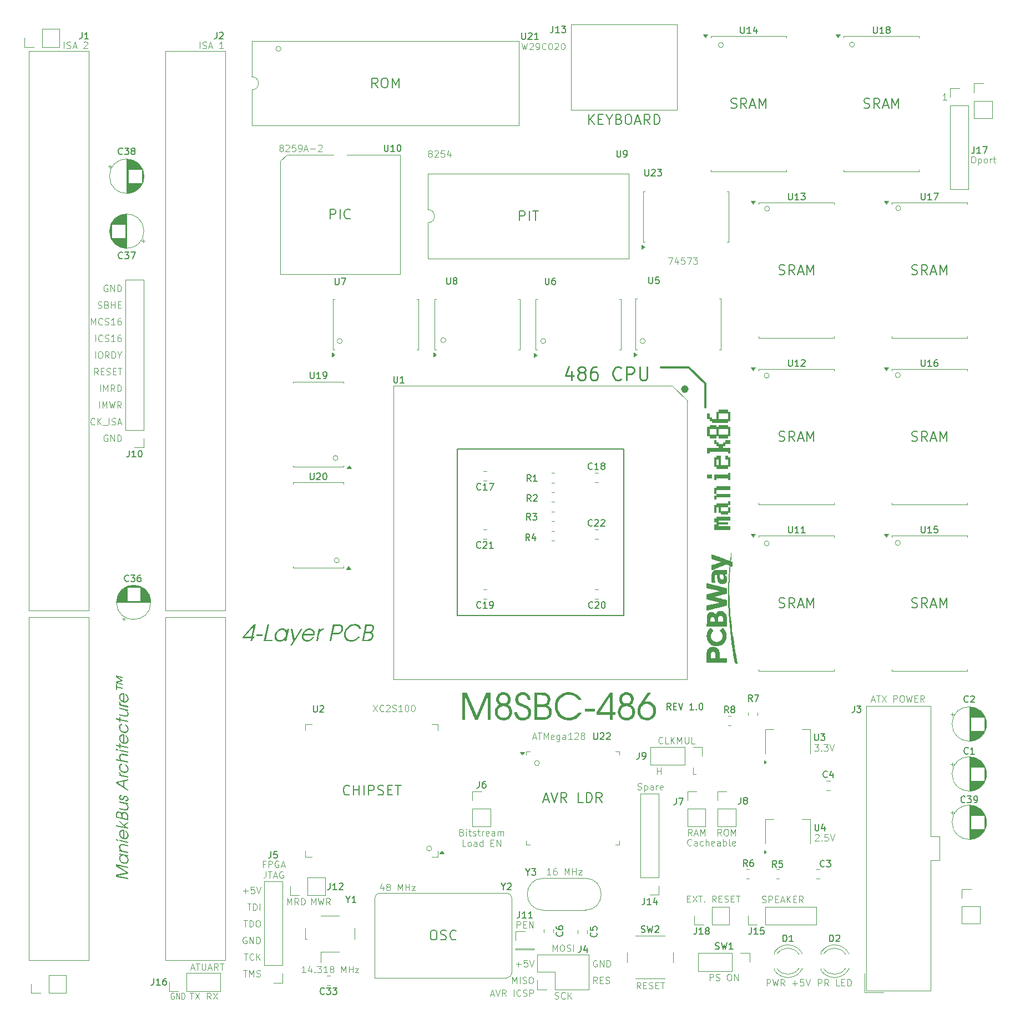
<source format=gbr>
%TF.GenerationSoftware,KiCad,Pcbnew,9.0.2+dfsg-1*%
%TF.CreationDate,2025-09-24T02:43:49+02:00*%
%TF.ProjectId,homebrew_486,686f6d65-6272-4657-975f-3438362e6b69,rev?*%
%TF.SameCoordinates,Original*%
%TF.FileFunction,Legend,Top*%
%TF.FilePolarity,Positive*%
%FSLAX46Y46*%
G04 Gerber Fmt 4.6, Leading zero omitted, Abs format (unit mm)*
G04 Created by KiCad (PCBNEW 9.0.2+dfsg-1) date 2025-09-24 02:43:49*
%MOMM*%
%LPD*%
G01*
G04 APERTURE LIST*
%ADD10C,0.200000*%
%ADD11C,0.187500*%
%ADD12C,0.100000*%
%ADD13C,0.150000*%
%ADD14C,0.300000*%
%ADD15C,0.250000*%
%ADD16C,0.600000*%
%ADD17C,0.120000*%
%ADD18C,0.000000*%
%ADD19C,0.560000*%
G04 APERTURE END LIST*
D10*
X88758500Y-88138000D02*
X114158500Y-88138000D01*
X114158500Y-113538000D01*
X88758500Y-113538000D01*
X88758500Y-88138000D01*
D11*
X150791429Y-36045750D02*
X151005715Y-36117178D01*
X151005715Y-36117178D02*
X151362857Y-36117178D01*
X151362857Y-36117178D02*
X151505715Y-36045750D01*
X151505715Y-36045750D02*
X151577143Y-35974321D01*
X151577143Y-35974321D02*
X151648572Y-35831464D01*
X151648572Y-35831464D02*
X151648572Y-35688607D01*
X151648572Y-35688607D02*
X151577143Y-35545750D01*
X151577143Y-35545750D02*
X151505715Y-35474321D01*
X151505715Y-35474321D02*
X151362857Y-35402892D01*
X151362857Y-35402892D02*
X151077143Y-35331464D01*
X151077143Y-35331464D02*
X150934286Y-35260035D01*
X150934286Y-35260035D02*
X150862857Y-35188607D01*
X150862857Y-35188607D02*
X150791429Y-35045750D01*
X150791429Y-35045750D02*
X150791429Y-34902892D01*
X150791429Y-34902892D02*
X150862857Y-34760035D01*
X150862857Y-34760035D02*
X150934286Y-34688607D01*
X150934286Y-34688607D02*
X151077143Y-34617178D01*
X151077143Y-34617178D02*
X151434286Y-34617178D01*
X151434286Y-34617178D02*
X151648572Y-34688607D01*
X153148571Y-36117178D02*
X152648571Y-35402892D01*
X152291428Y-36117178D02*
X152291428Y-34617178D01*
X152291428Y-34617178D02*
X152862857Y-34617178D01*
X152862857Y-34617178D02*
X153005714Y-34688607D01*
X153005714Y-34688607D02*
X153077143Y-34760035D01*
X153077143Y-34760035D02*
X153148571Y-34902892D01*
X153148571Y-34902892D02*
X153148571Y-35117178D01*
X153148571Y-35117178D02*
X153077143Y-35260035D01*
X153077143Y-35260035D02*
X153005714Y-35331464D01*
X153005714Y-35331464D02*
X152862857Y-35402892D01*
X152862857Y-35402892D02*
X152291428Y-35402892D01*
X153720000Y-35688607D02*
X154434286Y-35688607D01*
X153577143Y-36117178D02*
X154077143Y-34617178D01*
X154077143Y-34617178D02*
X154577143Y-36117178D01*
X155077142Y-36117178D02*
X155077142Y-34617178D01*
X155077142Y-34617178D02*
X155577142Y-35688607D01*
X155577142Y-35688607D02*
X156077142Y-34617178D01*
X156077142Y-34617178D02*
X156077142Y-36117178D01*
X130525429Y-36045750D02*
X130739715Y-36117178D01*
X130739715Y-36117178D02*
X131096857Y-36117178D01*
X131096857Y-36117178D02*
X131239715Y-36045750D01*
X131239715Y-36045750D02*
X131311143Y-35974321D01*
X131311143Y-35974321D02*
X131382572Y-35831464D01*
X131382572Y-35831464D02*
X131382572Y-35688607D01*
X131382572Y-35688607D02*
X131311143Y-35545750D01*
X131311143Y-35545750D02*
X131239715Y-35474321D01*
X131239715Y-35474321D02*
X131096857Y-35402892D01*
X131096857Y-35402892D02*
X130811143Y-35331464D01*
X130811143Y-35331464D02*
X130668286Y-35260035D01*
X130668286Y-35260035D02*
X130596857Y-35188607D01*
X130596857Y-35188607D02*
X130525429Y-35045750D01*
X130525429Y-35045750D02*
X130525429Y-34902892D01*
X130525429Y-34902892D02*
X130596857Y-34760035D01*
X130596857Y-34760035D02*
X130668286Y-34688607D01*
X130668286Y-34688607D02*
X130811143Y-34617178D01*
X130811143Y-34617178D02*
X131168286Y-34617178D01*
X131168286Y-34617178D02*
X131382572Y-34688607D01*
X132882571Y-36117178D02*
X132382571Y-35402892D01*
X132025428Y-36117178D02*
X132025428Y-34617178D01*
X132025428Y-34617178D02*
X132596857Y-34617178D01*
X132596857Y-34617178D02*
X132739714Y-34688607D01*
X132739714Y-34688607D02*
X132811143Y-34760035D01*
X132811143Y-34760035D02*
X132882571Y-34902892D01*
X132882571Y-34902892D02*
X132882571Y-35117178D01*
X132882571Y-35117178D02*
X132811143Y-35260035D01*
X132811143Y-35260035D02*
X132739714Y-35331464D01*
X132739714Y-35331464D02*
X132596857Y-35402892D01*
X132596857Y-35402892D02*
X132025428Y-35402892D01*
X133454000Y-35688607D02*
X134168286Y-35688607D01*
X133311143Y-36117178D02*
X133811143Y-34617178D01*
X133811143Y-34617178D02*
X134311143Y-36117178D01*
X134811142Y-36117178D02*
X134811142Y-34617178D01*
X134811142Y-34617178D02*
X135311142Y-35688607D01*
X135311142Y-35688607D02*
X135811142Y-34617178D01*
X135811142Y-34617178D02*
X135811142Y-36117178D01*
X137837429Y-61445750D02*
X138051715Y-61517178D01*
X138051715Y-61517178D02*
X138408857Y-61517178D01*
X138408857Y-61517178D02*
X138551715Y-61445750D01*
X138551715Y-61445750D02*
X138623143Y-61374321D01*
X138623143Y-61374321D02*
X138694572Y-61231464D01*
X138694572Y-61231464D02*
X138694572Y-61088607D01*
X138694572Y-61088607D02*
X138623143Y-60945750D01*
X138623143Y-60945750D02*
X138551715Y-60874321D01*
X138551715Y-60874321D02*
X138408857Y-60802892D01*
X138408857Y-60802892D02*
X138123143Y-60731464D01*
X138123143Y-60731464D02*
X137980286Y-60660035D01*
X137980286Y-60660035D02*
X137908857Y-60588607D01*
X137908857Y-60588607D02*
X137837429Y-60445750D01*
X137837429Y-60445750D02*
X137837429Y-60302892D01*
X137837429Y-60302892D02*
X137908857Y-60160035D01*
X137908857Y-60160035D02*
X137980286Y-60088607D01*
X137980286Y-60088607D02*
X138123143Y-60017178D01*
X138123143Y-60017178D02*
X138480286Y-60017178D01*
X138480286Y-60017178D02*
X138694572Y-60088607D01*
X140194571Y-61517178D02*
X139694571Y-60802892D01*
X139337428Y-61517178D02*
X139337428Y-60017178D01*
X139337428Y-60017178D02*
X139908857Y-60017178D01*
X139908857Y-60017178D02*
X140051714Y-60088607D01*
X140051714Y-60088607D02*
X140123143Y-60160035D01*
X140123143Y-60160035D02*
X140194571Y-60302892D01*
X140194571Y-60302892D02*
X140194571Y-60517178D01*
X140194571Y-60517178D02*
X140123143Y-60660035D01*
X140123143Y-60660035D02*
X140051714Y-60731464D01*
X140051714Y-60731464D02*
X139908857Y-60802892D01*
X139908857Y-60802892D02*
X139337428Y-60802892D01*
X140766000Y-61088607D02*
X141480286Y-61088607D01*
X140623143Y-61517178D02*
X141123143Y-60017178D01*
X141123143Y-60017178D02*
X141623143Y-61517178D01*
X142123142Y-61517178D02*
X142123142Y-60017178D01*
X142123142Y-60017178D02*
X142623142Y-61088607D01*
X142623142Y-61088607D02*
X143123142Y-60017178D01*
X143123142Y-60017178D02*
X143123142Y-61517178D01*
X158103429Y-61445750D02*
X158317715Y-61517178D01*
X158317715Y-61517178D02*
X158674857Y-61517178D01*
X158674857Y-61517178D02*
X158817715Y-61445750D01*
X158817715Y-61445750D02*
X158889143Y-61374321D01*
X158889143Y-61374321D02*
X158960572Y-61231464D01*
X158960572Y-61231464D02*
X158960572Y-61088607D01*
X158960572Y-61088607D02*
X158889143Y-60945750D01*
X158889143Y-60945750D02*
X158817715Y-60874321D01*
X158817715Y-60874321D02*
X158674857Y-60802892D01*
X158674857Y-60802892D02*
X158389143Y-60731464D01*
X158389143Y-60731464D02*
X158246286Y-60660035D01*
X158246286Y-60660035D02*
X158174857Y-60588607D01*
X158174857Y-60588607D02*
X158103429Y-60445750D01*
X158103429Y-60445750D02*
X158103429Y-60302892D01*
X158103429Y-60302892D02*
X158174857Y-60160035D01*
X158174857Y-60160035D02*
X158246286Y-60088607D01*
X158246286Y-60088607D02*
X158389143Y-60017178D01*
X158389143Y-60017178D02*
X158746286Y-60017178D01*
X158746286Y-60017178D02*
X158960572Y-60088607D01*
X160460571Y-61517178D02*
X159960571Y-60802892D01*
X159603428Y-61517178D02*
X159603428Y-60017178D01*
X159603428Y-60017178D02*
X160174857Y-60017178D01*
X160174857Y-60017178D02*
X160317714Y-60088607D01*
X160317714Y-60088607D02*
X160389143Y-60160035D01*
X160389143Y-60160035D02*
X160460571Y-60302892D01*
X160460571Y-60302892D02*
X160460571Y-60517178D01*
X160460571Y-60517178D02*
X160389143Y-60660035D01*
X160389143Y-60660035D02*
X160317714Y-60731464D01*
X160317714Y-60731464D02*
X160174857Y-60802892D01*
X160174857Y-60802892D02*
X159603428Y-60802892D01*
X161032000Y-61088607D02*
X161746286Y-61088607D01*
X160889143Y-61517178D02*
X161389143Y-60017178D01*
X161389143Y-60017178D02*
X161889143Y-61517178D01*
X162389142Y-61517178D02*
X162389142Y-60017178D01*
X162389142Y-60017178D02*
X162889142Y-61088607D01*
X162889142Y-61088607D02*
X163389142Y-60017178D01*
X163389142Y-60017178D02*
X163389142Y-61517178D01*
X158103429Y-86845750D02*
X158317715Y-86917178D01*
X158317715Y-86917178D02*
X158674857Y-86917178D01*
X158674857Y-86917178D02*
X158817715Y-86845750D01*
X158817715Y-86845750D02*
X158889143Y-86774321D01*
X158889143Y-86774321D02*
X158960572Y-86631464D01*
X158960572Y-86631464D02*
X158960572Y-86488607D01*
X158960572Y-86488607D02*
X158889143Y-86345750D01*
X158889143Y-86345750D02*
X158817715Y-86274321D01*
X158817715Y-86274321D02*
X158674857Y-86202892D01*
X158674857Y-86202892D02*
X158389143Y-86131464D01*
X158389143Y-86131464D02*
X158246286Y-86060035D01*
X158246286Y-86060035D02*
X158174857Y-85988607D01*
X158174857Y-85988607D02*
X158103429Y-85845750D01*
X158103429Y-85845750D02*
X158103429Y-85702892D01*
X158103429Y-85702892D02*
X158174857Y-85560035D01*
X158174857Y-85560035D02*
X158246286Y-85488607D01*
X158246286Y-85488607D02*
X158389143Y-85417178D01*
X158389143Y-85417178D02*
X158746286Y-85417178D01*
X158746286Y-85417178D02*
X158960572Y-85488607D01*
X160460571Y-86917178D02*
X159960571Y-86202892D01*
X159603428Y-86917178D02*
X159603428Y-85417178D01*
X159603428Y-85417178D02*
X160174857Y-85417178D01*
X160174857Y-85417178D02*
X160317714Y-85488607D01*
X160317714Y-85488607D02*
X160389143Y-85560035D01*
X160389143Y-85560035D02*
X160460571Y-85702892D01*
X160460571Y-85702892D02*
X160460571Y-85917178D01*
X160460571Y-85917178D02*
X160389143Y-86060035D01*
X160389143Y-86060035D02*
X160317714Y-86131464D01*
X160317714Y-86131464D02*
X160174857Y-86202892D01*
X160174857Y-86202892D02*
X159603428Y-86202892D01*
X161032000Y-86488607D02*
X161746286Y-86488607D01*
X160889143Y-86917178D02*
X161389143Y-85417178D01*
X161389143Y-85417178D02*
X161889143Y-86917178D01*
X162389142Y-86917178D02*
X162389142Y-85417178D01*
X162389142Y-85417178D02*
X162889142Y-86488607D01*
X162889142Y-86488607D02*
X163389142Y-85417178D01*
X163389142Y-85417178D02*
X163389142Y-86917178D01*
X137837429Y-86845750D02*
X138051715Y-86917178D01*
X138051715Y-86917178D02*
X138408857Y-86917178D01*
X138408857Y-86917178D02*
X138551715Y-86845750D01*
X138551715Y-86845750D02*
X138623143Y-86774321D01*
X138623143Y-86774321D02*
X138694572Y-86631464D01*
X138694572Y-86631464D02*
X138694572Y-86488607D01*
X138694572Y-86488607D02*
X138623143Y-86345750D01*
X138623143Y-86345750D02*
X138551715Y-86274321D01*
X138551715Y-86274321D02*
X138408857Y-86202892D01*
X138408857Y-86202892D02*
X138123143Y-86131464D01*
X138123143Y-86131464D02*
X137980286Y-86060035D01*
X137980286Y-86060035D02*
X137908857Y-85988607D01*
X137908857Y-85988607D02*
X137837429Y-85845750D01*
X137837429Y-85845750D02*
X137837429Y-85702892D01*
X137837429Y-85702892D02*
X137908857Y-85560035D01*
X137908857Y-85560035D02*
X137980286Y-85488607D01*
X137980286Y-85488607D02*
X138123143Y-85417178D01*
X138123143Y-85417178D02*
X138480286Y-85417178D01*
X138480286Y-85417178D02*
X138694572Y-85488607D01*
X140194571Y-86917178D02*
X139694571Y-86202892D01*
X139337428Y-86917178D02*
X139337428Y-85417178D01*
X139337428Y-85417178D02*
X139908857Y-85417178D01*
X139908857Y-85417178D02*
X140051714Y-85488607D01*
X140051714Y-85488607D02*
X140123143Y-85560035D01*
X140123143Y-85560035D02*
X140194571Y-85702892D01*
X140194571Y-85702892D02*
X140194571Y-85917178D01*
X140194571Y-85917178D02*
X140123143Y-86060035D01*
X140123143Y-86060035D02*
X140051714Y-86131464D01*
X140051714Y-86131464D02*
X139908857Y-86202892D01*
X139908857Y-86202892D02*
X139337428Y-86202892D01*
X140766000Y-86488607D02*
X141480286Y-86488607D01*
X140623143Y-86917178D02*
X141123143Y-85417178D01*
X141123143Y-85417178D02*
X141623143Y-86917178D01*
X142123142Y-86917178D02*
X142123142Y-85417178D01*
X142123142Y-85417178D02*
X142623142Y-86488607D01*
X142623142Y-86488607D02*
X143123142Y-85417178D01*
X143123142Y-85417178D02*
X143123142Y-86917178D01*
X158103429Y-112245750D02*
X158317715Y-112317178D01*
X158317715Y-112317178D02*
X158674857Y-112317178D01*
X158674857Y-112317178D02*
X158817715Y-112245750D01*
X158817715Y-112245750D02*
X158889143Y-112174321D01*
X158889143Y-112174321D02*
X158960572Y-112031464D01*
X158960572Y-112031464D02*
X158960572Y-111888607D01*
X158960572Y-111888607D02*
X158889143Y-111745750D01*
X158889143Y-111745750D02*
X158817715Y-111674321D01*
X158817715Y-111674321D02*
X158674857Y-111602892D01*
X158674857Y-111602892D02*
X158389143Y-111531464D01*
X158389143Y-111531464D02*
X158246286Y-111460035D01*
X158246286Y-111460035D02*
X158174857Y-111388607D01*
X158174857Y-111388607D02*
X158103429Y-111245750D01*
X158103429Y-111245750D02*
X158103429Y-111102892D01*
X158103429Y-111102892D02*
X158174857Y-110960035D01*
X158174857Y-110960035D02*
X158246286Y-110888607D01*
X158246286Y-110888607D02*
X158389143Y-110817178D01*
X158389143Y-110817178D02*
X158746286Y-110817178D01*
X158746286Y-110817178D02*
X158960572Y-110888607D01*
X160460571Y-112317178D02*
X159960571Y-111602892D01*
X159603428Y-112317178D02*
X159603428Y-110817178D01*
X159603428Y-110817178D02*
X160174857Y-110817178D01*
X160174857Y-110817178D02*
X160317714Y-110888607D01*
X160317714Y-110888607D02*
X160389143Y-110960035D01*
X160389143Y-110960035D02*
X160460571Y-111102892D01*
X160460571Y-111102892D02*
X160460571Y-111317178D01*
X160460571Y-111317178D02*
X160389143Y-111460035D01*
X160389143Y-111460035D02*
X160317714Y-111531464D01*
X160317714Y-111531464D02*
X160174857Y-111602892D01*
X160174857Y-111602892D02*
X159603428Y-111602892D01*
X161032000Y-111888607D02*
X161746286Y-111888607D01*
X160889143Y-112317178D02*
X161389143Y-110817178D01*
X161389143Y-110817178D02*
X161889143Y-112317178D01*
X162389142Y-112317178D02*
X162389142Y-110817178D01*
X162389142Y-110817178D02*
X162889142Y-111888607D01*
X162889142Y-111888607D02*
X163389142Y-110817178D01*
X163389142Y-110817178D02*
X163389142Y-112317178D01*
X137837429Y-112245750D02*
X138051715Y-112317178D01*
X138051715Y-112317178D02*
X138408857Y-112317178D01*
X138408857Y-112317178D02*
X138551715Y-112245750D01*
X138551715Y-112245750D02*
X138623143Y-112174321D01*
X138623143Y-112174321D02*
X138694572Y-112031464D01*
X138694572Y-112031464D02*
X138694572Y-111888607D01*
X138694572Y-111888607D02*
X138623143Y-111745750D01*
X138623143Y-111745750D02*
X138551715Y-111674321D01*
X138551715Y-111674321D02*
X138408857Y-111602892D01*
X138408857Y-111602892D02*
X138123143Y-111531464D01*
X138123143Y-111531464D02*
X137980286Y-111460035D01*
X137980286Y-111460035D02*
X137908857Y-111388607D01*
X137908857Y-111388607D02*
X137837429Y-111245750D01*
X137837429Y-111245750D02*
X137837429Y-111102892D01*
X137837429Y-111102892D02*
X137908857Y-110960035D01*
X137908857Y-110960035D02*
X137980286Y-110888607D01*
X137980286Y-110888607D02*
X138123143Y-110817178D01*
X138123143Y-110817178D02*
X138480286Y-110817178D01*
X138480286Y-110817178D02*
X138694572Y-110888607D01*
X140194571Y-112317178D02*
X139694571Y-111602892D01*
X139337428Y-112317178D02*
X139337428Y-110817178D01*
X139337428Y-110817178D02*
X139908857Y-110817178D01*
X139908857Y-110817178D02*
X140051714Y-110888607D01*
X140051714Y-110888607D02*
X140123143Y-110960035D01*
X140123143Y-110960035D02*
X140194571Y-111102892D01*
X140194571Y-111102892D02*
X140194571Y-111317178D01*
X140194571Y-111317178D02*
X140123143Y-111460035D01*
X140123143Y-111460035D02*
X140051714Y-111531464D01*
X140051714Y-111531464D02*
X139908857Y-111602892D01*
X139908857Y-111602892D02*
X139337428Y-111602892D01*
X140766000Y-111888607D02*
X141480286Y-111888607D01*
X140623143Y-112317178D02*
X141123143Y-110817178D01*
X141123143Y-110817178D02*
X141623143Y-112317178D01*
X142123142Y-112317178D02*
X142123142Y-110817178D01*
X142123142Y-110817178D02*
X142623142Y-111888607D01*
X142623142Y-111888607D02*
X143123142Y-110817178D01*
X143123142Y-110817178D02*
X143123142Y-112317178D01*
X85006857Y-161490178D02*
X85292571Y-161490178D01*
X85292571Y-161490178D02*
X85435428Y-161561607D01*
X85435428Y-161561607D02*
X85578285Y-161704464D01*
X85578285Y-161704464D02*
X85649714Y-161990178D01*
X85649714Y-161990178D02*
X85649714Y-162490178D01*
X85649714Y-162490178D02*
X85578285Y-162775892D01*
X85578285Y-162775892D02*
X85435428Y-162918750D01*
X85435428Y-162918750D02*
X85292571Y-162990178D01*
X85292571Y-162990178D02*
X85006857Y-162990178D01*
X85006857Y-162990178D02*
X84864000Y-162918750D01*
X84864000Y-162918750D02*
X84721142Y-162775892D01*
X84721142Y-162775892D02*
X84649714Y-162490178D01*
X84649714Y-162490178D02*
X84649714Y-161990178D01*
X84649714Y-161990178D02*
X84721142Y-161704464D01*
X84721142Y-161704464D02*
X84864000Y-161561607D01*
X84864000Y-161561607D02*
X85006857Y-161490178D01*
X86221143Y-162918750D02*
X86435429Y-162990178D01*
X86435429Y-162990178D02*
X86792571Y-162990178D01*
X86792571Y-162990178D02*
X86935429Y-162918750D01*
X86935429Y-162918750D02*
X87006857Y-162847321D01*
X87006857Y-162847321D02*
X87078286Y-162704464D01*
X87078286Y-162704464D02*
X87078286Y-162561607D01*
X87078286Y-162561607D02*
X87006857Y-162418750D01*
X87006857Y-162418750D02*
X86935429Y-162347321D01*
X86935429Y-162347321D02*
X86792571Y-162275892D01*
X86792571Y-162275892D02*
X86506857Y-162204464D01*
X86506857Y-162204464D02*
X86364000Y-162133035D01*
X86364000Y-162133035D02*
X86292571Y-162061607D01*
X86292571Y-162061607D02*
X86221143Y-161918750D01*
X86221143Y-161918750D02*
X86221143Y-161775892D01*
X86221143Y-161775892D02*
X86292571Y-161633035D01*
X86292571Y-161633035D02*
X86364000Y-161561607D01*
X86364000Y-161561607D02*
X86506857Y-161490178D01*
X86506857Y-161490178D02*
X86864000Y-161490178D01*
X86864000Y-161490178D02*
X87078286Y-161561607D01*
X88578285Y-162847321D02*
X88506857Y-162918750D01*
X88506857Y-162918750D02*
X88292571Y-162990178D01*
X88292571Y-162990178D02*
X88149714Y-162990178D01*
X88149714Y-162990178D02*
X87935428Y-162918750D01*
X87935428Y-162918750D02*
X87792571Y-162775892D01*
X87792571Y-162775892D02*
X87721142Y-162633035D01*
X87721142Y-162633035D02*
X87649714Y-162347321D01*
X87649714Y-162347321D02*
X87649714Y-162133035D01*
X87649714Y-162133035D02*
X87721142Y-161847321D01*
X87721142Y-161847321D02*
X87792571Y-161704464D01*
X87792571Y-161704464D02*
X87935428Y-161561607D01*
X87935428Y-161561607D02*
X88149714Y-161490178D01*
X88149714Y-161490178D02*
X88292571Y-161490178D01*
X88292571Y-161490178D02*
X88506857Y-161561607D01*
X88506857Y-161561607D02*
X88578285Y-161633035D01*
X101954929Y-141575607D02*
X102669215Y-141575607D01*
X101812072Y-142004178D02*
X102312072Y-140504178D01*
X102312072Y-140504178D02*
X102812072Y-142004178D01*
X103097786Y-140504178D02*
X103597786Y-142004178D01*
X103597786Y-142004178D02*
X104097786Y-140504178D01*
X105454928Y-142004178D02*
X104954928Y-141289892D01*
X104597785Y-142004178D02*
X104597785Y-140504178D01*
X104597785Y-140504178D02*
X105169214Y-140504178D01*
X105169214Y-140504178D02*
X105312071Y-140575607D01*
X105312071Y-140575607D02*
X105383500Y-140647035D01*
X105383500Y-140647035D02*
X105454928Y-140789892D01*
X105454928Y-140789892D02*
X105454928Y-141004178D01*
X105454928Y-141004178D02*
X105383500Y-141147035D01*
X105383500Y-141147035D02*
X105312071Y-141218464D01*
X105312071Y-141218464D02*
X105169214Y-141289892D01*
X105169214Y-141289892D02*
X104597785Y-141289892D01*
X107954928Y-142004178D02*
X107240642Y-142004178D01*
X107240642Y-142004178D02*
X107240642Y-140504178D01*
X108454928Y-142004178D02*
X108454928Y-140504178D01*
X108454928Y-140504178D02*
X108812071Y-140504178D01*
X108812071Y-140504178D02*
X109026357Y-140575607D01*
X109026357Y-140575607D02*
X109169214Y-140718464D01*
X109169214Y-140718464D02*
X109240643Y-140861321D01*
X109240643Y-140861321D02*
X109312071Y-141147035D01*
X109312071Y-141147035D02*
X109312071Y-141361321D01*
X109312071Y-141361321D02*
X109240643Y-141647035D01*
X109240643Y-141647035D02*
X109169214Y-141789892D01*
X109169214Y-141789892D02*
X109026357Y-141932750D01*
X109026357Y-141932750D02*
X108812071Y-142004178D01*
X108812071Y-142004178D02*
X108454928Y-142004178D01*
X110812071Y-142004178D02*
X110312071Y-141289892D01*
X109954928Y-142004178D02*
X109954928Y-140504178D01*
X109954928Y-140504178D02*
X110526357Y-140504178D01*
X110526357Y-140504178D02*
X110669214Y-140575607D01*
X110669214Y-140575607D02*
X110740643Y-140647035D01*
X110740643Y-140647035D02*
X110812071Y-140789892D01*
X110812071Y-140789892D02*
X110812071Y-141004178D01*
X110812071Y-141004178D02*
X110740643Y-141147035D01*
X110740643Y-141147035D02*
X110669214Y-141218464D01*
X110669214Y-141218464D02*
X110526357Y-141289892D01*
X110526357Y-141289892D02*
X109954928Y-141289892D01*
X72299142Y-140749321D02*
X72227714Y-140820750D01*
X72227714Y-140820750D02*
X72013428Y-140892178D01*
X72013428Y-140892178D02*
X71870571Y-140892178D01*
X71870571Y-140892178D02*
X71656285Y-140820750D01*
X71656285Y-140820750D02*
X71513428Y-140677892D01*
X71513428Y-140677892D02*
X71441999Y-140535035D01*
X71441999Y-140535035D02*
X71370571Y-140249321D01*
X71370571Y-140249321D02*
X71370571Y-140035035D01*
X71370571Y-140035035D02*
X71441999Y-139749321D01*
X71441999Y-139749321D02*
X71513428Y-139606464D01*
X71513428Y-139606464D02*
X71656285Y-139463607D01*
X71656285Y-139463607D02*
X71870571Y-139392178D01*
X71870571Y-139392178D02*
X72013428Y-139392178D01*
X72013428Y-139392178D02*
X72227714Y-139463607D01*
X72227714Y-139463607D02*
X72299142Y-139535035D01*
X72941999Y-140892178D02*
X72941999Y-139392178D01*
X72941999Y-140106464D02*
X73799142Y-140106464D01*
X73799142Y-140892178D02*
X73799142Y-139392178D01*
X74513428Y-140892178D02*
X74513428Y-139392178D01*
X75227714Y-140892178D02*
X75227714Y-139392178D01*
X75227714Y-139392178D02*
X75799143Y-139392178D01*
X75799143Y-139392178D02*
X75942000Y-139463607D01*
X75942000Y-139463607D02*
X76013429Y-139535035D01*
X76013429Y-139535035D02*
X76084857Y-139677892D01*
X76084857Y-139677892D02*
X76084857Y-139892178D01*
X76084857Y-139892178D02*
X76013429Y-140035035D01*
X76013429Y-140035035D02*
X75942000Y-140106464D01*
X75942000Y-140106464D02*
X75799143Y-140177892D01*
X75799143Y-140177892D02*
X75227714Y-140177892D01*
X76656286Y-140820750D02*
X76870572Y-140892178D01*
X76870572Y-140892178D02*
X77227714Y-140892178D01*
X77227714Y-140892178D02*
X77370572Y-140820750D01*
X77370572Y-140820750D02*
X77442000Y-140749321D01*
X77442000Y-140749321D02*
X77513429Y-140606464D01*
X77513429Y-140606464D02*
X77513429Y-140463607D01*
X77513429Y-140463607D02*
X77442000Y-140320750D01*
X77442000Y-140320750D02*
X77370572Y-140249321D01*
X77370572Y-140249321D02*
X77227714Y-140177892D01*
X77227714Y-140177892D02*
X76942000Y-140106464D01*
X76942000Y-140106464D02*
X76799143Y-140035035D01*
X76799143Y-140035035D02*
X76727714Y-139963607D01*
X76727714Y-139963607D02*
X76656286Y-139820750D01*
X76656286Y-139820750D02*
X76656286Y-139677892D01*
X76656286Y-139677892D02*
X76727714Y-139535035D01*
X76727714Y-139535035D02*
X76799143Y-139463607D01*
X76799143Y-139463607D02*
X76942000Y-139392178D01*
X76942000Y-139392178D02*
X77299143Y-139392178D01*
X77299143Y-139392178D02*
X77513429Y-139463607D01*
X78156285Y-140106464D02*
X78656285Y-140106464D01*
X78870571Y-140892178D02*
X78156285Y-140892178D01*
X78156285Y-140892178D02*
X78156285Y-139392178D01*
X78156285Y-139392178D02*
X78870571Y-139392178D01*
X79299143Y-139392178D02*
X80156286Y-139392178D01*
X79727714Y-140892178D02*
X79727714Y-139392178D01*
X69365999Y-53008178D02*
X69365999Y-51508178D01*
X69365999Y-51508178D02*
X69937428Y-51508178D01*
X69937428Y-51508178D02*
X70080285Y-51579607D01*
X70080285Y-51579607D02*
X70151714Y-51651035D01*
X70151714Y-51651035D02*
X70223142Y-51793892D01*
X70223142Y-51793892D02*
X70223142Y-52008178D01*
X70223142Y-52008178D02*
X70151714Y-52151035D01*
X70151714Y-52151035D02*
X70080285Y-52222464D01*
X70080285Y-52222464D02*
X69937428Y-52293892D01*
X69937428Y-52293892D02*
X69365999Y-52293892D01*
X70865999Y-53008178D02*
X70865999Y-51508178D01*
X72437428Y-52865321D02*
X72366000Y-52936750D01*
X72366000Y-52936750D02*
X72151714Y-53008178D01*
X72151714Y-53008178D02*
X72008857Y-53008178D01*
X72008857Y-53008178D02*
X71794571Y-52936750D01*
X71794571Y-52936750D02*
X71651714Y-52793892D01*
X71651714Y-52793892D02*
X71580285Y-52651035D01*
X71580285Y-52651035D02*
X71508857Y-52365321D01*
X71508857Y-52365321D02*
X71508857Y-52151035D01*
X71508857Y-52151035D02*
X71580285Y-51865321D01*
X71580285Y-51865321D02*
X71651714Y-51722464D01*
X71651714Y-51722464D02*
X71794571Y-51579607D01*
X71794571Y-51579607D02*
X72008857Y-51508178D01*
X72008857Y-51508178D02*
X72151714Y-51508178D01*
X72151714Y-51508178D02*
X72366000Y-51579607D01*
X72366000Y-51579607D02*
X72437428Y-51651035D01*
X98246571Y-53262178D02*
X98246571Y-51762178D01*
X98246571Y-51762178D02*
X98818000Y-51762178D01*
X98818000Y-51762178D02*
X98960857Y-51833607D01*
X98960857Y-51833607D02*
X99032286Y-51905035D01*
X99032286Y-51905035D02*
X99103714Y-52047892D01*
X99103714Y-52047892D02*
X99103714Y-52262178D01*
X99103714Y-52262178D02*
X99032286Y-52405035D01*
X99032286Y-52405035D02*
X98960857Y-52476464D01*
X98960857Y-52476464D02*
X98818000Y-52547892D01*
X98818000Y-52547892D02*
X98246571Y-52547892D01*
X99746571Y-53262178D02*
X99746571Y-51762178D01*
X100246572Y-51762178D02*
X101103715Y-51762178D01*
X100675143Y-53262178D02*
X100675143Y-51762178D01*
X76608928Y-33005678D02*
X76108928Y-32291392D01*
X75751785Y-33005678D02*
X75751785Y-31505678D01*
X75751785Y-31505678D02*
X76323214Y-31505678D01*
X76323214Y-31505678D02*
X76466071Y-31577107D01*
X76466071Y-31577107D02*
X76537500Y-31648535D01*
X76537500Y-31648535D02*
X76608928Y-31791392D01*
X76608928Y-31791392D02*
X76608928Y-32005678D01*
X76608928Y-32005678D02*
X76537500Y-32148535D01*
X76537500Y-32148535D02*
X76466071Y-32219964D01*
X76466071Y-32219964D02*
X76323214Y-32291392D01*
X76323214Y-32291392D02*
X75751785Y-32291392D01*
X77537500Y-31505678D02*
X77823214Y-31505678D01*
X77823214Y-31505678D02*
X77966071Y-31577107D01*
X77966071Y-31577107D02*
X78108928Y-31719964D01*
X78108928Y-31719964D02*
X78180357Y-32005678D01*
X78180357Y-32005678D02*
X78180357Y-32505678D01*
X78180357Y-32505678D02*
X78108928Y-32791392D01*
X78108928Y-32791392D02*
X77966071Y-32934250D01*
X77966071Y-32934250D02*
X77823214Y-33005678D01*
X77823214Y-33005678D02*
X77537500Y-33005678D01*
X77537500Y-33005678D02*
X77394643Y-32934250D01*
X77394643Y-32934250D02*
X77251785Y-32791392D01*
X77251785Y-32791392D02*
X77180357Y-32505678D01*
X77180357Y-32505678D02*
X77180357Y-32005678D01*
X77180357Y-32005678D02*
X77251785Y-31719964D01*
X77251785Y-31719964D02*
X77394643Y-31577107D01*
X77394643Y-31577107D02*
X77537500Y-31505678D01*
X78823214Y-33005678D02*
X78823214Y-31505678D01*
X78823214Y-31505678D02*
X79323214Y-32577107D01*
X79323214Y-32577107D02*
X79823214Y-31505678D01*
X79823214Y-31505678D02*
X79823214Y-33005678D01*
D12*
X151932190Y-126396204D02*
X152408380Y-126396204D01*
X151836952Y-126681919D02*
X152170285Y-125681919D01*
X152170285Y-125681919D02*
X152503618Y-126681919D01*
X152694095Y-125681919D02*
X153265523Y-125681919D01*
X152979809Y-126681919D02*
X152979809Y-125681919D01*
X153503619Y-125681919D02*
X154170285Y-126681919D01*
X154170285Y-125681919D02*
X153503619Y-126681919D01*
X155313143Y-126681919D02*
X155313143Y-125681919D01*
X155313143Y-125681919D02*
X155694095Y-125681919D01*
X155694095Y-125681919D02*
X155789333Y-125729538D01*
X155789333Y-125729538D02*
X155836952Y-125777157D01*
X155836952Y-125777157D02*
X155884571Y-125872395D01*
X155884571Y-125872395D02*
X155884571Y-126015252D01*
X155884571Y-126015252D02*
X155836952Y-126110490D01*
X155836952Y-126110490D02*
X155789333Y-126158109D01*
X155789333Y-126158109D02*
X155694095Y-126205728D01*
X155694095Y-126205728D02*
X155313143Y-126205728D01*
X156503619Y-125681919D02*
X156694095Y-125681919D01*
X156694095Y-125681919D02*
X156789333Y-125729538D01*
X156789333Y-125729538D02*
X156884571Y-125824776D01*
X156884571Y-125824776D02*
X156932190Y-126015252D01*
X156932190Y-126015252D02*
X156932190Y-126348585D01*
X156932190Y-126348585D02*
X156884571Y-126539061D01*
X156884571Y-126539061D02*
X156789333Y-126634300D01*
X156789333Y-126634300D02*
X156694095Y-126681919D01*
X156694095Y-126681919D02*
X156503619Y-126681919D01*
X156503619Y-126681919D02*
X156408381Y-126634300D01*
X156408381Y-126634300D02*
X156313143Y-126539061D01*
X156313143Y-126539061D02*
X156265524Y-126348585D01*
X156265524Y-126348585D02*
X156265524Y-126015252D01*
X156265524Y-126015252D02*
X156313143Y-125824776D01*
X156313143Y-125824776D02*
X156408381Y-125729538D01*
X156408381Y-125729538D02*
X156503619Y-125681919D01*
X157265524Y-125681919D02*
X157503619Y-126681919D01*
X157503619Y-126681919D02*
X157694095Y-125967633D01*
X157694095Y-125967633D02*
X157884571Y-126681919D01*
X157884571Y-126681919D02*
X158122667Y-125681919D01*
X158503619Y-126158109D02*
X158836952Y-126158109D01*
X158979809Y-126681919D02*
X158503619Y-126681919D01*
X158503619Y-126681919D02*
X158503619Y-125681919D01*
X158503619Y-125681919D02*
X158979809Y-125681919D01*
X159979809Y-126681919D02*
X159646476Y-126205728D01*
X159408381Y-126681919D02*
X159408381Y-125681919D01*
X159408381Y-125681919D02*
X159789333Y-125681919D01*
X159789333Y-125681919D02*
X159884571Y-125729538D01*
X159884571Y-125729538D02*
X159932190Y-125777157D01*
X159932190Y-125777157D02*
X159979809Y-125872395D01*
X159979809Y-125872395D02*
X159979809Y-126015252D01*
X159979809Y-126015252D02*
X159932190Y-126110490D01*
X159932190Y-126110490D02*
X159884571Y-126158109D01*
X159884571Y-126158109D02*
X159789333Y-126205728D01*
X159789333Y-126205728D02*
X159408381Y-126205728D01*
D13*
X121304207Y-127885819D02*
X120970874Y-127409628D01*
X120732779Y-127885819D02*
X120732779Y-126885819D01*
X120732779Y-126885819D02*
X121113731Y-126885819D01*
X121113731Y-126885819D02*
X121208969Y-126933438D01*
X121208969Y-126933438D02*
X121256588Y-126981057D01*
X121256588Y-126981057D02*
X121304207Y-127076295D01*
X121304207Y-127076295D02*
X121304207Y-127219152D01*
X121304207Y-127219152D02*
X121256588Y-127314390D01*
X121256588Y-127314390D02*
X121208969Y-127362009D01*
X121208969Y-127362009D02*
X121113731Y-127409628D01*
X121113731Y-127409628D02*
X120732779Y-127409628D01*
X121732779Y-127362009D02*
X122066112Y-127362009D01*
X122208969Y-127885819D02*
X121732779Y-127885819D01*
X121732779Y-127885819D02*
X121732779Y-126885819D01*
X121732779Y-126885819D02*
X122208969Y-126885819D01*
X122494684Y-126885819D02*
X122828017Y-127885819D01*
X122828017Y-127885819D02*
X123161350Y-126885819D01*
X124780398Y-127885819D02*
X124208970Y-127885819D01*
X124494684Y-127885819D02*
X124494684Y-126885819D01*
X124494684Y-126885819D02*
X124399446Y-127028676D01*
X124399446Y-127028676D02*
X124304208Y-127123914D01*
X124304208Y-127123914D02*
X124208970Y-127171533D01*
X125208970Y-127790580D02*
X125256589Y-127838200D01*
X125256589Y-127838200D02*
X125208970Y-127885819D01*
X125208970Y-127885819D02*
X125161351Y-127838200D01*
X125161351Y-127838200D02*
X125208970Y-127790580D01*
X125208970Y-127790580D02*
X125208970Y-127885819D01*
X125875636Y-126885819D02*
X125970874Y-126885819D01*
X125970874Y-126885819D02*
X126066112Y-126933438D01*
X126066112Y-126933438D02*
X126113731Y-126981057D01*
X126113731Y-126981057D02*
X126161350Y-127076295D01*
X126161350Y-127076295D02*
X126208969Y-127266771D01*
X126208969Y-127266771D02*
X126208969Y-127504866D01*
X126208969Y-127504866D02*
X126161350Y-127695342D01*
X126161350Y-127695342D02*
X126113731Y-127790580D01*
X126113731Y-127790580D02*
X126066112Y-127838200D01*
X126066112Y-127838200D02*
X125970874Y-127885819D01*
X125970874Y-127885819D02*
X125875636Y-127885819D01*
X125875636Y-127885819D02*
X125780398Y-127838200D01*
X125780398Y-127838200D02*
X125732779Y-127790580D01*
X125732779Y-127790580D02*
X125685160Y-127695342D01*
X125685160Y-127695342D02*
X125637541Y-127504866D01*
X125637541Y-127504866D02*
X125637541Y-127266771D01*
X125637541Y-127266771D02*
X125685160Y-127076295D01*
X125685160Y-127076295D02*
X125732779Y-126981057D01*
X125732779Y-126981057D02*
X125780398Y-126933438D01*
X125780398Y-126933438D02*
X125875636Y-126885819D01*
D12*
X70739000Y-105092500D02*
G75*
G02*
X69977000Y-105092500I-381000J0D01*
G01*
X69977000Y-105092500D02*
G75*
G02*
X70739000Y-105092500I381000J0D01*
G01*
D14*
X124079000Y-75628500D02*
X126555500Y-78105000D01*
D12*
X136334500Y-102494500D02*
G75*
G02*
X135572500Y-102494500I-381000J0D01*
G01*
X135572500Y-102494500D02*
G75*
G02*
X136334500Y-102494500I381000J0D01*
G01*
X117411500Y-71628000D02*
G75*
G02*
X116649500Y-71628000I-381000J0D01*
G01*
X116649500Y-71628000D02*
G75*
G02*
X117411500Y-71628000I381000J0D01*
G01*
X149352000Y-26410500D02*
G75*
G02*
X148590000Y-26410500I-381000J0D01*
G01*
X148590000Y-26410500D02*
G75*
G02*
X149352000Y-26410500I381000J0D01*
G01*
X71183500Y-71628000D02*
G75*
G02*
X70421500Y-71628000I-381000J0D01*
G01*
X70421500Y-71628000D02*
G75*
G02*
X71183500Y-71628000I381000J0D01*
G01*
X136398000Y-51435000D02*
G75*
G02*
X135636000Y-51435000I-381000J0D01*
G01*
X135636000Y-51435000D02*
G75*
G02*
X136398000Y-51435000I381000J0D01*
G01*
D14*
X119824500Y-75628500D02*
X124079000Y-75628500D01*
D12*
X86995000Y-71501000D02*
G75*
G02*
X86233000Y-71501000I-381000J0D01*
G01*
X86233000Y-71501000D02*
G75*
G02*
X86995000Y-71501000I381000J0D01*
G01*
X101282500Y-136017000D02*
G75*
G02*
X100520500Y-136017000I-381000J0D01*
G01*
X100520500Y-136017000D02*
G75*
G02*
X101282500Y-136017000I381000J0D01*
G01*
X156337000Y-102425500D02*
G75*
G02*
X155575000Y-102425500I-381000J0D01*
G01*
X155575000Y-102425500D02*
G75*
G02*
X156337000Y-102425500I381000J0D01*
G01*
X129349500Y-26479500D02*
G75*
G02*
X128587500Y-26479500I-381000J0D01*
G01*
X128587500Y-26479500D02*
G75*
G02*
X129349500Y-26479500I381000J0D01*
G01*
X70548500Y-89471500D02*
G75*
G02*
X69786500Y-89471500I-381000J0D01*
G01*
X69786500Y-89471500D02*
G75*
G02*
X70548500Y-89471500I381000J0D01*
G01*
X136334500Y-76898500D02*
G75*
G02*
X135572500Y-76898500I-381000J0D01*
G01*
X135572500Y-76898500D02*
G75*
G02*
X136334500Y-76898500I381000J0D01*
G01*
X156337000Y-76829500D02*
G75*
G02*
X155575000Y-76829500I-381000J0D01*
G01*
X155575000Y-76829500D02*
G75*
G02*
X156337000Y-76829500I381000J0D01*
G01*
X84836000Y-149034500D02*
G75*
G02*
X84074000Y-149034500I-381000J0D01*
G01*
X84074000Y-149034500D02*
G75*
G02*
X84836000Y-149034500I381000J0D01*
G01*
X102235000Y-71628000D02*
G75*
G02*
X101473000Y-71628000I-381000J0D01*
G01*
X101473000Y-71628000D02*
G75*
G02*
X102235000Y-71628000I381000J0D01*
G01*
X61849000Y-27051000D02*
G75*
G02*
X61087000Y-27051000I-381000J0D01*
G01*
X61087000Y-27051000D02*
G75*
G02*
X61849000Y-27051000I381000J0D01*
G01*
X156400500Y-51366000D02*
G75*
G02*
X155638500Y-51366000I-381000J0D01*
G01*
X155638500Y-51366000D02*
G75*
G02*
X156400500Y-51366000I381000J0D01*
G01*
D14*
X126555500Y-78105000D02*
X126555500Y-81724500D01*
D12*
X33557973Y-71704419D02*
X33557973Y-70704419D01*
X34605591Y-71609180D02*
X34557972Y-71656800D01*
X34557972Y-71656800D02*
X34415115Y-71704419D01*
X34415115Y-71704419D02*
X34319877Y-71704419D01*
X34319877Y-71704419D02*
X34177020Y-71656800D01*
X34177020Y-71656800D02*
X34081782Y-71561561D01*
X34081782Y-71561561D02*
X34034163Y-71466323D01*
X34034163Y-71466323D02*
X33986544Y-71275847D01*
X33986544Y-71275847D02*
X33986544Y-71132990D01*
X33986544Y-71132990D02*
X34034163Y-70942514D01*
X34034163Y-70942514D02*
X34081782Y-70847276D01*
X34081782Y-70847276D02*
X34177020Y-70752038D01*
X34177020Y-70752038D02*
X34319877Y-70704419D01*
X34319877Y-70704419D02*
X34415115Y-70704419D01*
X34415115Y-70704419D02*
X34557972Y-70752038D01*
X34557972Y-70752038D02*
X34605591Y-70799657D01*
X34986544Y-71656800D02*
X35129401Y-71704419D01*
X35129401Y-71704419D02*
X35367496Y-71704419D01*
X35367496Y-71704419D02*
X35462734Y-71656800D01*
X35462734Y-71656800D02*
X35510353Y-71609180D01*
X35510353Y-71609180D02*
X35557972Y-71513942D01*
X35557972Y-71513942D02*
X35557972Y-71418704D01*
X35557972Y-71418704D02*
X35510353Y-71323466D01*
X35510353Y-71323466D02*
X35462734Y-71275847D01*
X35462734Y-71275847D02*
X35367496Y-71228228D01*
X35367496Y-71228228D02*
X35177020Y-71180609D01*
X35177020Y-71180609D02*
X35081782Y-71132990D01*
X35081782Y-71132990D02*
X35034163Y-71085371D01*
X35034163Y-71085371D02*
X34986544Y-70990133D01*
X34986544Y-70990133D02*
X34986544Y-70894895D01*
X34986544Y-70894895D02*
X35034163Y-70799657D01*
X35034163Y-70799657D02*
X35081782Y-70752038D01*
X35081782Y-70752038D02*
X35177020Y-70704419D01*
X35177020Y-70704419D02*
X35415115Y-70704419D01*
X35415115Y-70704419D02*
X35557972Y-70752038D01*
X36510353Y-71704419D02*
X35938925Y-71704419D01*
X36224639Y-71704419D02*
X36224639Y-70704419D01*
X36224639Y-70704419D02*
X36129401Y-70847276D01*
X36129401Y-70847276D02*
X36034163Y-70942514D01*
X36034163Y-70942514D02*
X35938925Y-70990133D01*
X37367496Y-70704419D02*
X37177020Y-70704419D01*
X37177020Y-70704419D02*
X37081782Y-70752038D01*
X37081782Y-70752038D02*
X37034163Y-70799657D01*
X37034163Y-70799657D02*
X36938925Y-70942514D01*
X36938925Y-70942514D02*
X36891306Y-71132990D01*
X36891306Y-71132990D02*
X36891306Y-71513942D01*
X36891306Y-71513942D02*
X36938925Y-71609180D01*
X36938925Y-71609180D02*
X36986544Y-71656800D01*
X36986544Y-71656800D02*
X37081782Y-71704419D01*
X37081782Y-71704419D02*
X37272258Y-71704419D01*
X37272258Y-71704419D02*
X37367496Y-71656800D01*
X37367496Y-71656800D02*
X37415115Y-71609180D01*
X37415115Y-71609180D02*
X37462734Y-71513942D01*
X37462734Y-71513942D02*
X37462734Y-71275847D01*
X37462734Y-71275847D02*
X37415115Y-71180609D01*
X37415115Y-71180609D02*
X37367496Y-71132990D01*
X37367496Y-71132990D02*
X37272258Y-71085371D01*
X37272258Y-71085371D02*
X37081782Y-71085371D01*
X37081782Y-71085371D02*
X36986544Y-71132990D01*
X36986544Y-71132990D02*
X36938925Y-71180609D01*
X36938925Y-71180609D02*
X36891306Y-71275847D01*
X56100306Y-167605419D02*
X56671734Y-167605419D01*
X56386020Y-168605419D02*
X56386020Y-167605419D01*
X57005068Y-168605419D02*
X57005068Y-167605419D01*
X57005068Y-167605419D02*
X57338401Y-168319704D01*
X57338401Y-168319704D02*
X57671734Y-167605419D01*
X57671734Y-167605419D02*
X57671734Y-168605419D01*
X58100306Y-168557800D02*
X58243163Y-168605419D01*
X58243163Y-168605419D02*
X58481258Y-168605419D01*
X58481258Y-168605419D02*
X58576496Y-168557800D01*
X58576496Y-168557800D02*
X58624115Y-168510180D01*
X58624115Y-168510180D02*
X58671734Y-168414942D01*
X58671734Y-168414942D02*
X58671734Y-168319704D01*
X58671734Y-168319704D02*
X58624115Y-168224466D01*
X58624115Y-168224466D02*
X58576496Y-168176847D01*
X58576496Y-168176847D02*
X58481258Y-168129228D01*
X58481258Y-168129228D02*
X58290782Y-168081609D01*
X58290782Y-168081609D02*
X58195544Y-168033990D01*
X58195544Y-168033990D02*
X58147925Y-167986371D01*
X58147925Y-167986371D02*
X58100306Y-167891133D01*
X58100306Y-167891133D02*
X58100306Y-167795895D01*
X58100306Y-167795895D02*
X58147925Y-167700657D01*
X58147925Y-167700657D02*
X58195544Y-167653038D01*
X58195544Y-167653038D02*
X58290782Y-167605419D01*
X58290782Y-167605419D02*
X58528877Y-167605419D01*
X58528877Y-167605419D02*
X58671734Y-167653038D01*
X103330572Y-164716419D02*
X103330572Y-163716419D01*
X103330572Y-163716419D02*
X103663905Y-164430704D01*
X103663905Y-164430704D02*
X103997238Y-163716419D01*
X103997238Y-163716419D02*
X103997238Y-164716419D01*
X104663905Y-163716419D02*
X104854381Y-163716419D01*
X104854381Y-163716419D02*
X104949619Y-163764038D01*
X104949619Y-163764038D02*
X105044857Y-163859276D01*
X105044857Y-163859276D02*
X105092476Y-164049752D01*
X105092476Y-164049752D02*
X105092476Y-164383085D01*
X105092476Y-164383085D02*
X105044857Y-164573561D01*
X105044857Y-164573561D02*
X104949619Y-164668800D01*
X104949619Y-164668800D02*
X104854381Y-164716419D01*
X104854381Y-164716419D02*
X104663905Y-164716419D01*
X104663905Y-164716419D02*
X104568667Y-164668800D01*
X104568667Y-164668800D02*
X104473429Y-164573561D01*
X104473429Y-164573561D02*
X104425810Y-164383085D01*
X104425810Y-164383085D02*
X104425810Y-164049752D01*
X104425810Y-164049752D02*
X104473429Y-163859276D01*
X104473429Y-163859276D02*
X104568667Y-163764038D01*
X104568667Y-163764038D02*
X104663905Y-163716419D01*
X105473429Y-164668800D02*
X105616286Y-164716419D01*
X105616286Y-164716419D02*
X105854381Y-164716419D01*
X105854381Y-164716419D02*
X105949619Y-164668800D01*
X105949619Y-164668800D02*
X105997238Y-164621180D01*
X105997238Y-164621180D02*
X106044857Y-164525942D01*
X106044857Y-164525942D02*
X106044857Y-164430704D01*
X106044857Y-164430704D02*
X105997238Y-164335466D01*
X105997238Y-164335466D02*
X105949619Y-164287847D01*
X105949619Y-164287847D02*
X105854381Y-164240228D01*
X105854381Y-164240228D02*
X105663905Y-164192609D01*
X105663905Y-164192609D02*
X105568667Y-164144990D01*
X105568667Y-164144990D02*
X105521048Y-164097371D01*
X105521048Y-164097371D02*
X105473429Y-164002133D01*
X105473429Y-164002133D02*
X105473429Y-163906895D01*
X105473429Y-163906895D02*
X105521048Y-163811657D01*
X105521048Y-163811657D02*
X105568667Y-163764038D01*
X105568667Y-163764038D02*
X105663905Y-163716419D01*
X105663905Y-163716419D02*
X105902000Y-163716419D01*
X105902000Y-163716419D02*
X106044857Y-163764038D01*
X106473429Y-164716419D02*
X106473429Y-163716419D01*
X77462333Y-154780752D02*
X77462333Y-155447419D01*
X77224238Y-154399800D02*
X76986143Y-155114085D01*
X76986143Y-155114085D02*
X77605190Y-155114085D01*
X78129000Y-154875990D02*
X78033762Y-154828371D01*
X78033762Y-154828371D02*
X77986143Y-154780752D01*
X77986143Y-154780752D02*
X77938524Y-154685514D01*
X77938524Y-154685514D02*
X77938524Y-154637895D01*
X77938524Y-154637895D02*
X77986143Y-154542657D01*
X77986143Y-154542657D02*
X78033762Y-154495038D01*
X78033762Y-154495038D02*
X78129000Y-154447419D01*
X78129000Y-154447419D02*
X78319476Y-154447419D01*
X78319476Y-154447419D02*
X78414714Y-154495038D01*
X78414714Y-154495038D02*
X78462333Y-154542657D01*
X78462333Y-154542657D02*
X78509952Y-154637895D01*
X78509952Y-154637895D02*
X78509952Y-154685514D01*
X78509952Y-154685514D02*
X78462333Y-154780752D01*
X78462333Y-154780752D02*
X78414714Y-154828371D01*
X78414714Y-154828371D02*
X78319476Y-154875990D01*
X78319476Y-154875990D02*
X78129000Y-154875990D01*
X78129000Y-154875990D02*
X78033762Y-154923609D01*
X78033762Y-154923609D02*
X77986143Y-154971228D01*
X77986143Y-154971228D02*
X77938524Y-155066466D01*
X77938524Y-155066466D02*
X77938524Y-155256942D01*
X77938524Y-155256942D02*
X77986143Y-155352180D01*
X77986143Y-155352180D02*
X78033762Y-155399800D01*
X78033762Y-155399800D02*
X78129000Y-155447419D01*
X78129000Y-155447419D02*
X78319476Y-155447419D01*
X78319476Y-155447419D02*
X78414714Y-155399800D01*
X78414714Y-155399800D02*
X78462333Y-155352180D01*
X78462333Y-155352180D02*
X78509952Y-155256942D01*
X78509952Y-155256942D02*
X78509952Y-155066466D01*
X78509952Y-155066466D02*
X78462333Y-154971228D01*
X78462333Y-154971228D02*
X78414714Y-154923609D01*
X78414714Y-154923609D02*
X78319476Y-154875990D01*
X79700429Y-155447419D02*
X79700429Y-154447419D01*
X79700429Y-154447419D02*
X80033762Y-155161704D01*
X80033762Y-155161704D02*
X80367095Y-154447419D01*
X80367095Y-154447419D02*
X80367095Y-155447419D01*
X80843286Y-155447419D02*
X80843286Y-154447419D01*
X80843286Y-154923609D02*
X81414714Y-154923609D01*
X81414714Y-155447419D02*
X81414714Y-154447419D01*
X81795667Y-154780752D02*
X82319476Y-154780752D01*
X82319476Y-154780752D02*
X81795667Y-155447419D01*
X81795667Y-155447419D02*
X82319476Y-155447419D01*
X61812741Y-42124990D02*
X61717503Y-42077371D01*
X61717503Y-42077371D02*
X61669884Y-42029752D01*
X61669884Y-42029752D02*
X61622265Y-41934514D01*
X61622265Y-41934514D02*
X61622265Y-41886895D01*
X61622265Y-41886895D02*
X61669884Y-41791657D01*
X61669884Y-41791657D02*
X61717503Y-41744038D01*
X61717503Y-41744038D02*
X61812741Y-41696419D01*
X61812741Y-41696419D02*
X62003217Y-41696419D01*
X62003217Y-41696419D02*
X62098455Y-41744038D01*
X62098455Y-41744038D02*
X62146074Y-41791657D01*
X62146074Y-41791657D02*
X62193693Y-41886895D01*
X62193693Y-41886895D02*
X62193693Y-41934514D01*
X62193693Y-41934514D02*
X62146074Y-42029752D01*
X62146074Y-42029752D02*
X62098455Y-42077371D01*
X62098455Y-42077371D02*
X62003217Y-42124990D01*
X62003217Y-42124990D02*
X61812741Y-42124990D01*
X61812741Y-42124990D02*
X61717503Y-42172609D01*
X61717503Y-42172609D02*
X61669884Y-42220228D01*
X61669884Y-42220228D02*
X61622265Y-42315466D01*
X61622265Y-42315466D02*
X61622265Y-42505942D01*
X61622265Y-42505942D02*
X61669884Y-42601180D01*
X61669884Y-42601180D02*
X61717503Y-42648800D01*
X61717503Y-42648800D02*
X61812741Y-42696419D01*
X61812741Y-42696419D02*
X62003217Y-42696419D01*
X62003217Y-42696419D02*
X62098455Y-42648800D01*
X62098455Y-42648800D02*
X62146074Y-42601180D01*
X62146074Y-42601180D02*
X62193693Y-42505942D01*
X62193693Y-42505942D02*
X62193693Y-42315466D01*
X62193693Y-42315466D02*
X62146074Y-42220228D01*
X62146074Y-42220228D02*
X62098455Y-42172609D01*
X62098455Y-42172609D02*
X62003217Y-42124990D01*
X62574646Y-41791657D02*
X62622265Y-41744038D01*
X62622265Y-41744038D02*
X62717503Y-41696419D01*
X62717503Y-41696419D02*
X62955598Y-41696419D01*
X62955598Y-41696419D02*
X63050836Y-41744038D01*
X63050836Y-41744038D02*
X63098455Y-41791657D01*
X63098455Y-41791657D02*
X63146074Y-41886895D01*
X63146074Y-41886895D02*
X63146074Y-41982133D01*
X63146074Y-41982133D02*
X63098455Y-42124990D01*
X63098455Y-42124990D02*
X62527027Y-42696419D01*
X62527027Y-42696419D02*
X63146074Y-42696419D01*
X64050836Y-41696419D02*
X63574646Y-41696419D01*
X63574646Y-41696419D02*
X63527027Y-42172609D01*
X63527027Y-42172609D02*
X63574646Y-42124990D01*
X63574646Y-42124990D02*
X63669884Y-42077371D01*
X63669884Y-42077371D02*
X63907979Y-42077371D01*
X63907979Y-42077371D02*
X64003217Y-42124990D01*
X64003217Y-42124990D02*
X64050836Y-42172609D01*
X64050836Y-42172609D02*
X64098455Y-42267847D01*
X64098455Y-42267847D02*
X64098455Y-42505942D01*
X64098455Y-42505942D02*
X64050836Y-42601180D01*
X64050836Y-42601180D02*
X64003217Y-42648800D01*
X64003217Y-42648800D02*
X63907979Y-42696419D01*
X63907979Y-42696419D02*
X63669884Y-42696419D01*
X63669884Y-42696419D02*
X63574646Y-42648800D01*
X63574646Y-42648800D02*
X63527027Y-42601180D01*
X64574646Y-42696419D02*
X64765122Y-42696419D01*
X64765122Y-42696419D02*
X64860360Y-42648800D01*
X64860360Y-42648800D02*
X64907979Y-42601180D01*
X64907979Y-42601180D02*
X65003217Y-42458323D01*
X65003217Y-42458323D02*
X65050836Y-42267847D01*
X65050836Y-42267847D02*
X65050836Y-41886895D01*
X65050836Y-41886895D02*
X65003217Y-41791657D01*
X65003217Y-41791657D02*
X64955598Y-41744038D01*
X64955598Y-41744038D02*
X64860360Y-41696419D01*
X64860360Y-41696419D02*
X64669884Y-41696419D01*
X64669884Y-41696419D02*
X64574646Y-41744038D01*
X64574646Y-41744038D02*
X64527027Y-41791657D01*
X64527027Y-41791657D02*
X64479408Y-41886895D01*
X64479408Y-41886895D02*
X64479408Y-42124990D01*
X64479408Y-42124990D02*
X64527027Y-42220228D01*
X64527027Y-42220228D02*
X64574646Y-42267847D01*
X64574646Y-42267847D02*
X64669884Y-42315466D01*
X64669884Y-42315466D02*
X64860360Y-42315466D01*
X64860360Y-42315466D02*
X64955598Y-42267847D01*
X64955598Y-42267847D02*
X65003217Y-42220228D01*
X65003217Y-42220228D02*
X65050836Y-42124990D01*
X65431789Y-42410704D02*
X65907979Y-42410704D01*
X65336551Y-42696419D02*
X65669884Y-41696419D01*
X65669884Y-41696419D02*
X66003217Y-42696419D01*
X66336551Y-42315466D02*
X67098456Y-42315466D01*
X67527027Y-41791657D02*
X67574646Y-41744038D01*
X67574646Y-41744038D02*
X67669884Y-41696419D01*
X67669884Y-41696419D02*
X67907979Y-41696419D01*
X67907979Y-41696419D02*
X68003217Y-41744038D01*
X68003217Y-41744038D02*
X68050836Y-41791657D01*
X68050836Y-41791657D02*
X68098455Y-41886895D01*
X68098455Y-41886895D02*
X68098455Y-41982133D01*
X68098455Y-41982133D02*
X68050836Y-42124990D01*
X68050836Y-42124990D02*
X67479408Y-42696419D01*
X67479408Y-42696419D02*
X68098455Y-42696419D01*
X93829595Y-171290704D02*
X94305785Y-171290704D01*
X93734357Y-171576419D02*
X94067690Y-170576419D01*
X94067690Y-170576419D02*
X94401023Y-171576419D01*
X94591500Y-170576419D02*
X94924833Y-171576419D01*
X94924833Y-171576419D02*
X95258166Y-170576419D01*
X96162928Y-171576419D02*
X95829595Y-171100228D01*
X95591500Y-171576419D02*
X95591500Y-170576419D01*
X95591500Y-170576419D02*
X95972452Y-170576419D01*
X95972452Y-170576419D02*
X96067690Y-170624038D01*
X96067690Y-170624038D02*
X96115309Y-170671657D01*
X96115309Y-170671657D02*
X96162928Y-170766895D01*
X96162928Y-170766895D02*
X96162928Y-170909752D01*
X96162928Y-170909752D02*
X96115309Y-171004990D01*
X96115309Y-171004990D02*
X96067690Y-171052609D01*
X96067690Y-171052609D02*
X95972452Y-171100228D01*
X95972452Y-171100228D02*
X95591500Y-171100228D01*
X97353405Y-171576419D02*
X97353405Y-170576419D01*
X98401023Y-171481180D02*
X98353404Y-171528800D01*
X98353404Y-171528800D02*
X98210547Y-171576419D01*
X98210547Y-171576419D02*
X98115309Y-171576419D01*
X98115309Y-171576419D02*
X97972452Y-171528800D01*
X97972452Y-171528800D02*
X97877214Y-171433561D01*
X97877214Y-171433561D02*
X97829595Y-171338323D01*
X97829595Y-171338323D02*
X97781976Y-171147847D01*
X97781976Y-171147847D02*
X97781976Y-171004990D01*
X97781976Y-171004990D02*
X97829595Y-170814514D01*
X97829595Y-170814514D02*
X97877214Y-170719276D01*
X97877214Y-170719276D02*
X97972452Y-170624038D01*
X97972452Y-170624038D02*
X98115309Y-170576419D01*
X98115309Y-170576419D02*
X98210547Y-170576419D01*
X98210547Y-170576419D02*
X98353404Y-170624038D01*
X98353404Y-170624038D02*
X98401023Y-170671657D01*
X98781976Y-171528800D02*
X98924833Y-171576419D01*
X98924833Y-171576419D02*
X99162928Y-171576419D01*
X99162928Y-171576419D02*
X99258166Y-171528800D01*
X99258166Y-171528800D02*
X99305785Y-171481180D01*
X99305785Y-171481180D02*
X99353404Y-171385942D01*
X99353404Y-171385942D02*
X99353404Y-171290704D01*
X99353404Y-171290704D02*
X99305785Y-171195466D01*
X99305785Y-171195466D02*
X99258166Y-171147847D01*
X99258166Y-171147847D02*
X99162928Y-171100228D01*
X99162928Y-171100228D02*
X98972452Y-171052609D01*
X98972452Y-171052609D02*
X98877214Y-171004990D01*
X98877214Y-171004990D02*
X98829595Y-170957371D01*
X98829595Y-170957371D02*
X98781976Y-170862133D01*
X98781976Y-170862133D02*
X98781976Y-170766895D01*
X98781976Y-170766895D02*
X98829595Y-170671657D01*
X98829595Y-170671657D02*
X98877214Y-170624038D01*
X98877214Y-170624038D02*
X98972452Y-170576419D01*
X98972452Y-170576419D02*
X99210547Y-170576419D01*
X99210547Y-170576419D02*
X99353404Y-170624038D01*
X99781976Y-171576419D02*
X99781976Y-170576419D01*
X99781976Y-170576419D02*
X100162928Y-170576419D01*
X100162928Y-170576419D02*
X100258166Y-170624038D01*
X100258166Y-170624038D02*
X100305785Y-170671657D01*
X100305785Y-170671657D02*
X100353404Y-170766895D01*
X100353404Y-170766895D02*
X100353404Y-170909752D01*
X100353404Y-170909752D02*
X100305785Y-171004990D01*
X100305785Y-171004990D02*
X100258166Y-171052609D01*
X100258166Y-171052609D02*
X100162928Y-171100228D01*
X100162928Y-171100228D02*
X99781976Y-171100228D01*
X143804000Y-169995419D02*
X143804000Y-168995419D01*
X143804000Y-168995419D02*
X144184952Y-168995419D01*
X144184952Y-168995419D02*
X144280190Y-169043038D01*
X144280190Y-169043038D02*
X144327809Y-169090657D01*
X144327809Y-169090657D02*
X144375428Y-169185895D01*
X144375428Y-169185895D02*
X144375428Y-169328752D01*
X144375428Y-169328752D02*
X144327809Y-169423990D01*
X144327809Y-169423990D02*
X144280190Y-169471609D01*
X144280190Y-169471609D02*
X144184952Y-169519228D01*
X144184952Y-169519228D02*
X143804000Y-169519228D01*
X145375428Y-169995419D02*
X145042095Y-169519228D01*
X144804000Y-169995419D02*
X144804000Y-168995419D01*
X144804000Y-168995419D02*
X145184952Y-168995419D01*
X145184952Y-168995419D02*
X145280190Y-169043038D01*
X145280190Y-169043038D02*
X145327809Y-169090657D01*
X145327809Y-169090657D02*
X145375428Y-169185895D01*
X145375428Y-169185895D02*
X145375428Y-169328752D01*
X145375428Y-169328752D02*
X145327809Y-169423990D01*
X145327809Y-169423990D02*
X145280190Y-169471609D01*
X145280190Y-169471609D02*
X145184952Y-169519228D01*
X145184952Y-169519228D02*
X144804000Y-169519228D01*
X147042095Y-169995419D02*
X146565905Y-169995419D01*
X146565905Y-169995419D02*
X146565905Y-168995419D01*
X147375429Y-169471609D02*
X147708762Y-169471609D01*
X147851619Y-169995419D02*
X147375429Y-169995419D01*
X147375429Y-169995419D02*
X147375429Y-168995419D01*
X147375429Y-168995419D02*
X147851619Y-168995419D01*
X148280191Y-169995419D02*
X148280191Y-168995419D01*
X148280191Y-168995419D02*
X148518286Y-168995419D01*
X148518286Y-168995419D02*
X148661143Y-169043038D01*
X148661143Y-169043038D02*
X148756381Y-169138276D01*
X148756381Y-169138276D02*
X148804000Y-169233514D01*
X148804000Y-169233514D02*
X148851619Y-169423990D01*
X148851619Y-169423990D02*
X148851619Y-169566847D01*
X148851619Y-169566847D02*
X148804000Y-169757323D01*
X148804000Y-169757323D02*
X148756381Y-169852561D01*
X148756381Y-169852561D02*
X148661143Y-169947800D01*
X148661143Y-169947800D02*
X148518286Y-169995419D01*
X148518286Y-169995419D02*
X148280191Y-169995419D01*
X62801667Y-157633419D02*
X62801667Y-156633419D01*
X62801667Y-156633419D02*
X63135000Y-157347704D01*
X63135000Y-157347704D02*
X63468333Y-156633419D01*
X63468333Y-156633419D02*
X63468333Y-157633419D01*
X64515952Y-157633419D02*
X64182619Y-157157228D01*
X63944524Y-157633419D02*
X63944524Y-156633419D01*
X63944524Y-156633419D02*
X64325476Y-156633419D01*
X64325476Y-156633419D02*
X64420714Y-156681038D01*
X64420714Y-156681038D02*
X64468333Y-156728657D01*
X64468333Y-156728657D02*
X64515952Y-156823895D01*
X64515952Y-156823895D02*
X64515952Y-156966752D01*
X64515952Y-156966752D02*
X64468333Y-157061990D01*
X64468333Y-157061990D02*
X64420714Y-157109609D01*
X64420714Y-157109609D02*
X64325476Y-157157228D01*
X64325476Y-157157228D02*
X63944524Y-157157228D01*
X64944524Y-157633419D02*
X64944524Y-156633419D01*
X64944524Y-156633419D02*
X65182619Y-156633419D01*
X65182619Y-156633419D02*
X65325476Y-156681038D01*
X65325476Y-156681038D02*
X65420714Y-156776276D01*
X65420714Y-156776276D02*
X65468333Y-156871514D01*
X65468333Y-156871514D02*
X65515952Y-157061990D01*
X65515952Y-157061990D02*
X65515952Y-157204847D01*
X65515952Y-157204847D02*
X65468333Y-157395323D01*
X65468333Y-157395323D02*
X65420714Y-157490561D01*
X65420714Y-157490561D02*
X65325476Y-157585800D01*
X65325476Y-157585800D02*
X65182619Y-157633419D01*
X65182619Y-157633419D02*
X64944524Y-157633419D01*
D15*
X106209306Y-76259904D02*
X106209306Y-77593238D01*
X105733115Y-75498000D02*
X105256925Y-76926571D01*
X105256925Y-76926571D02*
X106495020Y-76926571D01*
X107542639Y-76450380D02*
X107352163Y-76355142D01*
X107352163Y-76355142D02*
X107256925Y-76259904D01*
X107256925Y-76259904D02*
X107161687Y-76069428D01*
X107161687Y-76069428D02*
X107161687Y-75974190D01*
X107161687Y-75974190D02*
X107256925Y-75783714D01*
X107256925Y-75783714D02*
X107352163Y-75688476D01*
X107352163Y-75688476D02*
X107542639Y-75593238D01*
X107542639Y-75593238D02*
X107923592Y-75593238D01*
X107923592Y-75593238D02*
X108114068Y-75688476D01*
X108114068Y-75688476D02*
X108209306Y-75783714D01*
X108209306Y-75783714D02*
X108304544Y-75974190D01*
X108304544Y-75974190D02*
X108304544Y-76069428D01*
X108304544Y-76069428D02*
X108209306Y-76259904D01*
X108209306Y-76259904D02*
X108114068Y-76355142D01*
X108114068Y-76355142D02*
X107923592Y-76450380D01*
X107923592Y-76450380D02*
X107542639Y-76450380D01*
X107542639Y-76450380D02*
X107352163Y-76545619D01*
X107352163Y-76545619D02*
X107256925Y-76640857D01*
X107256925Y-76640857D02*
X107161687Y-76831333D01*
X107161687Y-76831333D02*
X107161687Y-77212285D01*
X107161687Y-77212285D02*
X107256925Y-77402761D01*
X107256925Y-77402761D02*
X107352163Y-77498000D01*
X107352163Y-77498000D02*
X107542639Y-77593238D01*
X107542639Y-77593238D02*
X107923592Y-77593238D01*
X107923592Y-77593238D02*
X108114068Y-77498000D01*
X108114068Y-77498000D02*
X108209306Y-77402761D01*
X108209306Y-77402761D02*
X108304544Y-77212285D01*
X108304544Y-77212285D02*
X108304544Y-76831333D01*
X108304544Y-76831333D02*
X108209306Y-76640857D01*
X108209306Y-76640857D02*
X108114068Y-76545619D01*
X108114068Y-76545619D02*
X107923592Y-76450380D01*
X110018830Y-75593238D02*
X109637877Y-75593238D01*
X109637877Y-75593238D02*
X109447401Y-75688476D01*
X109447401Y-75688476D02*
X109352163Y-75783714D01*
X109352163Y-75783714D02*
X109161687Y-76069428D01*
X109161687Y-76069428D02*
X109066449Y-76450380D01*
X109066449Y-76450380D02*
X109066449Y-77212285D01*
X109066449Y-77212285D02*
X109161687Y-77402761D01*
X109161687Y-77402761D02*
X109256925Y-77498000D01*
X109256925Y-77498000D02*
X109447401Y-77593238D01*
X109447401Y-77593238D02*
X109828354Y-77593238D01*
X109828354Y-77593238D02*
X110018830Y-77498000D01*
X110018830Y-77498000D02*
X110114068Y-77402761D01*
X110114068Y-77402761D02*
X110209306Y-77212285D01*
X110209306Y-77212285D02*
X110209306Y-76736095D01*
X110209306Y-76736095D02*
X110114068Y-76545619D01*
X110114068Y-76545619D02*
X110018830Y-76450380D01*
X110018830Y-76450380D02*
X109828354Y-76355142D01*
X109828354Y-76355142D02*
X109447401Y-76355142D01*
X109447401Y-76355142D02*
X109256925Y-76450380D01*
X109256925Y-76450380D02*
X109161687Y-76545619D01*
X109161687Y-76545619D02*
X109066449Y-76736095D01*
X113733116Y-77402761D02*
X113637878Y-77498000D01*
X113637878Y-77498000D02*
X113352164Y-77593238D01*
X113352164Y-77593238D02*
X113161688Y-77593238D01*
X113161688Y-77593238D02*
X112875973Y-77498000D01*
X112875973Y-77498000D02*
X112685497Y-77307523D01*
X112685497Y-77307523D02*
X112590259Y-77117047D01*
X112590259Y-77117047D02*
X112495021Y-76736095D01*
X112495021Y-76736095D02*
X112495021Y-76450380D01*
X112495021Y-76450380D02*
X112590259Y-76069428D01*
X112590259Y-76069428D02*
X112685497Y-75878952D01*
X112685497Y-75878952D02*
X112875973Y-75688476D01*
X112875973Y-75688476D02*
X113161688Y-75593238D01*
X113161688Y-75593238D02*
X113352164Y-75593238D01*
X113352164Y-75593238D02*
X113637878Y-75688476D01*
X113637878Y-75688476D02*
X113733116Y-75783714D01*
X114590259Y-77593238D02*
X114590259Y-75593238D01*
X114590259Y-75593238D02*
X115352164Y-75593238D01*
X115352164Y-75593238D02*
X115542640Y-75688476D01*
X115542640Y-75688476D02*
X115637878Y-75783714D01*
X115637878Y-75783714D02*
X115733116Y-75974190D01*
X115733116Y-75974190D02*
X115733116Y-76259904D01*
X115733116Y-76259904D02*
X115637878Y-76450380D01*
X115637878Y-76450380D02*
X115542640Y-76545619D01*
X115542640Y-76545619D02*
X115352164Y-76640857D01*
X115352164Y-76640857D02*
X114590259Y-76640857D01*
X116590259Y-75593238D02*
X116590259Y-77212285D01*
X116590259Y-77212285D02*
X116685497Y-77402761D01*
X116685497Y-77402761D02*
X116780735Y-77498000D01*
X116780735Y-77498000D02*
X116971211Y-77593238D01*
X116971211Y-77593238D02*
X117352164Y-77593238D01*
X117352164Y-77593238D02*
X117542640Y-77498000D01*
X117542640Y-77498000D02*
X117637878Y-77402761D01*
X117637878Y-77402761D02*
X117733116Y-77212285D01*
X117733116Y-77212285D02*
X117733116Y-75593238D01*
D12*
X33938925Y-66576800D02*
X34081782Y-66624419D01*
X34081782Y-66624419D02*
X34319877Y-66624419D01*
X34319877Y-66624419D02*
X34415115Y-66576800D01*
X34415115Y-66576800D02*
X34462734Y-66529180D01*
X34462734Y-66529180D02*
X34510353Y-66433942D01*
X34510353Y-66433942D02*
X34510353Y-66338704D01*
X34510353Y-66338704D02*
X34462734Y-66243466D01*
X34462734Y-66243466D02*
X34415115Y-66195847D01*
X34415115Y-66195847D02*
X34319877Y-66148228D01*
X34319877Y-66148228D02*
X34129401Y-66100609D01*
X34129401Y-66100609D02*
X34034163Y-66052990D01*
X34034163Y-66052990D02*
X33986544Y-66005371D01*
X33986544Y-66005371D02*
X33938925Y-65910133D01*
X33938925Y-65910133D02*
X33938925Y-65814895D01*
X33938925Y-65814895D02*
X33986544Y-65719657D01*
X33986544Y-65719657D02*
X34034163Y-65672038D01*
X34034163Y-65672038D02*
X34129401Y-65624419D01*
X34129401Y-65624419D02*
X34367496Y-65624419D01*
X34367496Y-65624419D02*
X34510353Y-65672038D01*
X35272258Y-66100609D02*
X35415115Y-66148228D01*
X35415115Y-66148228D02*
X35462734Y-66195847D01*
X35462734Y-66195847D02*
X35510353Y-66291085D01*
X35510353Y-66291085D02*
X35510353Y-66433942D01*
X35510353Y-66433942D02*
X35462734Y-66529180D01*
X35462734Y-66529180D02*
X35415115Y-66576800D01*
X35415115Y-66576800D02*
X35319877Y-66624419D01*
X35319877Y-66624419D02*
X34938925Y-66624419D01*
X34938925Y-66624419D02*
X34938925Y-65624419D01*
X34938925Y-65624419D02*
X35272258Y-65624419D01*
X35272258Y-65624419D02*
X35367496Y-65672038D01*
X35367496Y-65672038D02*
X35415115Y-65719657D01*
X35415115Y-65719657D02*
X35462734Y-65814895D01*
X35462734Y-65814895D02*
X35462734Y-65910133D01*
X35462734Y-65910133D02*
X35415115Y-66005371D01*
X35415115Y-66005371D02*
X35367496Y-66052990D01*
X35367496Y-66052990D02*
X35272258Y-66100609D01*
X35272258Y-66100609D02*
X34938925Y-66100609D01*
X35938925Y-66624419D02*
X35938925Y-65624419D01*
X35938925Y-66100609D02*
X36510353Y-66100609D01*
X36510353Y-66624419D02*
X36510353Y-65624419D01*
X36986544Y-66100609D02*
X37319877Y-66100609D01*
X37462734Y-66624419D02*
X36986544Y-66624419D01*
X36986544Y-66624419D02*
X36986544Y-65624419D01*
X36986544Y-65624419D02*
X37462734Y-65624419D01*
X56195544Y-165065419D02*
X56766972Y-165065419D01*
X56481258Y-166065419D02*
X56481258Y-165065419D01*
X57671734Y-165970180D02*
X57624115Y-166017800D01*
X57624115Y-166017800D02*
X57481258Y-166065419D01*
X57481258Y-166065419D02*
X57386020Y-166065419D01*
X57386020Y-166065419D02*
X57243163Y-166017800D01*
X57243163Y-166017800D02*
X57147925Y-165922561D01*
X57147925Y-165922561D02*
X57100306Y-165827323D01*
X57100306Y-165827323D02*
X57052687Y-165636847D01*
X57052687Y-165636847D02*
X57052687Y-165493990D01*
X57052687Y-165493990D02*
X57100306Y-165303514D01*
X57100306Y-165303514D02*
X57147925Y-165208276D01*
X57147925Y-165208276D02*
X57243163Y-165113038D01*
X57243163Y-165113038D02*
X57386020Y-165065419D01*
X57386020Y-165065419D02*
X57481258Y-165065419D01*
X57481258Y-165065419D02*
X57624115Y-165113038D01*
X57624115Y-165113038D02*
X57671734Y-165160657D01*
X58100306Y-166065419D02*
X58100306Y-165065419D01*
X58671734Y-166065419D02*
X58243163Y-165493990D01*
X58671734Y-165065419D02*
X58100306Y-165636847D01*
D16*
G36*
X89515971Y-129418000D02*
G01*
X89946082Y-129418000D01*
X89946082Y-125760707D01*
X91484324Y-129418000D01*
X91852886Y-129418000D01*
X93396745Y-125760463D01*
X93396745Y-129418000D01*
X93826857Y-129418000D01*
X93826857Y-125260009D01*
X93169844Y-125260009D01*
X91674100Y-128773687D01*
X90172984Y-125260009D01*
X89515971Y-125260009D01*
X89515971Y-129418000D01*
G37*
G36*
X95964471Y-125207931D02*
G01*
X96099760Y-125232997D01*
X96227036Y-125272187D01*
X96345397Y-125324708D01*
X96454304Y-125389902D01*
X96640368Y-125554964D01*
X96716156Y-125653247D01*
X96779726Y-125761272D01*
X96830225Y-125877971D01*
X96867157Y-126002981D01*
X96889780Y-126135331D01*
X96897478Y-126274594D01*
X96895226Y-126357111D01*
X96853943Y-126607558D01*
X96764364Y-126807854D01*
X96700091Y-126894387D01*
X96623126Y-126971005D01*
X96526877Y-127042158D01*
X96416075Y-127102577D01*
X96428436Y-127108079D01*
X96668903Y-127248855D01*
X96858404Y-127428421D01*
X96934502Y-127532354D01*
X96997816Y-127645355D01*
X97048494Y-127768560D01*
X97085344Y-127900334D01*
X97108326Y-128043487D01*
X97116075Y-128194831D01*
X97114877Y-128256003D01*
X97101134Y-128407812D01*
X97072570Y-128552484D01*
X97029694Y-128689800D01*
X96973251Y-128818628D01*
X96903732Y-128938593D01*
X96821940Y-129048712D01*
X96728453Y-129148423D01*
X96624032Y-129236947D01*
X96509435Y-129313579D01*
X96385281Y-129377719D01*
X96252526Y-129428618D01*
X96111610Y-129465761D01*
X95963634Y-129488450D01*
X95808887Y-129496157D01*
X95738493Y-129494582D01*
X95584307Y-129479763D01*
X95436747Y-129449951D01*
X95295538Y-129405510D01*
X95162658Y-129347388D01*
X95038728Y-129276247D01*
X94924763Y-129192943D01*
X94730892Y-128994175D01*
X94587296Y-128759339D01*
X94498559Y-128496278D01*
X94475936Y-128356746D01*
X94468239Y-128211684D01*
X94468804Y-128206066D01*
X94898350Y-128206066D01*
X94927786Y-128454347D01*
X94963888Y-128567871D01*
X95013290Y-128672602D01*
X95075201Y-128767704D01*
X95148953Y-128852560D01*
X95233925Y-128926506D01*
X95329328Y-128988710D01*
X95434744Y-129038554D01*
X95549203Y-129075107D01*
X95672414Y-129097678D01*
X95803270Y-129105369D01*
X96037436Y-129078211D01*
X96149986Y-129043023D01*
X96253931Y-128994397D01*
X96348659Y-128932982D01*
X96433254Y-128859592D01*
X96507133Y-128774759D01*
X96569316Y-128679406D01*
X96619159Y-128574010D01*
X96655724Y-128459566D01*
X96678276Y-128336590D01*
X96685964Y-128206066D01*
X96659268Y-127973813D01*
X96624255Y-127860904D01*
X96575787Y-127756617D01*
X96514513Y-127661538D01*
X96441288Y-127576632D01*
X96356713Y-127502523D01*
X96261703Y-127440154D01*
X96156882Y-127390228D01*
X96043165Y-127353610D01*
X95921266Y-127331060D01*
X95792035Y-127323373D01*
X95554078Y-127350414D01*
X95439603Y-127385463D01*
X95333907Y-127433872D01*
X95237948Y-127494748D01*
X95152292Y-127567411D01*
X95077850Y-127650931D01*
X95015222Y-127744679D01*
X94965240Y-127847762D01*
X94928586Y-127959539D01*
X94906037Y-128079211D01*
X94898350Y-128206066D01*
X94468804Y-128206066D01*
X94496620Y-127929394D01*
X94581573Y-127671700D01*
X94644424Y-127554758D01*
X94720430Y-127446334D01*
X94810232Y-127345927D01*
X94912789Y-127255159D01*
X95029978Y-127173129D01*
X95159690Y-127102089D01*
X95065311Y-127042946D01*
X94975558Y-126974338D01*
X94901281Y-126894971D01*
X94805205Y-126754678D01*
X94754274Y-126644030D01*
X94716972Y-126524735D01*
X94686836Y-126274594D01*
X94689112Y-126240889D01*
X95116703Y-126240889D01*
X95118313Y-126291182D01*
X95132991Y-126397769D01*
X95162224Y-126497138D01*
X95205397Y-126588910D01*
X95261429Y-126671496D01*
X95329568Y-126744128D01*
X95408734Y-126805629D01*
X95497788Y-126854964D01*
X95595933Y-126891325D01*
X95701653Y-126913688D01*
X95814505Y-126921349D01*
X95841982Y-126920825D01*
X95946111Y-126908928D01*
X96043789Y-126882107D01*
X96134984Y-126840815D01*
X96217423Y-126786326D01*
X96290150Y-126719552D01*
X96351914Y-126641635D01*
X96401265Y-126554398D01*
X96437705Y-126458263D01*
X96459964Y-126355722D01*
X96467610Y-126246506D01*
X96466978Y-126214462D01*
X96455111Y-126107313D01*
X96428850Y-126007894D01*
X96389062Y-125917113D01*
X96336543Y-125835670D01*
X96271837Y-125764122D01*
X96195947Y-125703622D01*
X96109049Y-125654690D01*
X96012486Y-125618636D01*
X95906305Y-125596189D01*
X95792035Y-125588516D01*
X95758274Y-125589183D01*
X95647725Y-125601230D01*
X95544944Y-125627715D01*
X95451325Y-125667520D01*
X95367283Y-125719866D01*
X95232424Y-125857629D01*
X95183099Y-125941150D01*
X95146767Y-126033517D01*
X95124369Y-126133640D01*
X95116703Y-126240889D01*
X94689112Y-126240889D01*
X94697279Y-126119911D01*
X94723046Y-125990413D01*
X94763435Y-125867783D01*
X94818427Y-125751311D01*
X94886673Y-125643574D01*
X94967834Y-125544824D01*
X95060607Y-125456636D01*
X95276704Y-125315712D01*
X95525411Y-125227689D01*
X95797652Y-125197483D01*
X95964471Y-125207931D01*
G37*
G36*
X97454840Y-128248809D02*
G01*
X97471080Y-128410251D01*
X97501962Y-128562681D01*
X97546304Y-128703914D01*
X97603845Y-128835317D01*
X97673246Y-128955170D01*
X97754514Y-129064399D01*
X97846489Y-129161911D01*
X97949142Y-129247957D01*
X98184223Y-129383620D01*
X98457238Y-129467941D01*
X98756654Y-129496157D01*
X98905915Y-129488461D01*
X99048977Y-129465850D01*
X99186384Y-129428618D01*
X99315957Y-129377650D01*
X99437808Y-129313157D01*
X99550154Y-129236224D01*
X99652522Y-129147309D01*
X99743755Y-129047398D01*
X99822893Y-128937526D01*
X99889386Y-128818224D01*
X99942113Y-128691219D01*
X99980846Y-128556408D01*
X100004654Y-128416017D01*
X100013265Y-128269421D01*
X100013284Y-128262242D01*
X100005570Y-128121078D01*
X99982840Y-127985014D01*
X99945443Y-127854547D01*
X99894097Y-127731774D01*
X99830052Y-127618926D01*
X99753525Y-127516122D01*
X99601246Y-127371489D01*
X99457882Y-127280687D01*
X99286173Y-127198216D01*
X98826019Y-127039807D01*
X98455800Y-126918461D01*
X98257159Y-126814537D01*
X98218587Y-126784085D01*
X98111440Y-126646194D01*
X98040588Y-126453952D01*
X98025391Y-126308300D01*
X98033056Y-126194642D01*
X98055448Y-126088118D01*
X98091851Y-125989190D01*
X98141282Y-125899228D01*
X98203046Y-125818873D01*
X98276077Y-125749333D01*
X98359507Y-125691470D01*
X98452363Y-125646232D01*
X98553473Y-125614574D01*
X98662122Y-125597267D01*
X98734428Y-125594133D01*
X98850897Y-125601856D01*
X98959231Y-125624650D01*
X99056665Y-125660950D01*
X99145202Y-125710586D01*
X99292242Y-125846374D01*
X99398600Y-126030482D01*
X99458992Y-126263736D01*
X99466180Y-126332968D01*
X99912656Y-126332968D01*
X99901225Y-126182498D01*
X99874973Y-126040459D01*
X99834958Y-125908616D01*
X99781608Y-125786165D01*
X99716045Y-125674436D01*
X99638523Y-125573057D01*
X99450595Y-125403964D01*
X99221593Y-125282282D01*
X98954660Y-125212491D01*
X98745419Y-125197483D01*
X98598937Y-125205181D01*
X98459310Y-125227801D01*
X98326810Y-125264800D01*
X98202736Y-125315403D01*
X98087700Y-125378987D01*
X97982641Y-125454774D01*
X97888482Y-125541877D01*
X97805784Y-125639704D01*
X97735612Y-125747008D01*
X97678295Y-125863521D01*
X97634818Y-125987712D01*
X97605506Y-126119606D01*
X97589662Y-126319535D01*
X97620036Y-126581759D01*
X97657623Y-126707229D01*
X97709218Y-126824750D01*
X97772258Y-126929456D01*
X97847278Y-127022513D01*
X97883242Y-127058614D01*
X97998842Y-127156859D01*
X98133853Y-127237025D01*
X98470664Y-127368173D01*
X98659202Y-127430107D01*
X98932529Y-127518388D01*
X99135453Y-127602778D01*
X99301072Y-127697553D01*
X99440987Y-127835770D01*
X99534547Y-128015143D01*
X99576304Y-128231973D01*
X99577799Y-128284713D01*
X99570120Y-128406202D01*
X99547630Y-128520788D01*
X99510997Y-128627969D01*
X99461104Y-128726451D01*
X99398674Y-128815491D01*
X99324609Y-128894050D01*
X99239861Y-128961168D01*
X99145169Y-129016082D01*
X99041776Y-129057782D01*
X98930159Y-129085639D01*
X98767890Y-129099751D01*
X98538490Y-129069652D01*
X98324286Y-128980750D01*
X98230482Y-128916862D01*
X98147768Y-128841199D01*
X98107701Y-128794936D01*
X98036389Y-128693424D01*
X97983473Y-128584085D01*
X97924474Y-128342971D01*
X97912551Y-128248809D01*
X97454840Y-128248809D01*
G37*
G36*
X101668403Y-125262298D02*
G01*
X102056495Y-125299392D01*
X102341229Y-125377453D01*
X102462783Y-125433892D01*
X102572460Y-125502298D01*
X102692794Y-125611742D01*
X102766140Y-125705697D01*
X102827615Y-125810969D01*
X102877931Y-125929867D01*
X102914649Y-126058394D01*
X102937451Y-126197330D01*
X102945175Y-126343715D01*
X102944495Y-126392305D01*
X102910259Y-126661534D01*
X102828104Y-126875760D01*
X102768007Y-126968660D01*
X102695024Y-127052183D01*
X102603061Y-127131099D01*
X102496012Y-127200274D01*
X102739015Y-127327127D01*
X102928627Y-127484959D01*
X103002394Y-127575350D01*
X103063111Y-127674453D01*
X103112798Y-127787711D01*
X103148712Y-127911470D01*
X103172514Y-128059645D01*
X103180381Y-128221698D01*
X103176987Y-128324080D01*
X103127661Y-128612690D01*
X103026987Y-128859435D01*
X102885454Y-129055782D01*
X102711923Y-129198425D01*
X102488018Y-129303976D01*
X102330295Y-129350666D01*
X102151598Y-129384433D01*
X101889446Y-129409896D01*
X101576682Y-129418000D01*
X100544024Y-129418000D01*
X100544024Y-129027211D01*
X100974135Y-129027211D01*
X101531742Y-129027211D01*
X101878364Y-129014264D01*
X102199493Y-128962850D01*
X102424205Y-128876757D01*
X102502201Y-128825776D01*
X102570912Y-128759174D01*
X102629661Y-128678678D01*
X102678745Y-128583119D01*
X102715051Y-128476886D01*
X102744896Y-128244168D01*
X102723789Y-128033121D01*
X102650837Y-127829520D01*
X102530502Y-127668547D01*
X102452235Y-127603441D01*
X102362900Y-127550030D01*
X102341430Y-127540031D01*
X102223689Y-127498148D01*
X102078926Y-127467348D01*
X101814708Y-127441235D01*
X101458957Y-127433038D01*
X100974135Y-127433038D01*
X100974135Y-129027211D01*
X100544024Y-129027211D01*
X100544024Y-127042005D01*
X100974135Y-127042005D01*
X101470192Y-127042005D01*
X101572924Y-127041220D01*
X101930688Y-127014998D01*
X102071016Y-126983094D01*
X102195105Y-126936492D01*
X102269867Y-126894074D01*
X102338248Y-126837329D01*
X102395523Y-126768912D01*
X102443640Y-126684771D01*
X102478869Y-126589029D01*
X102501930Y-126474943D01*
X102509690Y-126349332D01*
X102508429Y-126300315D01*
X102467137Y-126074542D01*
X102381865Y-125903071D01*
X102272286Y-125795390D01*
X102216905Y-125762185D01*
X102111862Y-125718296D01*
X101984651Y-125686315D01*
X101758025Y-125659359D01*
X101464575Y-125651042D01*
X100974135Y-125651042D01*
X100974135Y-127042005D01*
X100544024Y-127042005D01*
X100544024Y-125260009D01*
X101520751Y-125260009D01*
X101668403Y-125262298D01*
G37*
G36*
X107226752Y-128319639D02*
G01*
X107005254Y-128582597D01*
X106811051Y-128759277D01*
X106554398Y-128921065D01*
X106256299Y-129035914D01*
X106096264Y-129072544D01*
X105932333Y-129093941D01*
X105791093Y-129099751D01*
X105467754Y-129069403D01*
X105157510Y-128979371D01*
X104867933Y-128831758D01*
X104608396Y-128630409D01*
X104493007Y-128511397D01*
X104389097Y-128381775D01*
X104297723Y-128242748D01*
X104219451Y-128094847D01*
X104155841Y-127940925D01*
X104106628Y-127779978D01*
X104073139Y-127616171D01*
X104055020Y-127447152D01*
X104051839Y-127339737D01*
X104059551Y-127165880D01*
X104082271Y-126997794D01*
X104171495Y-126678150D01*
X104316039Y-126387116D01*
X104511550Y-126131670D01*
X104626742Y-126019523D01*
X104752487Y-125918933D01*
X104887781Y-125830772D01*
X105032219Y-125755478D01*
X105184046Y-125694109D01*
X105343556Y-125646770D01*
X105508392Y-125614379D01*
X105679463Y-125597042D01*
X105785475Y-125594133D01*
X105962309Y-125601929D01*
X106134115Y-125625233D01*
X106296932Y-125663078D01*
X106453017Y-125715636D01*
X106598059Y-125781054D01*
X106734920Y-125860287D01*
X106750234Y-125870372D01*
X106874447Y-125958635D01*
X106982953Y-126059474D01*
X107171469Y-126304704D01*
X107203793Y-126354217D01*
X107684952Y-126354217D01*
X107516632Y-126057126D01*
X107298060Y-125795831D01*
X107032699Y-125574958D01*
X106724967Y-125399864D01*
X106380590Y-125276123D01*
X106196711Y-125235137D01*
X106006564Y-125208894D01*
X105768867Y-125197483D01*
X105574301Y-125205209D01*
X105385683Y-125228026D01*
X105202249Y-125265720D01*
X105025960Y-125317627D01*
X104694851Y-125463064D01*
X104397955Y-125660650D01*
X104141073Y-125906026D01*
X104029447Y-126045037D01*
X103929852Y-126194121D01*
X103843078Y-126352286D01*
X103769437Y-126519320D01*
X103709776Y-126693743D01*
X103664261Y-126875808D01*
X103633620Y-127063664D01*
X103618060Y-127257944D01*
X103616110Y-127356590D01*
X103623833Y-127546837D01*
X103646627Y-127731515D01*
X103736385Y-128085452D01*
X103882552Y-128413221D01*
X104081772Y-128708920D01*
X104329805Y-128966188D01*
X104470534Y-129078425D01*
X104621364Y-129178672D01*
X104781414Y-129266198D01*
X104950281Y-129340563D01*
X105126364Y-129400874D01*
X105309934Y-129446974D01*
X105498787Y-129478075D01*
X105693799Y-129494035D01*
X105796710Y-129496157D01*
X105998120Y-129488345D01*
X106191533Y-129464920D01*
X106371004Y-129427412D01*
X106542868Y-129375324D01*
X106703814Y-129310168D01*
X106857344Y-129231051D01*
X107140387Y-129032309D01*
X107395676Y-128775927D01*
X107624781Y-128455770D01*
X107702781Y-128319639D01*
X107226752Y-128319639D01*
G37*
G36*
X108221065Y-127745424D02*
G01*
X108221065Y-128113987D01*
X109754421Y-128113987D01*
X109754421Y-127745424D01*
X108221065Y-127745424D01*
G37*
G36*
X112489697Y-128276897D02*
G01*
X112870472Y-128276897D01*
X112870472Y-128667685D01*
X112489697Y-128667685D01*
X112489697Y-129418000D01*
X112065447Y-129418000D01*
X112065447Y-128667685D01*
X109971065Y-128667685D01*
X109971065Y-128282270D01*
X109974656Y-128276897D01*
X110469320Y-128276897D01*
X112065447Y-128276897D01*
X112065447Y-125866464D01*
X110469320Y-128276897D01*
X109974656Y-128276897D01*
X111990709Y-125260009D01*
X112489697Y-125260009D01*
X112489697Y-128276897D01*
G37*
G36*
X114734045Y-125207931D02*
G01*
X114869334Y-125232997D01*
X114996611Y-125272187D01*
X115114971Y-125324708D01*
X115223878Y-125389902D01*
X115409943Y-125554964D01*
X115485730Y-125653247D01*
X115549300Y-125761272D01*
X115599799Y-125877971D01*
X115636732Y-126002981D01*
X115659354Y-126135331D01*
X115667052Y-126274594D01*
X115664801Y-126357111D01*
X115623517Y-126607558D01*
X115533938Y-126807854D01*
X115469665Y-126894387D01*
X115392700Y-126971005D01*
X115296452Y-127042158D01*
X115185650Y-127102577D01*
X115198010Y-127108079D01*
X115438477Y-127248855D01*
X115627979Y-127428421D01*
X115704077Y-127532354D01*
X115767390Y-127645355D01*
X115818069Y-127768560D01*
X115854918Y-127900334D01*
X115877900Y-128043487D01*
X115885650Y-128194831D01*
X115884452Y-128256003D01*
X115870709Y-128407812D01*
X115842145Y-128552484D01*
X115799269Y-128689800D01*
X115742826Y-128818628D01*
X115673307Y-128938593D01*
X115591514Y-129048712D01*
X115498027Y-129148423D01*
X115393607Y-129236947D01*
X115279009Y-129313579D01*
X115154856Y-129377719D01*
X115022101Y-129428618D01*
X114881185Y-129465761D01*
X114733208Y-129488450D01*
X114578462Y-129496157D01*
X114508068Y-129494582D01*
X114353882Y-129479763D01*
X114206321Y-129449951D01*
X114065112Y-129405510D01*
X113932232Y-129347388D01*
X113808302Y-129276247D01*
X113694337Y-129192943D01*
X113500466Y-128994175D01*
X113356871Y-128759339D01*
X113268134Y-128496278D01*
X113245511Y-128356746D01*
X113237813Y-128211684D01*
X113238378Y-128206066D01*
X113667924Y-128206066D01*
X113697360Y-128454347D01*
X113733462Y-128567871D01*
X113782864Y-128672602D01*
X113844776Y-128767704D01*
X113918528Y-128852560D01*
X114003500Y-128926506D01*
X114098903Y-128988710D01*
X114204319Y-129038554D01*
X114318777Y-129075107D01*
X114441988Y-129097678D01*
X114572844Y-129105369D01*
X114807010Y-129078211D01*
X114919560Y-129043023D01*
X115023505Y-128994397D01*
X115118233Y-128932982D01*
X115202828Y-128859592D01*
X115276707Y-128774759D01*
X115338891Y-128679406D01*
X115388734Y-128574010D01*
X115425298Y-128459566D01*
X115447850Y-128336590D01*
X115455538Y-128206066D01*
X115428843Y-127973813D01*
X115393829Y-127860904D01*
X115345362Y-127756617D01*
X115284088Y-127661538D01*
X115210863Y-127576632D01*
X115126288Y-127502523D01*
X115031277Y-127440154D01*
X114926456Y-127390228D01*
X114812740Y-127353610D01*
X114690840Y-127331060D01*
X114561609Y-127323373D01*
X114323652Y-127350414D01*
X114209178Y-127385463D01*
X114103481Y-127433872D01*
X114007522Y-127494748D01*
X113921867Y-127567411D01*
X113847424Y-127650931D01*
X113784797Y-127744679D01*
X113734814Y-127847762D01*
X113698160Y-127959539D01*
X113675612Y-128079211D01*
X113667924Y-128206066D01*
X113238378Y-128206066D01*
X113266194Y-127929394D01*
X113351148Y-127671700D01*
X113413998Y-127554758D01*
X113490004Y-127446334D01*
X113579806Y-127345927D01*
X113682363Y-127255159D01*
X113799553Y-127173129D01*
X113929264Y-127102089D01*
X113834885Y-127042946D01*
X113745132Y-126974338D01*
X113670855Y-126894971D01*
X113574779Y-126754678D01*
X113523848Y-126644030D01*
X113486546Y-126524735D01*
X113456410Y-126274594D01*
X113458686Y-126240889D01*
X113886278Y-126240889D01*
X113887887Y-126291182D01*
X113902565Y-126397769D01*
X113931798Y-126497138D01*
X113974971Y-126588910D01*
X114031003Y-126671496D01*
X114099142Y-126744128D01*
X114178309Y-126805629D01*
X114267362Y-126854964D01*
X114365507Y-126891325D01*
X114471227Y-126913688D01*
X114584079Y-126921349D01*
X114611557Y-126920825D01*
X114715686Y-126908928D01*
X114813364Y-126882107D01*
X114904558Y-126840815D01*
X114986998Y-126786326D01*
X115059724Y-126719552D01*
X115121488Y-126641635D01*
X115170840Y-126554398D01*
X115207280Y-126458263D01*
X115229539Y-126355722D01*
X115237185Y-126246506D01*
X115236553Y-126214462D01*
X115224686Y-126107313D01*
X115198424Y-126007894D01*
X115158637Y-125917113D01*
X115106117Y-125835670D01*
X115041411Y-125764122D01*
X114965522Y-125703622D01*
X114878623Y-125654690D01*
X114782061Y-125618636D01*
X114675879Y-125596189D01*
X114561609Y-125588516D01*
X114527849Y-125589183D01*
X114417299Y-125601230D01*
X114314518Y-125627715D01*
X114220899Y-125667520D01*
X114136857Y-125719866D01*
X114001998Y-125857629D01*
X113952674Y-125941150D01*
X113916341Y-126033517D01*
X113893943Y-126133640D01*
X113886278Y-126240889D01*
X113458686Y-126240889D01*
X113466853Y-126119911D01*
X113492620Y-125990413D01*
X113533010Y-125867783D01*
X113588001Y-125751311D01*
X113656247Y-125643574D01*
X113737408Y-125544824D01*
X113830181Y-125456636D01*
X114046278Y-125315712D01*
X114294985Y-125227689D01*
X114567227Y-125197483D01*
X114734045Y-125207931D01*
G37*
G36*
X117291023Y-126695180D02*
G01*
X117472525Y-126624525D01*
X117606398Y-126597078D01*
X117755817Y-126588690D01*
X117858235Y-126592793D01*
X117999541Y-126612279D01*
X118135574Y-126647064D01*
X118268630Y-126697696D01*
X118394531Y-126762648D01*
X118514411Y-126842504D01*
X118625176Y-126935350D01*
X118726524Y-127040918D01*
X118816898Y-127157761D01*
X118960480Y-127419807D01*
X119049383Y-127710584D01*
X119079613Y-128020198D01*
X119069568Y-128210437D01*
X119044587Y-128370503D01*
X119005195Y-128522831D01*
X118952023Y-128666822D01*
X118885761Y-128801682D01*
X118717192Y-129040628D01*
X118505912Y-129234015D01*
X118258343Y-129377078D01*
X118123091Y-129428364D01*
X117980427Y-129465735D01*
X117831966Y-129488447D01*
X117677415Y-129496157D01*
X117502972Y-129486599D01*
X117350040Y-129461693D01*
X117203957Y-129422089D01*
X117064118Y-129367925D01*
X116932707Y-129300259D01*
X116809838Y-129219387D01*
X116696954Y-129126382D01*
X116504205Y-128907160D01*
X116360908Y-128650247D01*
X116272116Y-128363387D01*
X116249459Y-128211422D01*
X116241756Y-128053659D01*
X116242035Y-128025815D01*
X116671623Y-128025815D01*
X116677937Y-128156528D01*
X116699233Y-128294649D01*
X116734827Y-128424834D01*
X116783741Y-128545788D01*
X116845333Y-128657199D01*
X117001964Y-128846588D01*
X117197158Y-128987395D01*
X117424167Y-129075095D01*
X117547653Y-129097677D01*
X117677415Y-129105369D01*
X117764671Y-129101805D01*
X117888723Y-129083742D01*
X118005833Y-129051060D01*
X118116408Y-129003936D01*
X118218538Y-128943376D01*
X118312609Y-128869157D01*
X118396619Y-128782707D01*
X118470569Y-128683709D01*
X118532789Y-128573805D01*
X118582815Y-128453021D01*
X118619480Y-128322813D01*
X118642055Y-128183841D01*
X118649746Y-128037050D01*
X118645244Y-127926061D01*
X118626157Y-127787558D01*
X118592799Y-127657302D01*
X118546203Y-127536700D01*
X118486962Y-127425794D01*
X118334899Y-127237489D01*
X118143510Y-127097345D01*
X118035148Y-127046775D01*
X117918873Y-127009798D01*
X117795778Y-126987177D01*
X117666180Y-126979479D01*
X117576426Y-126983285D01*
X117450704Y-127002010D01*
X117331444Y-127035600D01*
X117217803Y-127084035D01*
X117112501Y-127146022D01*
X117015528Y-127221424D01*
X116928780Y-127308805D01*
X116853086Y-127407305D01*
X116789367Y-127515958D01*
X116738830Y-127632916D01*
X116701794Y-127758070D01*
X116679302Y-127888818D01*
X116671623Y-128025815D01*
X116242035Y-128025815D01*
X116242283Y-128001141D01*
X116272915Y-127709219D01*
X116312475Y-127562850D01*
X116372126Y-127410941D01*
X116517748Y-127135604D01*
X116735615Y-126793854D01*
X117762900Y-125260009D01*
X118257736Y-125260009D01*
X117291023Y-126695180D01*
G37*
D12*
X33938924Y-76784419D02*
X33605591Y-76308228D01*
X33367496Y-76784419D02*
X33367496Y-75784419D01*
X33367496Y-75784419D02*
X33748448Y-75784419D01*
X33748448Y-75784419D02*
X33843686Y-75832038D01*
X33843686Y-75832038D02*
X33891305Y-75879657D01*
X33891305Y-75879657D02*
X33938924Y-75974895D01*
X33938924Y-75974895D02*
X33938924Y-76117752D01*
X33938924Y-76117752D02*
X33891305Y-76212990D01*
X33891305Y-76212990D02*
X33843686Y-76260609D01*
X33843686Y-76260609D02*
X33748448Y-76308228D01*
X33748448Y-76308228D02*
X33367496Y-76308228D01*
X34367496Y-76260609D02*
X34700829Y-76260609D01*
X34843686Y-76784419D02*
X34367496Y-76784419D01*
X34367496Y-76784419D02*
X34367496Y-75784419D01*
X34367496Y-75784419D02*
X34843686Y-75784419D01*
X35224639Y-76736800D02*
X35367496Y-76784419D01*
X35367496Y-76784419D02*
X35605591Y-76784419D01*
X35605591Y-76784419D02*
X35700829Y-76736800D01*
X35700829Y-76736800D02*
X35748448Y-76689180D01*
X35748448Y-76689180D02*
X35796067Y-76593942D01*
X35796067Y-76593942D02*
X35796067Y-76498704D01*
X35796067Y-76498704D02*
X35748448Y-76403466D01*
X35748448Y-76403466D02*
X35700829Y-76355847D01*
X35700829Y-76355847D02*
X35605591Y-76308228D01*
X35605591Y-76308228D02*
X35415115Y-76260609D01*
X35415115Y-76260609D02*
X35319877Y-76212990D01*
X35319877Y-76212990D02*
X35272258Y-76165371D01*
X35272258Y-76165371D02*
X35224639Y-76070133D01*
X35224639Y-76070133D02*
X35224639Y-75974895D01*
X35224639Y-75974895D02*
X35272258Y-75879657D01*
X35272258Y-75879657D02*
X35319877Y-75832038D01*
X35319877Y-75832038D02*
X35415115Y-75784419D01*
X35415115Y-75784419D02*
X35653210Y-75784419D01*
X35653210Y-75784419D02*
X35796067Y-75832038D01*
X36224639Y-76260609D02*
X36557972Y-76260609D01*
X36700829Y-76784419D02*
X36224639Y-76784419D01*
X36224639Y-76784419D02*
X36224639Y-75784419D01*
X36224639Y-75784419D02*
X36700829Y-75784419D01*
X36986544Y-75784419D02*
X37557972Y-75784419D01*
X37272258Y-76784419D02*
X37272258Y-75784419D01*
X59420285Y-151416665D02*
X59086952Y-151416665D01*
X59086952Y-151940475D02*
X59086952Y-150940475D01*
X59086952Y-150940475D02*
X59563142Y-150940475D01*
X59944095Y-151940475D02*
X59944095Y-150940475D01*
X59944095Y-150940475D02*
X60325047Y-150940475D01*
X60325047Y-150940475D02*
X60420285Y-150988094D01*
X60420285Y-150988094D02*
X60467904Y-151035713D01*
X60467904Y-151035713D02*
X60515523Y-151130951D01*
X60515523Y-151130951D02*
X60515523Y-151273808D01*
X60515523Y-151273808D02*
X60467904Y-151369046D01*
X60467904Y-151369046D02*
X60420285Y-151416665D01*
X60420285Y-151416665D02*
X60325047Y-151464284D01*
X60325047Y-151464284D02*
X59944095Y-151464284D01*
X61467904Y-150988094D02*
X61372666Y-150940475D01*
X61372666Y-150940475D02*
X61229809Y-150940475D01*
X61229809Y-150940475D02*
X61086952Y-150988094D01*
X61086952Y-150988094D02*
X60991714Y-151083332D01*
X60991714Y-151083332D02*
X60944095Y-151178570D01*
X60944095Y-151178570D02*
X60896476Y-151369046D01*
X60896476Y-151369046D02*
X60896476Y-151511903D01*
X60896476Y-151511903D02*
X60944095Y-151702379D01*
X60944095Y-151702379D02*
X60991714Y-151797617D01*
X60991714Y-151797617D02*
X61086952Y-151892856D01*
X61086952Y-151892856D02*
X61229809Y-151940475D01*
X61229809Y-151940475D02*
X61325047Y-151940475D01*
X61325047Y-151940475D02*
X61467904Y-151892856D01*
X61467904Y-151892856D02*
X61515523Y-151845236D01*
X61515523Y-151845236D02*
X61515523Y-151511903D01*
X61515523Y-151511903D02*
X61325047Y-151511903D01*
X61896476Y-151654760D02*
X62372666Y-151654760D01*
X61801238Y-151940475D02*
X62134571Y-150940475D01*
X62134571Y-150940475D02*
X62467904Y-151940475D01*
X59539333Y-152550419D02*
X59539333Y-153264704D01*
X59539333Y-153264704D02*
X59491714Y-153407561D01*
X59491714Y-153407561D02*
X59396476Y-153502800D01*
X59396476Y-153502800D02*
X59253619Y-153550419D01*
X59253619Y-153550419D02*
X59158381Y-153550419D01*
X59872667Y-152550419D02*
X60444095Y-152550419D01*
X60158381Y-153550419D02*
X60158381Y-152550419D01*
X60729810Y-153264704D02*
X61206000Y-153264704D01*
X60634572Y-153550419D02*
X60967905Y-152550419D01*
X60967905Y-152550419D02*
X61301238Y-153550419D01*
X62158381Y-152598038D02*
X62063143Y-152550419D01*
X62063143Y-152550419D02*
X61920286Y-152550419D01*
X61920286Y-152550419D02*
X61777429Y-152598038D01*
X61777429Y-152598038D02*
X61682191Y-152693276D01*
X61682191Y-152693276D02*
X61634572Y-152788514D01*
X61634572Y-152788514D02*
X61586953Y-152978990D01*
X61586953Y-152978990D02*
X61586953Y-153121847D01*
X61586953Y-153121847D02*
X61634572Y-153312323D01*
X61634572Y-153312323D02*
X61682191Y-153407561D01*
X61682191Y-153407561D02*
X61777429Y-153502800D01*
X61777429Y-153502800D02*
X61920286Y-153550419D01*
X61920286Y-153550419D02*
X62015524Y-153550419D01*
X62015524Y-153550419D02*
X62158381Y-153502800D01*
X62158381Y-153502800D02*
X62206000Y-153455180D01*
X62206000Y-153455180D02*
X62206000Y-153121847D01*
X62206000Y-153121847D02*
X62015524Y-153121847D01*
X123811384Y-156701609D02*
X124144717Y-156701609D01*
X124287574Y-157225419D02*
X123811384Y-157225419D01*
X123811384Y-157225419D02*
X123811384Y-156225419D01*
X123811384Y-156225419D02*
X124287574Y-156225419D01*
X124620908Y-156225419D02*
X125287574Y-157225419D01*
X125287574Y-156225419D02*
X124620908Y-157225419D01*
X125525670Y-156225419D02*
X126097098Y-156225419D01*
X125811384Y-157225419D02*
X125811384Y-156225419D01*
X126430432Y-157130180D02*
X126478051Y-157177800D01*
X126478051Y-157177800D02*
X126430432Y-157225419D01*
X126430432Y-157225419D02*
X126382813Y-157177800D01*
X126382813Y-157177800D02*
X126430432Y-157130180D01*
X126430432Y-157130180D02*
X126430432Y-157225419D01*
X128239955Y-157225419D02*
X127906622Y-156749228D01*
X127668527Y-157225419D02*
X127668527Y-156225419D01*
X127668527Y-156225419D02*
X128049479Y-156225419D01*
X128049479Y-156225419D02*
X128144717Y-156273038D01*
X128144717Y-156273038D02*
X128192336Y-156320657D01*
X128192336Y-156320657D02*
X128239955Y-156415895D01*
X128239955Y-156415895D02*
X128239955Y-156558752D01*
X128239955Y-156558752D02*
X128192336Y-156653990D01*
X128192336Y-156653990D02*
X128144717Y-156701609D01*
X128144717Y-156701609D02*
X128049479Y-156749228D01*
X128049479Y-156749228D02*
X127668527Y-156749228D01*
X128668527Y-156701609D02*
X129001860Y-156701609D01*
X129144717Y-157225419D02*
X128668527Y-157225419D01*
X128668527Y-157225419D02*
X128668527Y-156225419D01*
X128668527Y-156225419D02*
X129144717Y-156225419D01*
X129525670Y-157177800D02*
X129668527Y-157225419D01*
X129668527Y-157225419D02*
X129906622Y-157225419D01*
X129906622Y-157225419D02*
X130001860Y-157177800D01*
X130001860Y-157177800D02*
X130049479Y-157130180D01*
X130049479Y-157130180D02*
X130097098Y-157034942D01*
X130097098Y-157034942D02*
X130097098Y-156939704D01*
X130097098Y-156939704D02*
X130049479Y-156844466D01*
X130049479Y-156844466D02*
X130001860Y-156796847D01*
X130001860Y-156796847D02*
X129906622Y-156749228D01*
X129906622Y-156749228D02*
X129716146Y-156701609D01*
X129716146Y-156701609D02*
X129620908Y-156653990D01*
X129620908Y-156653990D02*
X129573289Y-156606371D01*
X129573289Y-156606371D02*
X129525670Y-156511133D01*
X129525670Y-156511133D02*
X129525670Y-156415895D01*
X129525670Y-156415895D02*
X129573289Y-156320657D01*
X129573289Y-156320657D02*
X129620908Y-156273038D01*
X129620908Y-156273038D02*
X129716146Y-156225419D01*
X129716146Y-156225419D02*
X129954241Y-156225419D01*
X129954241Y-156225419D02*
X130097098Y-156273038D01*
X130525670Y-156701609D02*
X130859003Y-156701609D01*
X131001860Y-157225419D02*
X130525670Y-157225419D01*
X130525670Y-157225419D02*
X130525670Y-156225419D01*
X130525670Y-156225419D02*
X131001860Y-156225419D01*
X131287575Y-156225419D02*
X131859003Y-156225419D01*
X131573289Y-157225419D02*
X131573289Y-156225419D01*
X135257265Y-157241300D02*
X135400122Y-157288919D01*
X135400122Y-157288919D02*
X135638217Y-157288919D01*
X135638217Y-157288919D02*
X135733455Y-157241300D01*
X135733455Y-157241300D02*
X135781074Y-157193680D01*
X135781074Y-157193680D02*
X135828693Y-157098442D01*
X135828693Y-157098442D02*
X135828693Y-157003204D01*
X135828693Y-157003204D02*
X135781074Y-156907966D01*
X135781074Y-156907966D02*
X135733455Y-156860347D01*
X135733455Y-156860347D02*
X135638217Y-156812728D01*
X135638217Y-156812728D02*
X135447741Y-156765109D01*
X135447741Y-156765109D02*
X135352503Y-156717490D01*
X135352503Y-156717490D02*
X135304884Y-156669871D01*
X135304884Y-156669871D02*
X135257265Y-156574633D01*
X135257265Y-156574633D02*
X135257265Y-156479395D01*
X135257265Y-156479395D02*
X135304884Y-156384157D01*
X135304884Y-156384157D02*
X135352503Y-156336538D01*
X135352503Y-156336538D02*
X135447741Y-156288919D01*
X135447741Y-156288919D02*
X135685836Y-156288919D01*
X135685836Y-156288919D02*
X135828693Y-156336538D01*
X136257265Y-157288919D02*
X136257265Y-156288919D01*
X136257265Y-156288919D02*
X136638217Y-156288919D01*
X136638217Y-156288919D02*
X136733455Y-156336538D01*
X136733455Y-156336538D02*
X136781074Y-156384157D01*
X136781074Y-156384157D02*
X136828693Y-156479395D01*
X136828693Y-156479395D02*
X136828693Y-156622252D01*
X136828693Y-156622252D02*
X136781074Y-156717490D01*
X136781074Y-156717490D02*
X136733455Y-156765109D01*
X136733455Y-156765109D02*
X136638217Y-156812728D01*
X136638217Y-156812728D02*
X136257265Y-156812728D01*
X137257265Y-156765109D02*
X137590598Y-156765109D01*
X137733455Y-157288919D02*
X137257265Y-157288919D01*
X137257265Y-157288919D02*
X137257265Y-156288919D01*
X137257265Y-156288919D02*
X137733455Y-156288919D01*
X138114408Y-157003204D02*
X138590598Y-157003204D01*
X138019170Y-157288919D02*
X138352503Y-156288919D01*
X138352503Y-156288919D02*
X138685836Y-157288919D01*
X139019170Y-157288919D02*
X139019170Y-156288919D01*
X139590598Y-157288919D02*
X139162027Y-156717490D01*
X139590598Y-156288919D02*
X139019170Y-156860347D01*
X140019170Y-156765109D02*
X140352503Y-156765109D01*
X140495360Y-157288919D02*
X140019170Y-157288919D01*
X140019170Y-157288919D02*
X140019170Y-156288919D01*
X140019170Y-156288919D02*
X140495360Y-156288919D01*
X141495360Y-157288919D02*
X141162027Y-156812728D01*
X140923932Y-157288919D02*
X140923932Y-156288919D01*
X140923932Y-156288919D02*
X141304884Y-156288919D01*
X141304884Y-156288919D02*
X141400122Y-156336538D01*
X141400122Y-156336538D02*
X141447741Y-156384157D01*
X141447741Y-156384157D02*
X141495360Y-156479395D01*
X141495360Y-156479395D02*
X141495360Y-156622252D01*
X141495360Y-156622252D02*
X141447741Y-156717490D01*
X141447741Y-156717490D02*
X141400122Y-156765109D01*
X141400122Y-156765109D02*
X141304884Y-156812728D01*
X141304884Y-156812728D02*
X140923932Y-156812728D01*
X98570146Y-26177419D02*
X98808241Y-27177419D01*
X98808241Y-27177419D02*
X98998717Y-26463133D01*
X98998717Y-26463133D02*
X99189193Y-27177419D01*
X99189193Y-27177419D02*
X99427289Y-26177419D01*
X99760622Y-26272657D02*
X99808241Y-26225038D01*
X99808241Y-26225038D02*
X99903479Y-26177419D01*
X99903479Y-26177419D02*
X100141574Y-26177419D01*
X100141574Y-26177419D02*
X100236812Y-26225038D01*
X100236812Y-26225038D02*
X100284431Y-26272657D01*
X100284431Y-26272657D02*
X100332050Y-26367895D01*
X100332050Y-26367895D02*
X100332050Y-26463133D01*
X100332050Y-26463133D02*
X100284431Y-26605990D01*
X100284431Y-26605990D02*
X99713003Y-27177419D01*
X99713003Y-27177419D02*
X100332050Y-27177419D01*
X100808241Y-27177419D02*
X100998717Y-27177419D01*
X100998717Y-27177419D02*
X101093955Y-27129800D01*
X101093955Y-27129800D02*
X101141574Y-27082180D01*
X101141574Y-27082180D02*
X101236812Y-26939323D01*
X101236812Y-26939323D02*
X101284431Y-26748847D01*
X101284431Y-26748847D02*
X101284431Y-26367895D01*
X101284431Y-26367895D02*
X101236812Y-26272657D01*
X101236812Y-26272657D02*
X101189193Y-26225038D01*
X101189193Y-26225038D02*
X101093955Y-26177419D01*
X101093955Y-26177419D02*
X100903479Y-26177419D01*
X100903479Y-26177419D02*
X100808241Y-26225038D01*
X100808241Y-26225038D02*
X100760622Y-26272657D01*
X100760622Y-26272657D02*
X100713003Y-26367895D01*
X100713003Y-26367895D02*
X100713003Y-26605990D01*
X100713003Y-26605990D02*
X100760622Y-26701228D01*
X100760622Y-26701228D02*
X100808241Y-26748847D01*
X100808241Y-26748847D02*
X100903479Y-26796466D01*
X100903479Y-26796466D02*
X101093955Y-26796466D01*
X101093955Y-26796466D02*
X101189193Y-26748847D01*
X101189193Y-26748847D02*
X101236812Y-26701228D01*
X101236812Y-26701228D02*
X101284431Y-26605990D01*
X102284431Y-27082180D02*
X102236812Y-27129800D01*
X102236812Y-27129800D02*
X102093955Y-27177419D01*
X102093955Y-27177419D02*
X101998717Y-27177419D01*
X101998717Y-27177419D02*
X101855860Y-27129800D01*
X101855860Y-27129800D02*
X101760622Y-27034561D01*
X101760622Y-27034561D02*
X101713003Y-26939323D01*
X101713003Y-26939323D02*
X101665384Y-26748847D01*
X101665384Y-26748847D02*
X101665384Y-26605990D01*
X101665384Y-26605990D02*
X101713003Y-26415514D01*
X101713003Y-26415514D02*
X101760622Y-26320276D01*
X101760622Y-26320276D02*
X101855860Y-26225038D01*
X101855860Y-26225038D02*
X101998717Y-26177419D01*
X101998717Y-26177419D02*
X102093955Y-26177419D01*
X102093955Y-26177419D02*
X102236812Y-26225038D01*
X102236812Y-26225038D02*
X102284431Y-26272657D01*
X102903479Y-26177419D02*
X102998717Y-26177419D01*
X102998717Y-26177419D02*
X103093955Y-26225038D01*
X103093955Y-26225038D02*
X103141574Y-26272657D01*
X103141574Y-26272657D02*
X103189193Y-26367895D01*
X103189193Y-26367895D02*
X103236812Y-26558371D01*
X103236812Y-26558371D02*
X103236812Y-26796466D01*
X103236812Y-26796466D02*
X103189193Y-26986942D01*
X103189193Y-26986942D02*
X103141574Y-27082180D01*
X103141574Y-27082180D02*
X103093955Y-27129800D01*
X103093955Y-27129800D02*
X102998717Y-27177419D01*
X102998717Y-27177419D02*
X102903479Y-27177419D01*
X102903479Y-27177419D02*
X102808241Y-27129800D01*
X102808241Y-27129800D02*
X102760622Y-27082180D01*
X102760622Y-27082180D02*
X102713003Y-26986942D01*
X102713003Y-26986942D02*
X102665384Y-26796466D01*
X102665384Y-26796466D02*
X102665384Y-26558371D01*
X102665384Y-26558371D02*
X102713003Y-26367895D01*
X102713003Y-26367895D02*
X102760622Y-26272657D01*
X102760622Y-26272657D02*
X102808241Y-26225038D01*
X102808241Y-26225038D02*
X102903479Y-26177419D01*
X103617765Y-26272657D02*
X103665384Y-26225038D01*
X103665384Y-26225038D02*
X103760622Y-26177419D01*
X103760622Y-26177419D02*
X103998717Y-26177419D01*
X103998717Y-26177419D02*
X104093955Y-26225038D01*
X104093955Y-26225038D02*
X104141574Y-26272657D01*
X104141574Y-26272657D02*
X104189193Y-26367895D01*
X104189193Y-26367895D02*
X104189193Y-26463133D01*
X104189193Y-26463133D02*
X104141574Y-26605990D01*
X104141574Y-26605990D02*
X103570146Y-27177419D01*
X103570146Y-27177419D02*
X104189193Y-27177419D01*
X104808241Y-26177419D02*
X104903479Y-26177419D01*
X104903479Y-26177419D02*
X104998717Y-26225038D01*
X104998717Y-26225038D02*
X105046336Y-26272657D01*
X105046336Y-26272657D02*
X105093955Y-26367895D01*
X105093955Y-26367895D02*
X105141574Y-26558371D01*
X105141574Y-26558371D02*
X105141574Y-26796466D01*
X105141574Y-26796466D02*
X105093955Y-26986942D01*
X105093955Y-26986942D02*
X105046336Y-27082180D01*
X105046336Y-27082180D02*
X104998717Y-27129800D01*
X104998717Y-27129800D02*
X104903479Y-27177419D01*
X104903479Y-27177419D02*
X104808241Y-27177419D01*
X104808241Y-27177419D02*
X104713003Y-27129800D01*
X104713003Y-27129800D02*
X104665384Y-27082180D01*
X104665384Y-27082180D02*
X104617765Y-26986942D01*
X104617765Y-26986942D02*
X104570146Y-26796466D01*
X104570146Y-26796466D02*
X104570146Y-26558371D01*
X104570146Y-26558371D02*
X104617765Y-26367895D01*
X104617765Y-26367895D02*
X104665384Y-26272657D01*
X104665384Y-26272657D02*
X104713003Y-26225038D01*
X104713003Y-26225038D02*
X104808241Y-26177419D01*
X66476738Y-157625419D02*
X66476738Y-156625419D01*
X66476738Y-156625419D02*
X66810071Y-157339704D01*
X66810071Y-157339704D02*
X67143404Y-156625419D01*
X67143404Y-156625419D02*
X67143404Y-157625419D01*
X67524357Y-156625419D02*
X67762452Y-157625419D01*
X67762452Y-157625419D02*
X67952928Y-156911133D01*
X67952928Y-156911133D02*
X68143404Y-157625419D01*
X68143404Y-157625419D02*
X68381500Y-156625419D01*
X69333880Y-157625419D02*
X69000547Y-157149228D01*
X68762452Y-157625419D02*
X68762452Y-156625419D01*
X68762452Y-156625419D02*
X69143404Y-156625419D01*
X69143404Y-156625419D02*
X69238642Y-156673038D01*
X69238642Y-156673038D02*
X69286261Y-156720657D01*
X69286261Y-156720657D02*
X69333880Y-156815895D01*
X69333880Y-156815895D02*
X69333880Y-156958752D01*
X69333880Y-156958752D02*
X69286261Y-157053990D01*
X69286261Y-157053990D02*
X69238642Y-157101609D01*
X69238642Y-157101609D02*
X69143404Y-157149228D01*
X69143404Y-157149228D02*
X68762452Y-157149228D01*
G36*
X57597485Y-116727580D02*
G01*
X57830279Y-116727580D01*
X57781583Y-116962053D01*
X57548789Y-116962053D01*
X57451244Y-117431000D01*
X57201353Y-117431000D01*
X57298898Y-116962053D01*
X56018607Y-116962053D01*
X56067303Y-116727580D01*
X56358105Y-116727580D01*
X57347594Y-116727580D01*
X57665109Y-115199994D01*
X56358105Y-116727580D01*
X56067303Y-116727580D01*
X57691823Y-114842025D01*
X57989494Y-114842025D01*
X57597485Y-116727580D01*
G37*
G36*
X58138025Y-116395410D02*
G01*
X58092229Y-116615992D01*
X59020199Y-116615992D01*
X59065995Y-116395410D01*
X58138025Y-116395410D01*
G37*
G36*
X59237117Y-117431000D02*
G01*
X60538016Y-117431000D01*
X60586712Y-117196526D01*
X59539215Y-117196526D01*
X60028770Y-114842025D01*
X59775368Y-114842025D01*
X59237117Y-117431000D01*
G37*
G36*
X62228913Y-115477459D02*
G01*
X62388417Y-115517743D01*
X62520178Y-115588467D01*
X62579696Y-115637782D01*
X62633683Y-115696002D01*
X62686890Y-115770221D01*
X62734370Y-115855633D01*
X62804895Y-115516136D01*
X63058297Y-115516136D01*
X62660181Y-117431000D01*
X62406779Y-117431000D01*
X62476083Y-117097761D01*
X62411558Y-117163854D01*
X62240582Y-117308778D01*
X62076954Y-117402866D01*
X61990051Y-117435849D01*
X61899560Y-117459264D01*
X61792399Y-117474833D01*
X61677714Y-117479848D01*
X61631714Y-117478940D01*
X61435767Y-117452512D01*
X61265819Y-117392531D01*
X61122919Y-117302494D01*
X61061930Y-117247039D01*
X61008240Y-117185067D01*
X60961921Y-117116571D01*
X60923554Y-117042206D01*
X60893172Y-116961512D01*
X60871493Y-116875564D01*
X60858718Y-116783594D01*
X60855474Y-116686999D01*
X60856312Y-116674303D01*
X61122186Y-116674303D01*
X61149060Y-116833935D01*
X61209763Y-116971626D01*
X61300612Y-117084320D01*
X61356354Y-117130391D01*
X61418632Y-117169166D01*
X61487151Y-117200191D01*
X61561528Y-117222965D01*
X61641817Y-117237059D01*
X61727326Y-117241864D01*
X61835431Y-117233877D01*
X61923708Y-117215564D01*
X62009847Y-117187279D01*
X62095862Y-117148209D01*
X62178113Y-117099769D01*
X62256832Y-117041800D01*
X62330130Y-116975549D01*
X62456348Y-116822345D01*
X62550020Y-116649353D01*
X62607669Y-116464866D01*
X62611131Y-116447356D01*
X62623213Y-116357180D01*
X62625272Y-116270666D01*
X62617804Y-116189036D01*
X62601247Y-116112013D01*
X62543102Y-115975020D01*
X62454513Y-115862737D01*
X62399775Y-115816770D01*
X62338462Y-115778073D01*
X62270820Y-115747077D01*
X62197293Y-115724321D01*
X62117803Y-115710228D01*
X62033087Y-115705424D01*
X61923139Y-115713487D01*
X61832648Y-115732038D01*
X61744166Y-115760642D01*
X61655596Y-115800100D01*
X61570869Y-115848878D01*
X61490155Y-115906796D01*
X61415117Y-115972709D01*
X61287555Y-116122714D01*
X61194896Y-116288465D01*
X61139769Y-116461355D01*
X61133169Y-116496417D01*
X61122705Y-116587208D01*
X61122186Y-116674303D01*
X60856312Y-116674303D01*
X60862211Y-116584930D01*
X60879345Y-116478910D01*
X60921040Y-116326882D01*
X60962663Y-116221130D01*
X61013088Y-116120217D01*
X61072804Y-116023042D01*
X61140396Y-115931909D01*
X61215577Y-115846995D01*
X61297445Y-115769233D01*
X61476897Y-115638376D01*
X61670865Y-115543434D01*
X61872275Y-115486289D01*
X62075677Y-115467287D01*
X62228913Y-115477459D01*
G37*
G36*
X63245906Y-118102667D02*
G01*
X63516252Y-118102667D01*
X65135887Y-115516136D01*
X64865389Y-115516136D01*
X63914826Y-117042195D01*
X63639900Y-115516136D01*
X63362532Y-115516136D01*
X63703403Y-117367649D01*
X63245906Y-118102667D01*
G37*
G36*
X66346701Y-115473587D02*
G01*
X66525749Y-115513104D01*
X66681780Y-115585581D01*
X66811722Y-115687296D01*
X66913121Y-115815127D01*
X66952350Y-115888016D01*
X66983585Y-115966764D01*
X67012431Y-116075095D01*
X67024588Y-116166142D01*
X67026639Y-116263365D01*
X67014721Y-116401268D01*
X66986638Y-116561495D01*
X65292050Y-116561495D01*
X65284108Y-116682742D01*
X65290940Y-116761000D01*
X65307119Y-116835336D01*
X65332307Y-116905493D01*
X65365981Y-116970581D01*
X65407700Y-117030079D01*
X65456970Y-117083385D01*
X65513128Y-117129799D01*
X65575849Y-117168951D01*
X65644252Y-117200129D01*
X65718220Y-117223036D01*
X65796773Y-117237068D01*
X65879912Y-117241864D01*
X66026145Y-117226952D01*
X66115508Y-117203653D01*
X66203085Y-117170329D01*
X66288546Y-117127163D01*
X66369975Y-117075039D01*
X66513455Y-116949468D01*
X66624700Y-116803601D01*
X66888330Y-116803601D01*
X66886790Y-116806420D01*
X66826223Y-116906389D01*
X66757847Y-116999976D01*
X66681185Y-117088036D01*
X66598092Y-117168512D01*
X66416331Y-117304438D01*
X66222899Y-117402536D01*
X66027422Y-117460805D01*
X65837170Y-117479848D01*
X65799331Y-117479150D01*
X65703076Y-117470770D01*
X65611922Y-117453246D01*
X65526153Y-117426987D01*
X65446145Y-117392426D01*
X65372027Y-117349858D01*
X65304363Y-117299797D01*
X65243214Y-117242390D01*
X65189249Y-117178287D01*
X65142567Y-117107520D01*
X65103828Y-117030866D01*
X65073240Y-116948338D01*
X65051367Y-116860759D01*
X65038525Y-116768234D01*
X65035159Y-116671528D01*
X65041642Y-116570908D01*
X65058340Y-116467004D01*
X65095076Y-116331111D01*
X65096654Y-116327022D01*
X65347768Y-116327022D01*
X66782237Y-116327022D01*
X66780843Y-116291297D01*
X66753004Y-116117305D01*
X66694549Y-115974954D01*
X66608676Y-115862227D01*
X66555566Y-115816472D01*
X66496088Y-115778266D01*
X66428925Y-115747242D01*
X66355604Y-115724600D01*
X66273579Y-115710263D01*
X66185521Y-115705424D01*
X66047525Y-115717951D01*
X65959257Y-115739236D01*
X65873479Y-115770296D01*
X65788947Y-115811689D01*
X65708384Y-115862277D01*
X65631893Y-115922038D01*
X65560837Y-115990067D01*
X65438705Y-116147399D01*
X65347768Y-116327022D01*
X65096654Y-116327022D01*
X65135541Y-116226227D01*
X65185065Y-116125767D01*
X65244356Y-116028259D01*
X65311741Y-115936541D01*
X65386969Y-115850747D01*
X65468982Y-115772011D01*
X65648322Y-115639490D01*
X65840682Y-115543627D01*
X66038156Y-115486251D01*
X66234980Y-115467287D01*
X66346701Y-115473587D01*
G37*
G36*
X67203709Y-117431000D02*
G01*
X67457110Y-117431000D01*
X67689599Y-116312520D01*
X67713135Y-116218772D01*
X67745027Y-116132259D01*
X67783608Y-116055717D01*
X67829597Y-115986413D01*
X67881440Y-115925966D01*
X67939966Y-115872848D01*
X68074967Y-115790083D01*
X68235351Y-115738356D01*
X68342796Y-115723284D01*
X68395919Y-115467287D01*
X68287753Y-115477820D01*
X68189360Y-115498144D01*
X68109228Y-115524945D01*
X68035530Y-115560350D01*
X67910284Y-115653413D01*
X67799050Y-115786329D01*
X67855226Y-115516136D01*
X67601824Y-115516136D01*
X67203709Y-117431000D01*
G37*
G36*
X70589717Y-114842991D02*
G01*
X70842072Y-114863270D01*
X71015276Y-114907059D01*
X71086969Y-114939199D01*
X71150826Y-114978649D01*
X71192262Y-115011575D01*
X71235546Y-115058107D01*
X71271556Y-115111827D01*
X71301563Y-115175909D01*
X71323219Y-115247107D01*
X71336916Y-115329853D01*
X71340934Y-115419530D01*
X71334576Y-115520506D01*
X71317216Y-115627877D01*
X71266020Y-115803558D01*
X71179789Y-115977171D01*
X71069423Y-116118103D01*
X70939708Y-116224745D01*
X70925992Y-116233472D01*
X70762984Y-116313550D01*
X70665560Y-116343312D01*
X70557097Y-116364777D01*
X70404252Y-116380590D01*
X70224993Y-116385640D01*
X69738949Y-116385640D01*
X69521573Y-117431000D01*
X69268171Y-117431000D01*
X69534249Y-116151167D01*
X69787645Y-116151167D01*
X70256591Y-116151167D01*
X70420253Y-116146106D01*
X70616106Y-116117534D01*
X70760953Y-116063392D01*
X70816769Y-116029696D01*
X70872475Y-115983833D01*
X70922883Y-115928919D01*
X70968381Y-115864126D01*
X71006937Y-115791632D01*
X71037753Y-115712668D01*
X71060303Y-115627877D01*
X71064702Y-115605479D01*
X71078788Y-115440439D01*
X71058078Y-115315230D01*
X71008546Y-115221531D01*
X70972668Y-115184270D01*
X70929480Y-115153893D01*
X70904728Y-115141293D01*
X70830019Y-115115702D01*
X70732754Y-115096670D01*
X70572805Y-115081596D01*
X70370317Y-115076651D01*
X70010975Y-115076651D01*
X69787645Y-116151167D01*
X69534249Y-116151167D01*
X69806421Y-114842025D01*
X70504803Y-114842025D01*
X70589717Y-114842991D01*
G37*
G36*
X73575241Y-116754294D02*
G01*
X73406904Y-116917422D01*
X73264900Y-117027999D01*
X73076523Y-117133987D01*
X72869309Y-117206610D01*
X72763532Y-117228324D01*
X72657628Y-117239918D01*
X72593995Y-117241864D01*
X72494798Y-117237051D01*
X72400123Y-117222897D01*
X72309968Y-117199729D01*
X72225036Y-117168017D01*
X72145204Y-117127934D01*
X72071335Y-117080087D01*
X71942010Y-116961919D01*
X71840428Y-116816536D01*
X71801119Y-116734615D01*
X71770156Y-116647405D01*
X71747853Y-116555129D01*
X71734666Y-116458482D01*
X71730957Y-116357983D01*
X71737081Y-116254060D01*
X71755479Y-116136970D01*
X71820269Y-115918681D01*
X71921465Y-115711579D01*
X72056899Y-115521579D01*
X72222538Y-115355503D01*
X72314757Y-115283646D01*
X72412307Y-115220077D01*
X72513482Y-115165836D01*
X72618692Y-115120708D01*
X72724960Y-115085854D01*
X72833977Y-115060662D01*
X72940216Y-115046046D01*
X73047982Y-115041083D01*
X73155032Y-115045953D01*
X73257124Y-115060499D01*
X73350413Y-115083645D01*
X73437921Y-115115645D01*
X73516075Y-115154683D01*
X73587855Y-115201756D01*
X73604398Y-115214496D01*
X73666233Y-115266985D01*
X73717592Y-115326168D01*
X73797046Y-115466255D01*
X73818873Y-115516136D01*
X74102958Y-115516136D01*
X74076304Y-115423875D01*
X74041166Y-115337035D01*
X73997900Y-115255892D01*
X73946822Y-115180632D01*
X73821748Y-115048000D01*
X73667171Y-114940951D01*
X73484199Y-114862185D01*
X73274349Y-114815151D01*
X73087366Y-114802946D01*
X72849205Y-114822037D01*
X72614080Y-114879274D01*
X72386303Y-114974294D01*
X72171288Y-115105860D01*
X71975193Y-115271393D01*
X71886230Y-115365649D01*
X71804240Y-115466823D01*
X71730135Y-115573860D01*
X71663933Y-115686892D01*
X71606865Y-115803846D01*
X71558459Y-115925818D01*
X71496582Y-116147503D01*
X71476254Y-116268940D01*
X71466305Y-116386702D01*
X71466408Y-116499633D01*
X71476173Y-116608238D01*
X71495131Y-116711372D01*
X71523045Y-116809558D01*
X71559335Y-116901787D01*
X71603906Y-116988469D01*
X71656168Y-117068826D01*
X71716083Y-117143036D01*
X71783187Y-117210589D01*
X71857373Y-117271372D01*
X71938428Y-117325089D01*
X72026044Y-117371373D01*
X72120320Y-117410027D01*
X72220674Y-117440530D01*
X72327494Y-117462659D01*
X72439922Y-117475867D01*
X72547742Y-117479848D01*
X72671884Y-117474968D01*
X72793096Y-117460350D01*
X72909624Y-117436447D01*
X73023209Y-117403147D01*
X73240664Y-117308837D01*
X73447530Y-117176254D01*
X73645129Y-117002624D01*
X73833906Y-116783837D01*
X73855968Y-116754294D01*
X73575241Y-116754294D01*
G37*
G36*
X75430564Y-114844436D02*
G01*
X75651067Y-114869291D01*
X75805761Y-114917656D01*
X75868922Y-114951681D01*
X75924094Y-114992540D01*
X75982511Y-115059698D01*
X76014308Y-115116334D01*
X76037847Y-115179672D01*
X76053572Y-115253085D01*
X76059785Y-115332581D01*
X76055969Y-115421005D01*
X76041483Y-115514456D01*
X75989303Y-115688461D01*
X75910690Y-115831820D01*
X75860052Y-115894087D01*
X75801563Y-115950146D01*
X75730293Y-116003389D01*
X75649321Y-116050417D01*
X75791091Y-116136043D01*
X75882516Y-116230833D01*
X75915259Y-116285302D01*
X75939308Y-116344719D01*
X75955572Y-116414338D01*
X75962072Y-116490343D01*
X75957800Y-116584680D01*
X75941344Y-116688196D01*
X75936670Y-116709575D01*
X75909036Y-116808018D01*
X75872683Y-116901580D01*
X75777905Y-117068046D01*
X75661258Y-117200302D01*
X75531168Y-117294529D01*
X75385426Y-117358740D01*
X75282111Y-117388528D01*
X75167368Y-117409992D01*
X75003862Y-117425931D01*
X74811263Y-117431000D01*
X74184780Y-117431000D01*
X74233527Y-117196526D01*
X74486878Y-117196526D01*
X74832481Y-117196526D01*
X75031272Y-117189642D01*
X75243512Y-117157817D01*
X75400040Y-117101882D01*
X75443630Y-117077344D01*
X75498269Y-117034917D01*
X75548315Y-116982551D01*
X75593554Y-116920388D01*
X75631831Y-116850906D01*
X75681836Y-116702240D01*
X75695940Y-116550979D01*
X75674049Y-116429677D01*
X75621012Y-116334701D01*
X75582531Y-116295957D01*
X75536511Y-116263977D01*
X75521940Y-116256358D01*
X75455615Y-116230734D01*
X75371791Y-116211822D01*
X75213428Y-116195519D01*
X74997345Y-116190398D01*
X74696163Y-116190398D01*
X74486878Y-117196526D01*
X74233527Y-117196526D01*
X74491481Y-115955773D01*
X74744859Y-115955773D01*
X75052910Y-115955773D01*
X75099825Y-115955507D01*
X75331844Y-115939877D01*
X75426375Y-115919558D01*
X75511934Y-115889369D01*
X75552411Y-115869231D01*
X75605854Y-115832884D01*
X75653479Y-115788247D01*
X75696584Y-115733475D01*
X75732729Y-115670817D01*
X75762537Y-115598021D01*
X75784112Y-115517967D01*
X75792168Y-115470129D01*
X75792220Y-115332901D01*
X75761213Y-115231504D01*
X75709771Y-115167632D01*
X75676945Y-115144940D01*
X75618432Y-115118201D01*
X75545277Y-115098629D01*
X75409985Y-115081841D01*
X75232124Y-115076651D01*
X74927583Y-115076651D01*
X74744859Y-115955773D01*
X74491481Y-115955773D01*
X74723030Y-114842025D01*
X75315319Y-114842025D01*
X75430564Y-114844436D01*
G37*
X48093619Y-167290204D02*
X48569809Y-167290204D01*
X47998381Y-167575919D02*
X48331714Y-166575919D01*
X48331714Y-166575919D02*
X48665047Y-167575919D01*
X48855524Y-166575919D02*
X49426952Y-166575919D01*
X49141238Y-167575919D02*
X49141238Y-166575919D01*
X49760286Y-166575919D02*
X49760286Y-167385442D01*
X49760286Y-167385442D02*
X49807905Y-167480680D01*
X49807905Y-167480680D02*
X49855524Y-167528300D01*
X49855524Y-167528300D02*
X49950762Y-167575919D01*
X49950762Y-167575919D02*
X50141238Y-167575919D01*
X50141238Y-167575919D02*
X50236476Y-167528300D01*
X50236476Y-167528300D02*
X50284095Y-167480680D01*
X50284095Y-167480680D02*
X50331714Y-167385442D01*
X50331714Y-167385442D02*
X50331714Y-166575919D01*
X50760286Y-167290204D02*
X51236476Y-167290204D01*
X50665048Y-167575919D02*
X50998381Y-166575919D01*
X50998381Y-166575919D02*
X51331714Y-167575919D01*
X52236476Y-167575919D02*
X51903143Y-167099728D01*
X51665048Y-167575919D02*
X51665048Y-166575919D01*
X51665048Y-166575919D02*
X52046000Y-166575919D01*
X52046000Y-166575919D02*
X52141238Y-166623538D01*
X52141238Y-166623538D02*
X52188857Y-166671157D01*
X52188857Y-166671157D02*
X52236476Y-166766395D01*
X52236476Y-166766395D02*
X52236476Y-166909252D01*
X52236476Y-166909252D02*
X52188857Y-167004490D01*
X52188857Y-167004490D02*
X52141238Y-167052109D01*
X52141238Y-167052109D02*
X52046000Y-167099728D01*
X52046000Y-167099728D02*
X51665048Y-167099728D01*
X52522191Y-166575919D02*
X53093619Y-166575919D01*
X52807905Y-167575919D02*
X52807905Y-166575919D01*
X120078761Y-132944680D02*
X120031142Y-132992300D01*
X120031142Y-132992300D02*
X119888285Y-133039919D01*
X119888285Y-133039919D02*
X119793047Y-133039919D01*
X119793047Y-133039919D02*
X119650190Y-132992300D01*
X119650190Y-132992300D02*
X119554952Y-132897061D01*
X119554952Y-132897061D02*
X119507333Y-132801823D01*
X119507333Y-132801823D02*
X119459714Y-132611347D01*
X119459714Y-132611347D02*
X119459714Y-132468490D01*
X119459714Y-132468490D02*
X119507333Y-132278014D01*
X119507333Y-132278014D02*
X119554952Y-132182776D01*
X119554952Y-132182776D02*
X119650190Y-132087538D01*
X119650190Y-132087538D02*
X119793047Y-132039919D01*
X119793047Y-132039919D02*
X119888285Y-132039919D01*
X119888285Y-132039919D02*
X120031142Y-132087538D01*
X120031142Y-132087538D02*
X120078761Y-132135157D01*
X120983523Y-133039919D02*
X120507333Y-133039919D01*
X120507333Y-133039919D02*
X120507333Y-132039919D01*
X121316857Y-133039919D02*
X121316857Y-132039919D01*
X121888285Y-133039919D02*
X121459714Y-132468490D01*
X121888285Y-132039919D02*
X121316857Y-132611347D01*
X122316857Y-133039919D02*
X122316857Y-132039919D01*
X122316857Y-132039919D02*
X122650190Y-132754204D01*
X122650190Y-132754204D02*
X122983523Y-132039919D01*
X122983523Y-132039919D02*
X122983523Y-133039919D01*
X123459714Y-132039919D02*
X123459714Y-132849442D01*
X123459714Y-132849442D02*
X123507333Y-132944680D01*
X123507333Y-132944680D02*
X123554952Y-132992300D01*
X123554952Y-132992300D02*
X123650190Y-133039919D01*
X123650190Y-133039919D02*
X123840666Y-133039919D01*
X123840666Y-133039919D02*
X123935904Y-132992300D01*
X123935904Y-132992300D02*
X123983523Y-132944680D01*
X123983523Y-132944680D02*
X124031142Y-132849442D01*
X124031142Y-132849442D02*
X124031142Y-132039919D01*
X124983523Y-133039919D02*
X124507333Y-133039919D01*
X124507333Y-133039919D02*
X124507333Y-132039919D01*
X97708687Y-166700466D02*
X98470592Y-166700466D01*
X98089639Y-167081419D02*
X98089639Y-166319514D01*
X99422972Y-166081419D02*
X98946782Y-166081419D01*
X98946782Y-166081419D02*
X98899163Y-166557609D01*
X98899163Y-166557609D02*
X98946782Y-166509990D01*
X98946782Y-166509990D02*
X99042020Y-166462371D01*
X99042020Y-166462371D02*
X99280115Y-166462371D01*
X99280115Y-166462371D02*
X99375353Y-166509990D01*
X99375353Y-166509990D02*
X99422972Y-166557609D01*
X99422972Y-166557609D02*
X99470591Y-166652847D01*
X99470591Y-166652847D02*
X99470591Y-166890942D01*
X99470591Y-166890942D02*
X99422972Y-166986180D01*
X99422972Y-166986180D02*
X99375353Y-167033800D01*
X99375353Y-167033800D02*
X99280115Y-167081419D01*
X99280115Y-167081419D02*
X99042020Y-167081419D01*
X99042020Y-167081419D02*
X98946782Y-167033800D01*
X98946782Y-167033800D02*
X98899163Y-166986180D01*
X99756306Y-166081419D02*
X100089639Y-167081419D01*
X100089639Y-167081419D02*
X100422972Y-166081419D01*
X35367496Y-85992038D02*
X35272258Y-85944419D01*
X35272258Y-85944419D02*
X35129401Y-85944419D01*
X35129401Y-85944419D02*
X34986544Y-85992038D01*
X34986544Y-85992038D02*
X34891306Y-86087276D01*
X34891306Y-86087276D02*
X34843687Y-86182514D01*
X34843687Y-86182514D02*
X34796068Y-86372990D01*
X34796068Y-86372990D02*
X34796068Y-86515847D01*
X34796068Y-86515847D02*
X34843687Y-86706323D01*
X34843687Y-86706323D02*
X34891306Y-86801561D01*
X34891306Y-86801561D02*
X34986544Y-86896800D01*
X34986544Y-86896800D02*
X35129401Y-86944419D01*
X35129401Y-86944419D02*
X35224639Y-86944419D01*
X35224639Y-86944419D02*
X35367496Y-86896800D01*
X35367496Y-86896800D02*
X35415115Y-86849180D01*
X35415115Y-86849180D02*
X35415115Y-86515847D01*
X35415115Y-86515847D02*
X35224639Y-86515847D01*
X35843687Y-86944419D02*
X35843687Y-85944419D01*
X35843687Y-85944419D02*
X36415115Y-86944419D01*
X36415115Y-86944419D02*
X36415115Y-85944419D01*
X36891306Y-86944419D02*
X36891306Y-85944419D01*
X36891306Y-85944419D02*
X37129401Y-85944419D01*
X37129401Y-85944419D02*
X37272258Y-85992038D01*
X37272258Y-85992038D02*
X37367496Y-86087276D01*
X37367496Y-86087276D02*
X37415115Y-86182514D01*
X37415115Y-86182514D02*
X37462734Y-86372990D01*
X37462734Y-86372990D02*
X37462734Y-86515847D01*
X37462734Y-86515847D02*
X37415115Y-86706323D01*
X37415115Y-86706323D02*
X37367496Y-86801561D01*
X37367496Y-86801561D02*
X37272258Y-86896800D01*
X37272258Y-86896800D02*
X37129401Y-86944419D01*
X37129401Y-86944419D02*
X36891306Y-86944419D01*
X116709618Y-170436419D02*
X116376285Y-169960228D01*
X116138190Y-170436419D02*
X116138190Y-169436419D01*
X116138190Y-169436419D02*
X116519142Y-169436419D01*
X116519142Y-169436419D02*
X116614380Y-169484038D01*
X116614380Y-169484038D02*
X116661999Y-169531657D01*
X116661999Y-169531657D02*
X116709618Y-169626895D01*
X116709618Y-169626895D02*
X116709618Y-169769752D01*
X116709618Y-169769752D02*
X116661999Y-169864990D01*
X116661999Y-169864990D02*
X116614380Y-169912609D01*
X116614380Y-169912609D02*
X116519142Y-169960228D01*
X116519142Y-169960228D02*
X116138190Y-169960228D01*
X117138190Y-169912609D02*
X117471523Y-169912609D01*
X117614380Y-170436419D02*
X117138190Y-170436419D01*
X117138190Y-170436419D02*
X117138190Y-169436419D01*
X117138190Y-169436419D02*
X117614380Y-169436419D01*
X117995333Y-170388800D02*
X118138190Y-170436419D01*
X118138190Y-170436419D02*
X118376285Y-170436419D01*
X118376285Y-170436419D02*
X118471523Y-170388800D01*
X118471523Y-170388800D02*
X118519142Y-170341180D01*
X118519142Y-170341180D02*
X118566761Y-170245942D01*
X118566761Y-170245942D02*
X118566761Y-170150704D01*
X118566761Y-170150704D02*
X118519142Y-170055466D01*
X118519142Y-170055466D02*
X118471523Y-170007847D01*
X118471523Y-170007847D02*
X118376285Y-169960228D01*
X118376285Y-169960228D02*
X118185809Y-169912609D01*
X118185809Y-169912609D02*
X118090571Y-169864990D01*
X118090571Y-169864990D02*
X118042952Y-169817371D01*
X118042952Y-169817371D02*
X117995333Y-169722133D01*
X117995333Y-169722133D02*
X117995333Y-169626895D01*
X117995333Y-169626895D02*
X118042952Y-169531657D01*
X118042952Y-169531657D02*
X118090571Y-169484038D01*
X118090571Y-169484038D02*
X118185809Y-169436419D01*
X118185809Y-169436419D02*
X118423904Y-169436419D01*
X118423904Y-169436419D02*
X118566761Y-169484038D01*
X118995333Y-169912609D02*
X119328666Y-169912609D01*
X119471523Y-170436419D02*
X118995333Y-170436419D01*
X118995333Y-170436419D02*
X118995333Y-169436419D01*
X118995333Y-169436419D02*
X119471523Y-169436419D01*
X119757238Y-169436419D02*
X120328666Y-169436419D01*
X120042952Y-170436419D02*
X120042952Y-169436419D01*
X32891306Y-69164419D02*
X32891306Y-68164419D01*
X32891306Y-68164419D02*
X33224639Y-68878704D01*
X33224639Y-68878704D02*
X33557972Y-68164419D01*
X33557972Y-68164419D02*
X33557972Y-69164419D01*
X34605591Y-69069180D02*
X34557972Y-69116800D01*
X34557972Y-69116800D02*
X34415115Y-69164419D01*
X34415115Y-69164419D02*
X34319877Y-69164419D01*
X34319877Y-69164419D02*
X34177020Y-69116800D01*
X34177020Y-69116800D02*
X34081782Y-69021561D01*
X34081782Y-69021561D02*
X34034163Y-68926323D01*
X34034163Y-68926323D02*
X33986544Y-68735847D01*
X33986544Y-68735847D02*
X33986544Y-68592990D01*
X33986544Y-68592990D02*
X34034163Y-68402514D01*
X34034163Y-68402514D02*
X34081782Y-68307276D01*
X34081782Y-68307276D02*
X34177020Y-68212038D01*
X34177020Y-68212038D02*
X34319877Y-68164419D01*
X34319877Y-68164419D02*
X34415115Y-68164419D01*
X34415115Y-68164419D02*
X34557972Y-68212038D01*
X34557972Y-68212038D02*
X34605591Y-68259657D01*
X34986544Y-69116800D02*
X35129401Y-69164419D01*
X35129401Y-69164419D02*
X35367496Y-69164419D01*
X35367496Y-69164419D02*
X35462734Y-69116800D01*
X35462734Y-69116800D02*
X35510353Y-69069180D01*
X35510353Y-69069180D02*
X35557972Y-68973942D01*
X35557972Y-68973942D02*
X35557972Y-68878704D01*
X35557972Y-68878704D02*
X35510353Y-68783466D01*
X35510353Y-68783466D02*
X35462734Y-68735847D01*
X35462734Y-68735847D02*
X35367496Y-68688228D01*
X35367496Y-68688228D02*
X35177020Y-68640609D01*
X35177020Y-68640609D02*
X35081782Y-68592990D01*
X35081782Y-68592990D02*
X35034163Y-68545371D01*
X35034163Y-68545371D02*
X34986544Y-68450133D01*
X34986544Y-68450133D02*
X34986544Y-68354895D01*
X34986544Y-68354895D02*
X35034163Y-68259657D01*
X35034163Y-68259657D02*
X35081782Y-68212038D01*
X35081782Y-68212038D02*
X35177020Y-68164419D01*
X35177020Y-68164419D02*
X35415115Y-68164419D01*
X35415115Y-68164419D02*
X35557972Y-68212038D01*
X36510353Y-69164419D02*
X35938925Y-69164419D01*
X36224639Y-69164419D02*
X36224639Y-68164419D01*
X36224639Y-68164419D02*
X36129401Y-68307276D01*
X36129401Y-68307276D02*
X36034163Y-68402514D01*
X36034163Y-68402514D02*
X35938925Y-68450133D01*
X37367496Y-68164419D02*
X37177020Y-68164419D01*
X37177020Y-68164419D02*
X37081782Y-68212038D01*
X37081782Y-68212038D02*
X37034163Y-68259657D01*
X37034163Y-68259657D02*
X36938925Y-68402514D01*
X36938925Y-68402514D02*
X36891306Y-68592990D01*
X36891306Y-68592990D02*
X36891306Y-68973942D01*
X36891306Y-68973942D02*
X36938925Y-69069180D01*
X36938925Y-69069180D02*
X36986544Y-69116800D01*
X36986544Y-69116800D02*
X37081782Y-69164419D01*
X37081782Y-69164419D02*
X37272258Y-69164419D01*
X37272258Y-69164419D02*
X37367496Y-69116800D01*
X37367496Y-69116800D02*
X37415115Y-69069180D01*
X37415115Y-69069180D02*
X37462734Y-68973942D01*
X37462734Y-68973942D02*
X37462734Y-68735847D01*
X37462734Y-68735847D02*
X37415115Y-68640609D01*
X37415115Y-68640609D02*
X37367496Y-68592990D01*
X37367496Y-68592990D02*
X37272258Y-68545371D01*
X37272258Y-68545371D02*
X37081782Y-68545371D01*
X37081782Y-68545371D02*
X36986544Y-68592990D01*
X36986544Y-68592990D02*
X36938925Y-68640609D01*
X36938925Y-68640609D02*
X36891306Y-68735847D01*
D11*
X108790142Y-38582678D02*
X108790142Y-37082678D01*
X109647285Y-38582678D02*
X109004428Y-37725535D01*
X109647285Y-37082678D02*
X108790142Y-37939821D01*
X110290142Y-37796964D02*
X110790142Y-37796964D01*
X111004428Y-38582678D02*
X110290142Y-38582678D01*
X110290142Y-38582678D02*
X110290142Y-37082678D01*
X110290142Y-37082678D02*
X111004428Y-37082678D01*
X111933000Y-37868392D02*
X111933000Y-38582678D01*
X111433000Y-37082678D02*
X111933000Y-37868392D01*
X111933000Y-37868392D02*
X112433000Y-37082678D01*
X113432999Y-37796964D02*
X113647285Y-37868392D01*
X113647285Y-37868392D02*
X113718714Y-37939821D01*
X113718714Y-37939821D02*
X113790142Y-38082678D01*
X113790142Y-38082678D02*
X113790142Y-38296964D01*
X113790142Y-38296964D02*
X113718714Y-38439821D01*
X113718714Y-38439821D02*
X113647285Y-38511250D01*
X113647285Y-38511250D02*
X113504428Y-38582678D01*
X113504428Y-38582678D02*
X112932999Y-38582678D01*
X112932999Y-38582678D02*
X112932999Y-37082678D01*
X112932999Y-37082678D02*
X113432999Y-37082678D01*
X113432999Y-37082678D02*
X113575857Y-37154107D01*
X113575857Y-37154107D02*
X113647285Y-37225535D01*
X113647285Y-37225535D02*
X113718714Y-37368392D01*
X113718714Y-37368392D02*
X113718714Y-37511250D01*
X113718714Y-37511250D02*
X113647285Y-37654107D01*
X113647285Y-37654107D02*
X113575857Y-37725535D01*
X113575857Y-37725535D02*
X113432999Y-37796964D01*
X113432999Y-37796964D02*
X112932999Y-37796964D01*
X114718714Y-37082678D02*
X115004428Y-37082678D01*
X115004428Y-37082678D02*
X115147285Y-37154107D01*
X115147285Y-37154107D02*
X115290142Y-37296964D01*
X115290142Y-37296964D02*
X115361571Y-37582678D01*
X115361571Y-37582678D02*
X115361571Y-38082678D01*
X115361571Y-38082678D02*
X115290142Y-38368392D01*
X115290142Y-38368392D02*
X115147285Y-38511250D01*
X115147285Y-38511250D02*
X115004428Y-38582678D01*
X115004428Y-38582678D02*
X114718714Y-38582678D01*
X114718714Y-38582678D02*
X114575857Y-38511250D01*
X114575857Y-38511250D02*
X114432999Y-38368392D01*
X114432999Y-38368392D02*
X114361571Y-38082678D01*
X114361571Y-38082678D02*
X114361571Y-37582678D01*
X114361571Y-37582678D02*
X114432999Y-37296964D01*
X114432999Y-37296964D02*
X114575857Y-37154107D01*
X114575857Y-37154107D02*
X114718714Y-37082678D01*
X115933000Y-38154107D02*
X116647286Y-38154107D01*
X115790143Y-38582678D02*
X116290143Y-37082678D01*
X116290143Y-37082678D02*
X116790143Y-38582678D01*
X118147285Y-38582678D02*
X117647285Y-37868392D01*
X117290142Y-38582678D02*
X117290142Y-37082678D01*
X117290142Y-37082678D02*
X117861571Y-37082678D01*
X117861571Y-37082678D02*
X118004428Y-37154107D01*
X118004428Y-37154107D02*
X118075857Y-37225535D01*
X118075857Y-37225535D02*
X118147285Y-37368392D01*
X118147285Y-37368392D02*
X118147285Y-37582678D01*
X118147285Y-37582678D02*
X118075857Y-37725535D01*
X118075857Y-37725535D02*
X118004428Y-37796964D01*
X118004428Y-37796964D02*
X117861571Y-37868392D01*
X117861571Y-37868392D02*
X117290142Y-37868392D01*
X118790142Y-38582678D02*
X118790142Y-37082678D01*
X118790142Y-37082678D02*
X119147285Y-37082678D01*
X119147285Y-37082678D02*
X119361571Y-37154107D01*
X119361571Y-37154107D02*
X119504428Y-37296964D01*
X119504428Y-37296964D02*
X119575857Y-37439821D01*
X119575857Y-37439821D02*
X119647285Y-37725535D01*
X119647285Y-37725535D02*
X119647285Y-37939821D01*
X119647285Y-37939821D02*
X119575857Y-38225535D01*
X119575857Y-38225535D02*
X119504428Y-38368392D01*
X119504428Y-38368392D02*
X119361571Y-38511250D01*
X119361571Y-38511250D02*
X119147285Y-38582678D01*
X119147285Y-38582678D02*
X118790142Y-38582678D01*
D12*
X97821905Y-161170419D02*
X97821905Y-160170419D01*
X97821905Y-160170419D02*
X98202857Y-160170419D01*
X98202857Y-160170419D02*
X98298095Y-160218038D01*
X98298095Y-160218038D02*
X98345714Y-160265657D01*
X98345714Y-160265657D02*
X98393333Y-160360895D01*
X98393333Y-160360895D02*
X98393333Y-160503752D01*
X98393333Y-160503752D02*
X98345714Y-160598990D01*
X98345714Y-160598990D02*
X98298095Y-160646609D01*
X98298095Y-160646609D02*
X98202857Y-160694228D01*
X98202857Y-160694228D02*
X97821905Y-160694228D01*
X98821905Y-160646609D02*
X99155238Y-160646609D01*
X99298095Y-161170419D02*
X98821905Y-161170419D01*
X98821905Y-161170419D02*
X98821905Y-160170419D01*
X98821905Y-160170419D02*
X99298095Y-160170419D01*
X99726667Y-161170419D02*
X99726667Y-160170419D01*
X99726667Y-160170419D02*
X100298095Y-161170419D01*
X100298095Y-161170419D02*
X100298095Y-160170419D01*
X47942595Y-171047919D02*
X48514023Y-171047919D01*
X48228309Y-172047919D02*
X48228309Y-171047919D01*
X48752119Y-171047919D02*
X49418785Y-172047919D01*
X49418785Y-171047919D02*
X48752119Y-172047919D01*
X125176574Y-137744419D02*
X124700384Y-137744419D01*
X124700384Y-137744419D02*
X124700384Y-136744419D01*
X163387693Y-34874419D02*
X162816265Y-34874419D01*
X163101979Y-34874419D02*
X163101979Y-33874419D01*
X163101979Y-33874419D02*
X163006741Y-34017276D01*
X163006741Y-34017276D02*
X162911503Y-34112514D01*
X162911503Y-34112514D02*
X162816265Y-34160133D01*
X129044285Y-147094419D02*
X128710952Y-146618228D01*
X128472857Y-147094419D02*
X128472857Y-146094419D01*
X128472857Y-146094419D02*
X128853809Y-146094419D01*
X128853809Y-146094419D02*
X128949047Y-146142038D01*
X128949047Y-146142038D02*
X128996666Y-146189657D01*
X128996666Y-146189657D02*
X129044285Y-146284895D01*
X129044285Y-146284895D02*
X129044285Y-146427752D01*
X129044285Y-146427752D02*
X128996666Y-146522990D01*
X128996666Y-146522990D02*
X128949047Y-146570609D01*
X128949047Y-146570609D02*
X128853809Y-146618228D01*
X128853809Y-146618228D02*
X128472857Y-146618228D01*
X129663333Y-146094419D02*
X129853809Y-146094419D01*
X129853809Y-146094419D02*
X129949047Y-146142038D01*
X129949047Y-146142038D02*
X130044285Y-146237276D01*
X130044285Y-146237276D02*
X130091904Y-146427752D01*
X130091904Y-146427752D02*
X130091904Y-146761085D01*
X130091904Y-146761085D02*
X130044285Y-146951561D01*
X130044285Y-146951561D02*
X129949047Y-147046800D01*
X129949047Y-147046800D02*
X129853809Y-147094419D01*
X129853809Y-147094419D02*
X129663333Y-147094419D01*
X129663333Y-147094419D02*
X129568095Y-147046800D01*
X129568095Y-147046800D02*
X129472857Y-146951561D01*
X129472857Y-146951561D02*
X129425238Y-146761085D01*
X129425238Y-146761085D02*
X129425238Y-146427752D01*
X129425238Y-146427752D02*
X129472857Y-146237276D01*
X129472857Y-146237276D02*
X129568095Y-146142038D01*
X129568095Y-146142038D02*
X129663333Y-146094419D01*
X130520476Y-147094419D02*
X130520476Y-146094419D01*
X130520476Y-146094419D02*
X130853809Y-146808704D01*
X130853809Y-146808704D02*
X131187142Y-146094419D01*
X131187142Y-146094419D02*
X131187142Y-147094419D01*
X143240310Y-133174919D02*
X143859357Y-133174919D01*
X143859357Y-133174919D02*
X143526024Y-133555871D01*
X143526024Y-133555871D02*
X143668881Y-133555871D01*
X143668881Y-133555871D02*
X143764119Y-133603490D01*
X143764119Y-133603490D02*
X143811738Y-133651109D01*
X143811738Y-133651109D02*
X143859357Y-133746347D01*
X143859357Y-133746347D02*
X143859357Y-133984442D01*
X143859357Y-133984442D02*
X143811738Y-134079680D01*
X143811738Y-134079680D02*
X143764119Y-134127300D01*
X143764119Y-134127300D02*
X143668881Y-134174919D01*
X143668881Y-134174919D02*
X143383167Y-134174919D01*
X143383167Y-134174919D02*
X143287929Y-134127300D01*
X143287929Y-134127300D02*
X143240310Y-134079680D01*
X144287929Y-134079680D02*
X144335548Y-134127300D01*
X144335548Y-134127300D02*
X144287929Y-134174919D01*
X144287929Y-134174919D02*
X144240310Y-134127300D01*
X144240310Y-134127300D02*
X144287929Y-134079680D01*
X144287929Y-134079680D02*
X144287929Y-134174919D01*
X144668881Y-133174919D02*
X145287928Y-133174919D01*
X145287928Y-133174919D02*
X144954595Y-133555871D01*
X144954595Y-133555871D02*
X145097452Y-133555871D01*
X145097452Y-133555871D02*
X145192690Y-133603490D01*
X145192690Y-133603490D02*
X145240309Y-133651109D01*
X145240309Y-133651109D02*
X145287928Y-133746347D01*
X145287928Y-133746347D02*
X145287928Y-133984442D01*
X145287928Y-133984442D02*
X145240309Y-134079680D01*
X145240309Y-134079680D02*
X145192690Y-134127300D01*
X145192690Y-134127300D02*
X145097452Y-134174919D01*
X145097452Y-134174919D02*
X144811738Y-134174919D01*
X144811738Y-134174919D02*
X144716500Y-134127300D01*
X144716500Y-134127300D02*
X144668881Y-134079680D01*
X145573643Y-133174919D02*
X145906976Y-134174919D01*
X145906976Y-134174919D02*
X146240309Y-133174919D01*
X65603904Y-167983919D02*
X65032476Y-167983919D01*
X65318190Y-167983919D02*
X65318190Y-166983919D01*
X65318190Y-166983919D02*
X65222952Y-167126776D01*
X65222952Y-167126776D02*
X65127714Y-167222014D01*
X65127714Y-167222014D02*
X65032476Y-167269633D01*
X66461047Y-167317252D02*
X66461047Y-167983919D01*
X66222952Y-166936300D02*
X65984857Y-167650585D01*
X65984857Y-167650585D02*
X66603904Y-167650585D01*
X66984857Y-167888680D02*
X67032476Y-167936300D01*
X67032476Y-167936300D02*
X66984857Y-167983919D01*
X66984857Y-167983919D02*
X66937238Y-167936300D01*
X66937238Y-167936300D02*
X66984857Y-167888680D01*
X66984857Y-167888680D02*
X66984857Y-167983919D01*
X67365809Y-166983919D02*
X67984856Y-166983919D01*
X67984856Y-166983919D02*
X67651523Y-167364871D01*
X67651523Y-167364871D02*
X67794380Y-167364871D01*
X67794380Y-167364871D02*
X67889618Y-167412490D01*
X67889618Y-167412490D02*
X67937237Y-167460109D01*
X67937237Y-167460109D02*
X67984856Y-167555347D01*
X67984856Y-167555347D02*
X67984856Y-167793442D01*
X67984856Y-167793442D02*
X67937237Y-167888680D01*
X67937237Y-167888680D02*
X67889618Y-167936300D01*
X67889618Y-167936300D02*
X67794380Y-167983919D01*
X67794380Y-167983919D02*
X67508666Y-167983919D01*
X67508666Y-167983919D02*
X67413428Y-167936300D01*
X67413428Y-167936300D02*
X67365809Y-167888680D01*
X68937237Y-167983919D02*
X68365809Y-167983919D01*
X68651523Y-167983919D02*
X68651523Y-166983919D01*
X68651523Y-166983919D02*
X68556285Y-167126776D01*
X68556285Y-167126776D02*
X68461047Y-167222014D01*
X68461047Y-167222014D02*
X68365809Y-167269633D01*
X69508666Y-167412490D02*
X69413428Y-167364871D01*
X69413428Y-167364871D02*
X69365809Y-167317252D01*
X69365809Y-167317252D02*
X69318190Y-167222014D01*
X69318190Y-167222014D02*
X69318190Y-167174395D01*
X69318190Y-167174395D02*
X69365809Y-167079157D01*
X69365809Y-167079157D02*
X69413428Y-167031538D01*
X69413428Y-167031538D02*
X69508666Y-166983919D01*
X69508666Y-166983919D02*
X69699142Y-166983919D01*
X69699142Y-166983919D02*
X69794380Y-167031538D01*
X69794380Y-167031538D02*
X69841999Y-167079157D01*
X69841999Y-167079157D02*
X69889618Y-167174395D01*
X69889618Y-167174395D02*
X69889618Y-167222014D01*
X69889618Y-167222014D02*
X69841999Y-167317252D01*
X69841999Y-167317252D02*
X69794380Y-167364871D01*
X69794380Y-167364871D02*
X69699142Y-167412490D01*
X69699142Y-167412490D02*
X69508666Y-167412490D01*
X69508666Y-167412490D02*
X69413428Y-167460109D01*
X69413428Y-167460109D02*
X69365809Y-167507728D01*
X69365809Y-167507728D02*
X69318190Y-167602966D01*
X69318190Y-167602966D02*
X69318190Y-167793442D01*
X69318190Y-167793442D02*
X69365809Y-167888680D01*
X69365809Y-167888680D02*
X69413428Y-167936300D01*
X69413428Y-167936300D02*
X69508666Y-167983919D01*
X69508666Y-167983919D02*
X69699142Y-167983919D01*
X69699142Y-167983919D02*
X69794380Y-167936300D01*
X69794380Y-167936300D02*
X69841999Y-167888680D01*
X69841999Y-167888680D02*
X69889618Y-167793442D01*
X69889618Y-167793442D02*
X69889618Y-167602966D01*
X69889618Y-167602966D02*
X69841999Y-167507728D01*
X69841999Y-167507728D02*
X69794380Y-167460109D01*
X69794380Y-167460109D02*
X69699142Y-167412490D01*
X71080095Y-167983919D02*
X71080095Y-166983919D01*
X71080095Y-166983919D02*
X71413428Y-167698204D01*
X71413428Y-167698204D02*
X71746761Y-166983919D01*
X71746761Y-166983919D02*
X71746761Y-167983919D01*
X72222952Y-167983919D02*
X72222952Y-166983919D01*
X72222952Y-167460109D02*
X72794380Y-167460109D01*
X72794380Y-167983919D02*
X72794380Y-166983919D01*
X73175333Y-167317252D02*
X73699142Y-167317252D01*
X73699142Y-167317252D02*
X73175333Y-167983919D01*
X73175333Y-167983919D02*
X73699142Y-167983919D01*
X35367496Y-63132038D02*
X35272258Y-63084419D01*
X35272258Y-63084419D02*
X35129401Y-63084419D01*
X35129401Y-63084419D02*
X34986544Y-63132038D01*
X34986544Y-63132038D02*
X34891306Y-63227276D01*
X34891306Y-63227276D02*
X34843687Y-63322514D01*
X34843687Y-63322514D02*
X34796068Y-63512990D01*
X34796068Y-63512990D02*
X34796068Y-63655847D01*
X34796068Y-63655847D02*
X34843687Y-63846323D01*
X34843687Y-63846323D02*
X34891306Y-63941561D01*
X34891306Y-63941561D02*
X34986544Y-64036800D01*
X34986544Y-64036800D02*
X35129401Y-64084419D01*
X35129401Y-64084419D02*
X35224639Y-64084419D01*
X35224639Y-64084419D02*
X35367496Y-64036800D01*
X35367496Y-64036800D02*
X35415115Y-63989180D01*
X35415115Y-63989180D02*
X35415115Y-63655847D01*
X35415115Y-63655847D02*
X35224639Y-63655847D01*
X35843687Y-64084419D02*
X35843687Y-63084419D01*
X35843687Y-63084419D02*
X36415115Y-64084419D01*
X36415115Y-64084419D02*
X36415115Y-63084419D01*
X36891306Y-64084419D02*
X36891306Y-63084419D01*
X36891306Y-63084419D02*
X37129401Y-63084419D01*
X37129401Y-63084419D02*
X37272258Y-63132038D01*
X37272258Y-63132038D02*
X37367496Y-63227276D01*
X37367496Y-63227276D02*
X37415115Y-63322514D01*
X37415115Y-63322514D02*
X37462734Y-63512990D01*
X37462734Y-63512990D02*
X37462734Y-63655847D01*
X37462734Y-63655847D02*
X37415115Y-63846323D01*
X37415115Y-63846323D02*
X37367496Y-63941561D01*
X37367496Y-63941561D02*
X37272258Y-64036800D01*
X37272258Y-64036800D02*
X37129401Y-64084419D01*
X37129401Y-64084419D02*
X36891306Y-64084419D01*
X103616286Y-171928800D02*
X103759143Y-171976419D01*
X103759143Y-171976419D02*
X103997238Y-171976419D01*
X103997238Y-171976419D02*
X104092476Y-171928800D01*
X104092476Y-171928800D02*
X104140095Y-171881180D01*
X104140095Y-171881180D02*
X104187714Y-171785942D01*
X104187714Y-171785942D02*
X104187714Y-171690704D01*
X104187714Y-171690704D02*
X104140095Y-171595466D01*
X104140095Y-171595466D02*
X104092476Y-171547847D01*
X104092476Y-171547847D02*
X103997238Y-171500228D01*
X103997238Y-171500228D02*
X103806762Y-171452609D01*
X103806762Y-171452609D02*
X103711524Y-171404990D01*
X103711524Y-171404990D02*
X103663905Y-171357371D01*
X103663905Y-171357371D02*
X103616286Y-171262133D01*
X103616286Y-171262133D02*
X103616286Y-171166895D01*
X103616286Y-171166895D02*
X103663905Y-171071657D01*
X103663905Y-171071657D02*
X103711524Y-171024038D01*
X103711524Y-171024038D02*
X103806762Y-170976419D01*
X103806762Y-170976419D02*
X104044857Y-170976419D01*
X104044857Y-170976419D02*
X104187714Y-171024038D01*
X105187714Y-171881180D02*
X105140095Y-171928800D01*
X105140095Y-171928800D02*
X104997238Y-171976419D01*
X104997238Y-171976419D02*
X104902000Y-171976419D01*
X104902000Y-171976419D02*
X104759143Y-171928800D01*
X104759143Y-171928800D02*
X104663905Y-171833561D01*
X104663905Y-171833561D02*
X104616286Y-171738323D01*
X104616286Y-171738323D02*
X104568667Y-171547847D01*
X104568667Y-171547847D02*
X104568667Y-171404990D01*
X104568667Y-171404990D02*
X104616286Y-171214514D01*
X104616286Y-171214514D02*
X104663905Y-171119276D01*
X104663905Y-171119276D02*
X104759143Y-171024038D01*
X104759143Y-171024038D02*
X104902000Y-170976419D01*
X104902000Y-170976419D02*
X104997238Y-170976419D01*
X104997238Y-170976419D02*
X105140095Y-171024038D01*
X105140095Y-171024038D02*
X105187714Y-171071657D01*
X105616286Y-171976419D02*
X105616286Y-170976419D01*
X106187714Y-171976419D02*
X105759143Y-171404990D01*
X106187714Y-170976419D02*
X105616286Y-171547847D01*
X45491476Y-171095538D02*
X45415286Y-171047919D01*
X45415286Y-171047919D02*
X45301000Y-171047919D01*
X45301000Y-171047919D02*
X45186714Y-171095538D01*
X45186714Y-171095538D02*
X45110524Y-171190776D01*
X45110524Y-171190776D02*
X45072429Y-171286014D01*
X45072429Y-171286014D02*
X45034333Y-171476490D01*
X45034333Y-171476490D02*
X45034333Y-171619347D01*
X45034333Y-171619347D02*
X45072429Y-171809823D01*
X45072429Y-171809823D02*
X45110524Y-171905061D01*
X45110524Y-171905061D02*
X45186714Y-172000300D01*
X45186714Y-172000300D02*
X45301000Y-172047919D01*
X45301000Y-172047919D02*
X45377191Y-172047919D01*
X45377191Y-172047919D02*
X45491476Y-172000300D01*
X45491476Y-172000300D02*
X45529572Y-171952680D01*
X45529572Y-171952680D02*
X45529572Y-171619347D01*
X45529572Y-171619347D02*
X45377191Y-171619347D01*
X45872429Y-172047919D02*
X45872429Y-171047919D01*
X45872429Y-171047919D02*
X46329572Y-172047919D01*
X46329572Y-172047919D02*
X46329572Y-171047919D01*
X46710524Y-172047919D02*
X46710524Y-171047919D01*
X46710524Y-171047919D02*
X46901000Y-171047919D01*
X46901000Y-171047919D02*
X47015286Y-171095538D01*
X47015286Y-171095538D02*
X47091476Y-171190776D01*
X47091476Y-171190776D02*
X47129571Y-171286014D01*
X47129571Y-171286014D02*
X47167667Y-171476490D01*
X47167667Y-171476490D02*
X47167667Y-171619347D01*
X47167667Y-171619347D02*
X47129571Y-171809823D01*
X47129571Y-171809823D02*
X47091476Y-171905061D01*
X47091476Y-171905061D02*
X47015286Y-172000300D01*
X47015286Y-172000300D02*
X46901000Y-172047919D01*
X46901000Y-172047919D02*
X46710524Y-172047919D01*
X34272259Y-79324419D02*
X34272259Y-78324419D01*
X34748449Y-79324419D02*
X34748449Y-78324419D01*
X34748449Y-78324419D02*
X35081782Y-79038704D01*
X35081782Y-79038704D02*
X35415115Y-78324419D01*
X35415115Y-78324419D02*
X35415115Y-79324419D01*
X36462734Y-79324419D02*
X36129401Y-78848228D01*
X35891306Y-79324419D02*
X35891306Y-78324419D01*
X35891306Y-78324419D02*
X36272258Y-78324419D01*
X36272258Y-78324419D02*
X36367496Y-78372038D01*
X36367496Y-78372038D02*
X36415115Y-78419657D01*
X36415115Y-78419657D02*
X36462734Y-78514895D01*
X36462734Y-78514895D02*
X36462734Y-78657752D01*
X36462734Y-78657752D02*
X36415115Y-78752990D01*
X36415115Y-78752990D02*
X36367496Y-78800609D01*
X36367496Y-78800609D02*
X36272258Y-78848228D01*
X36272258Y-78848228D02*
X35891306Y-78848228D01*
X36891306Y-79324419D02*
X36891306Y-78324419D01*
X36891306Y-78324419D02*
X37129401Y-78324419D01*
X37129401Y-78324419D02*
X37272258Y-78372038D01*
X37272258Y-78372038D02*
X37367496Y-78467276D01*
X37367496Y-78467276D02*
X37415115Y-78562514D01*
X37415115Y-78562514D02*
X37462734Y-78752990D01*
X37462734Y-78752990D02*
X37462734Y-78895847D01*
X37462734Y-78895847D02*
X37415115Y-79086323D01*
X37415115Y-79086323D02*
X37367496Y-79181561D01*
X37367496Y-79181561D02*
X37272258Y-79276800D01*
X37272258Y-79276800D02*
X37129401Y-79324419D01*
X37129401Y-79324419D02*
X36891306Y-79324419D01*
X34129402Y-81864419D02*
X34129402Y-80864419D01*
X34605592Y-81864419D02*
X34605592Y-80864419D01*
X34605592Y-80864419D02*
X34938925Y-81578704D01*
X34938925Y-81578704D02*
X35272258Y-80864419D01*
X35272258Y-80864419D02*
X35272258Y-81864419D01*
X35653211Y-80864419D02*
X35891306Y-81864419D01*
X35891306Y-81864419D02*
X36081782Y-81150133D01*
X36081782Y-81150133D02*
X36272258Y-81864419D01*
X36272258Y-81864419D02*
X36510354Y-80864419D01*
X37462734Y-81864419D02*
X37129401Y-81388228D01*
X36891306Y-81864419D02*
X36891306Y-80864419D01*
X36891306Y-80864419D02*
X37272258Y-80864419D01*
X37272258Y-80864419D02*
X37367496Y-80912038D01*
X37367496Y-80912038D02*
X37415115Y-80959657D01*
X37415115Y-80959657D02*
X37462734Y-81054895D01*
X37462734Y-81054895D02*
X37462734Y-81197752D01*
X37462734Y-81197752D02*
X37415115Y-81292990D01*
X37415115Y-81292990D02*
X37367496Y-81340609D01*
X37367496Y-81340609D02*
X37272258Y-81388228D01*
X37272258Y-81388228D02*
X36891306Y-81388228D01*
X33415115Y-84309180D02*
X33367496Y-84356800D01*
X33367496Y-84356800D02*
X33224639Y-84404419D01*
X33224639Y-84404419D02*
X33129401Y-84404419D01*
X33129401Y-84404419D02*
X32986544Y-84356800D01*
X32986544Y-84356800D02*
X32891306Y-84261561D01*
X32891306Y-84261561D02*
X32843687Y-84166323D01*
X32843687Y-84166323D02*
X32796068Y-83975847D01*
X32796068Y-83975847D02*
X32796068Y-83832990D01*
X32796068Y-83832990D02*
X32843687Y-83642514D01*
X32843687Y-83642514D02*
X32891306Y-83547276D01*
X32891306Y-83547276D02*
X32986544Y-83452038D01*
X32986544Y-83452038D02*
X33129401Y-83404419D01*
X33129401Y-83404419D02*
X33224639Y-83404419D01*
X33224639Y-83404419D02*
X33367496Y-83452038D01*
X33367496Y-83452038D02*
X33415115Y-83499657D01*
X33843687Y-84404419D02*
X33843687Y-83404419D01*
X34415115Y-84404419D02*
X33986544Y-83832990D01*
X34415115Y-83404419D02*
X33843687Y-83975847D01*
X34605592Y-84499657D02*
X35367496Y-84499657D01*
X35605592Y-84404419D02*
X35605592Y-83404419D01*
X36034163Y-84356800D02*
X36177020Y-84404419D01*
X36177020Y-84404419D02*
X36415115Y-84404419D01*
X36415115Y-84404419D02*
X36510353Y-84356800D01*
X36510353Y-84356800D02*
X36557972Y-84309180D01*
X36557972Y-84309180D02*
X36605591Y-84213942D01*
X36605591Y-84213942D02*
X36605591Y-84118704D01*
X36605591Y-84118704D02*
X36557972Y-84023466D01*
X36557972Y-84023466D02*
X36510353Y-83975847D01*
X36510353Y-83975847D02*
X36415115Y-83928228D01*
X36415115Y-83928228D02*
X36224639Y-83880609D01*
X36224639Y-83880609D02*
X36129401Y-83832990D01*
X36129401Y-83832990D02*
X36081782Y-83785371D01*
X36081782Y-83785371D02*
X36034163Y-83690133D01*
X36034163Y-83690133D02*
X36034163Y-83594895D01*
X36034163Y-83594895D02*
X36081782Y-83499657D01*
X36081782Y-83499657D02*
X36129401Y-83452038D01*
X36129401Y-83452038D02*
X36224639Y-83404419D01*
X36224639Y-83404419D02*
X36462734Y-83404419D01*
X36462734Y-83404419D02*
X36605591Y-83452038D01*
X36986544Y-84118704D02*
X37462734Y-84118704D01*
X36891306Y-84404419D02*
X37224639Y-83404419D01*
X37224639Y-83404419D02*
X37557972Y-84404419D01*
X116270765Y-140032800D02*
X116413622Y-140080419D01*
X116413622Y-140080419D02*
X116651717Y-140080419D01*
X116651717Y-140080419D02*
X116746955Y-140032800D01*
X116746955Y-140032800D02*
X116794574Y-139985180D01*
X116794574Y-139985180D02*
X116842193Y-139889942D01*
X116842193Y-139889942D02*
X116842193Y-139794704D01*
X116842193Y-139794704D02*
X116794574Y-139699466D01*
X116794574Y-139699466D02*
X116746955Y-139651847D01*
X116746955Y-139651847D02*
X116651717Y-139604228D01*
X116651717Y-139604228D02*
X116461241Y-139556609D01*
X116461241Y-139556609D02*
X116366003Y-139508990D01*
X116366003Y-139508990D02*
X116318384Y-139461371D01*
X116318384Y-139461371D02*
X116270765Y-139366133D01*
X116270765Y-139366133D02*
X116270765Y-139270895D01*
X116270765Y-139270895D02*
X116318384Y-139175657D01*
X116318384Y-139175657D02*
X116366003Y-139128038D01*
X116366003Y-139128038D02*
X116461241Y-139080419D01*
X116461241Y-139080419D02*
X116699336Y-139080419D01*
X116699336Y-139080419D02*
X116842193Y-139128038D01*
X117270765Y-139413752D02*
X117270765Y-140413752D01*
X117270765Y-139461371D02*
X117366003Y-139413752D01*
X117366003Y-139413752D02*
X117556479Y-139413752D01*
X117556479Y-139413752D02*
X117651717Y-139461371D01*
X117651717Y-139461371D02*
X117699336Y-139508990D01*
X117699336Y-139508990D02*
X117746955Y-139604228D01*
X117746955Y-139604228D02*
X117746955Y-139889942D01*
X117746955Y-139889942D02*
X117699336Y-139985180D01*
X117699336Y-139985180D02*
X117651717Y-140032800D01*
X117651717Y-140032800D02*
X117556479Y-140080419D01*
X117556479Y-140080419D02*
X117366003Y-140080419D01*
X117366003Y-140080419D02*
X117270765Y-140032800D01*
X118604098Y-140080419D02*
X118604098Y-139556609D01*
X118604098Y-139556609D02*
X118556479Y-139461371D01*
X118556479Y-139461371D02*
X118461241Y-139413752D01*
X118461241Y-139413752D02*
X118270765Y-139413752D01*
X118270765Y-139413752D02*
X118175527Y-139461371D01*
X118604098Y-140032800D02*
X118508860Y-140080419D01*
X118508860Y-140080419D02*
X118270765Y-140080419D01*
X118270765Y-140080419D02*
X118175527Y-140032800D01*
X118175527Y-140032800D02*
X118127908Y-139937561D01*
X118127908Y-139937561D02*
X118127908Y-139842323D01*
X118127908Y-139842323D02*
X118175527Y-139747085D01*
X118175527Y-139747085D02*
X118270765Y-139699466D01*
X118270765Y-139699466D02*
X118508860Y-139699466D01*
X118508860Y-139699466D02*
X118604098Y-139651847D01*
X119080289Y-140080419D02*
X119080289Y-139413752D01*
X119080289Y-139604228D02*
X119127908Y-139508990D01*
X119127908Y-139508990D02*
X119175527Y-139461371D01*
X119175527Y-139461371D02*
X119270765Y-139413752D01*
X119270765Y-139413752D02*
X119366003Y-139413752D01*
X120080289Y-140032800D02*
X119985051Y-140080419D01*
X119985051Y-140080419D02*
X119794575Y-140080419D01*
X119794575Y-140080419D02*
X119699337Y-140032800D01*
X119699337Y-140032800D02*
X119651718Y-139937561D01*
X119651718Y-139937561D02*
X119651718Y-139556609D01*
X119651718Y-139556609D02*
X119699337Y-139461371D01*
X119699337Y-139461371D02*
X119794575Y-139413752D01*
X119794575Y-139413752D02*
X119985051Y-139413752D01*
X119985051Y-139413752D02*
X120080289Y-139461371D01*
X120080289Y-139461371D02*
X120127908Y-139556609D01*
X120127908Y-139556609D02*
X120127908Y-139651847D01*
X120127908Y-139651847D02*
X119651718Y-139747085D01*
X56052687Y-155524466D02*
X56814592Y-155524466D01*
X56433639Y-155905419D02*
X56433639Y-155143514D01*
X57766972Y-154905419D02*
X57290782Y-154905419D01*
X57290782Y-154905419D02*
X57243163Y-155381609D01*
X57243163Y-155381609D02*
X57290782Y-155333990D01*
X57290782Y-155333990D02*
X57386020Y-155286371D01*
X57386020Y-155286371D02*
X57624115Y-155286371D01*
X57624115Y-155286371D02*
X57719353Y-155333990D01*
X57719353Y-155333990D02*
X57766972Y-155381609D01*
X57766972Y-155381609D02*
X57814591Y-155476847D01*
X57814591Y-155476847D02*
X57814591Y-155714942D01*
X57814591Y-155714942D02*
X57766972Y-155810180D01*
X57766972Y-155810180D02*
X57719353Y-155857800D01*
X57719353Y-155857800D02*
X57624115Y-155905419D01*
X57624115Y-155905419D02*
X57386020Y-155905419D01*
X57386020Y-155905419D02*
X57290782Y-155857800D01*
X57290782Y-155857800D02*
X57243163Y-155810180D01*
X58100306Y-154905419D02*
X58433639Y-155905419D01*
X58433639Y-155905419D02*
X58766972Y-154905419D01*
X33510354Y-74244419D02*
X33510354Y-73244419D01*
X34177020Y-73244419D02*
X34367496Y-73244419D01*
X34367496Y-73244419D02*
X34462734Y-73292038D01*
X34462734Y-73292038D02*
X34557972Y-73387276D01*
X34557972Y-73387276D02*
X34605591Y-73577752D01*
X34605591Y-73577752D02*
X34605591Y-73911085D01*
X34605591Y-73911085D02*
X34557972Y-74101561D01*
X34557972Y-74101561D02*
X34462734Y-74196800D01*
X34462734Y-74196800D02*
X34367496Y-74244419D01*
X34367496Y-74244419D02*
X34177020Y-74244419D01*
X34177020Y-74244419D02*
X34081782Y-74196800D01*
X34081782Y-74196800D02*
X33986544Y-74101561D01*
X33986544Y-74101561D02*
X33938925Y-73911085D01*
X33938925Y-73911085D02*
X33938925Y-73577752D01*
X33938925Y-73577752D02*
X33986544Y-73387276D01*
X33986544Y-73387276D02*
X34081782Y-73292038D01*
X34081782Y-73292038D02*
X34177020Y-73244419D01*
X35605591Y-74244419D02*
X35272258Y-73768228D01*
X35034163Y-74244419D02*
X35034163Y-73244419D01*
X35034163Y-73244419D02*
X35415115Y-73244419D01*
X35415115Y-73244419D02*
X35510353Y-73292038D01*
X35510353Y-73292038D02*
X35557972Y-73339657D01*
X35557972Y-73339657D02*
X35605591Y-73434895D01*
X35605591Y-73434895D02*
X35605591Y-73577752D01*
X35605591Y-73577752D02*
X35557972Y-73672990D01*
X35557972Y-73672990D02*
X35510353Y-73720609D01*
X35510353Y-73720609D02*
X35415115Y-73768228D01*
X35415115Y-73768228D02*
X35034163Y-73768228D01*
X36034163Y-74244419D02*
X36034163Y-73244419D01*
X36034163Y-73244419D02*
X36272258Y-73244419D01*
X36272258Y-73244419D02*
X36415115Y-73292038D01*
X36415115Y-73292038D02*
X36510353Y-73387276D01*
X36510353Y-73387276D02*
X36557972Y-73482514D01*
X36557972Y-73482514D02*
X36605591Y-73672990D01*
X36605591Y-73672990D02*
X36605591Y-73815847D01*
X36605591Y-73815847D02*
X36557972Y-74006323D01*
X36557972Y-74006323D02*
X36510353Y-74101561D01*
X36510353Y-74101561D02*
X36415115Y-74196800D01*
X36415115Y-74196800D02*
X36272258Y-74244419D01*
X36272258Y-74244419D02*
X36034163Y-74244419D01*
X37224639Y-73768228D02*
X37224639Y-74244419D01*
X36891306Y-73244419D02*
X37224639Y-73768228D01*
X37224639Y-73768228D02*
X37557972Y-73244419D01*
X167372360Y-43449419D02*
X167562836Y-43449419D01*
X167562836Y-43449419D02*
X167658074Y-43497038D01*
X167658074Y-43497038D02*
X167753312Y-43592276D01*
X167753312Y-43592276D02*
X167800931Y-43782752D01*
X167800931Y-43782752D02*
X167800931Y-44116085D01*
X167800931Y-44116085D02*
X167753312Y-44306561D01*
X167753312Y-44306561D02*
X167658074Y-44401800D01*
X167658074Y-44401800D02*
X167562836Y-44449419D01*
X167562836Y-44449419D02*
X167372360Y-44449419D01*
X167372360Y-44449419D02*
X167277122Y-44401800D01*
X167277122Y-44401800D02*
X167181884Y-44306561D01*
X167181884Y-44306561D02*
X167134265Y-44116085D01*
X167134265Y-44116085D02*
X167134265Y-43782752D01*
X167134265Y-43782752D02*
X167181884Y-43592276D01*
X167181884Y-43592276D02*
X167277122Y-43497038D01*
X167277122Y-43497038D02*
X167372360Y-43449419D01*
X168229503Y-43782752D02*
X168229503Y-44782752D01*
X168229503Y-43830371D02*
X168324741Y-43782752D01*
X168324741Y-43782752D02*
X168515217Y-43782752D01*
X168515217Y-43782752D02*
X168610455Y-43830371D01*
X168610455Y-43830371D02*
X168658074Y-43877990D01*
X168658074Y-43877990D02*
X168705693Y-43973228D01*
X168705693Y-43973228D02*
X168705693Y-44258942D01*
X168705693Y-44258942D02*
X168658074Y-44354180D01*
X168658074Y-44354180D02*
X168610455Y-44401800D01*
X168610455Y-44401800D02*
X168515217Y-44449419D01*
X168515217Y-44449419D02*
X168324741Y-44449419D01*
X168324741Y-44449419D02*
X168229503Y-44401800D01*
X169277122Y-44449419D02*
X169181884Y-44401800D01*
X169181884Y-44401800D02*
X169134265Y-44354180D01*
X169134265Y-44354180D02*
X169086646Y-44258942D01*
X169086646Y-44258942D02*
X169086646Y-43973228D01*
X169086646Y-43973228D02*
X169134265Y-43877990D01*
X169134265Y-43877990D02*
X169181884Y-43830371D01*
X169181884Y-43830371D02*
X169277122Y-43782752D01*
X169277122Y-43782752D02*
X169419979Y-43782752D01*
X169419979Y-43782752D02*
X169515217Y-43830371D01*
X169515217Y-43830371D02*
X169562836Y-43877990D01*
X169562836Y-43877990D02*
X169610455Y-43973228D01*
X169610455Y-43973228D02*
X169610455Y-44258942D01*
X169610455Y-44258942D02*
X169562836Y-44354180D01*
X169562836Y-44354180D02*
X169515217Y-44401800D01*
X169515217Y-44401800D02*
X169419979Y-44449419D01*
X169419979Y-44449419D02*
X169277122Y-44449419D01*
X170039027Y-44449419D02*
X170039027Y-43782752D01*
X170039027Y-43973228D02*
X170086646Y-43877990D01*
X170086646Y-43877990D02*
X170134265Y-43830371D01*
X170134265Y-43830371D02*
X170229503Y-43782752D01*
X170229503Y-43782752D02*
X170324741Y-43782752D01*
X170515218Y-43782752D02*
X170896170Y-43782752D01*
X170658075Y-43449419D02*
X170658075Y-44306561D01*
X170658075Y-44306561D02*
X170705694Y-44401800D01*
X170705694Y-44401800D02*
X170800932Y-44449419D01*
X170800932Y-44449419D02*
X170896170Y-44449419D01*
X102994071Y-153061919D02*
X102422643Y-153061919D01*
X102708357Y-153061919D02*
X102708357Y-152061919D01*
X102708357Y-152061919D02*
X102613119Y-152204776D01*
X102613119Y-152204776D02*
X102517881Y-152300014D01*
X102517881Y-152300014D02*
X102422643Y-152347633D01*
X103851214Y-152061919D02*
X103660738Y-152061919D01*
X103660738Y-152061919D02*
X103565500Y-152109538D01*
X103565500Y-152109538D02*
X103517881Y-152157157D01*
X103517881Y-152157157D02*
X103422643Y-152300014D01*
X103422643Y-152300014D02*
X103375024Y-152490490D01*
X103375024Y-152490490D02*
X103375024Y-152871442D01*
X103375024Y-152871442D02*
X103422643Y-152966680D01*
X103422643Y-152966680D02*
X103470262Y-153014300D01*
X103470262Y-153014300D02*
X103565500Y-153061919D01*
X103565500Y-153061919D02*
X103755976Y-153061919D01*
X103755976Y-153061919D02*
X103851214Y-153014300D01*
X103851214Y-153014300D02*
X103898833Y-152966680D01*
X103898833Y-152966680D02*
X103946452Y-152871442D01*
X103946452Y-152871442D02*
X103946452Y-152633347D01*
X103946452Y-152633347D02*
X103898833Y-152538109D01*
X103898833Y-152538109D02*
X103851214Y-152490490D01*
X103851214Y-152490490D02*
X103755976Y-152442871D01*
X103755976Y-152442871D02*
X103565500Y-152442871D01*
X103565500Y-152442871D02*
X103470262Y-152490490D01*
X103470262Y-152490490D02*
X103422643Y-152538109D01*
X103422643Y-152538109D02*
X103375024Y-152633347D01*
X105136929Y-153061919D02*
X105136929Y-152061919D01*
X105136929Y-152061919D02*
X105470262Y-152776204D01*
X105470262Y-152776204D02*
X105803595Y-152061919D01*
X105803595Y-152061919D02*
X105803595Y-153061919D01*
X106279786Y-153061919D02*
X106279786Y-152061919D01*
X106279786Y-152538109D02*
X106851214Y-152538109D01*
X106851214Y-153061919D02*
X106851214Y-152061919D01*
X107232167Y-152395252D02*
X107755976Y-152395252D01*
X107755976Y-152395252D02*
X107232167Y-153061919D01*
X107232167Y-153061919D02*
X107755976Y-153061919D01*
X49452884Y-26986919D02*
X49452884Y-25986919D01*
X49881455Y-26939300D02*
X50024312Y-26986919D01*
X50024312Y-26986919D02*
X50262407Y-26986919D01*
X50262407Y-26986919D02*
X50357645Y-26939300D01*
X50357645Y-26939300D02*
X50405264Y-26891680D01*
X50405264Y-26891680D02*
X50452883Y-26796442D01*
X50452883Y-26796442D02*
X50452883Y-26701204D01*
X50452883Y-26701204D02*
X50405264Y-26605966D01*
X50405264Y-26605966D02*
X50357645Y-26558347D01*
X50357645Y-26558347D02*
X50262407Y-26510728D01*
X50262407Y-26510728D02*
X50071931Y-26463109D01*
X50071931Y-26463109D02*
X49976693Y-26415490D01*
X49976693Y-26415490D02*
X49929074Y-26367871D01*
X49929074Y-26367871D02*
X49881455Y-26272633D01*
X49881455Y-26272633D02*
X49881455Y-26177395D01*
X49881455Y-26177395D02*
X49929074Y-26082157D01*
X49929074Y-26082157D02*
X49976693Y-26034538D01*
X49976693Y-26034538D02*
X50071931Y-25986919D01*
X50071931Y-25986919D02*
X50310026Y-25986919D01*
X50310026Y-25986919D02*
X50452883Y-26034538D01*
X50833836Y-26701204D02*
X51310026Y-26701204D01*
X50738598Y-26986919D02*
X51071931Y-25986919D01*
X51071931Y-25986919D02*
X51405264Y-26986919D01*
X53024312Y-26986919D02*
X52452884Y-26986919D01*
X52738598Y-26986919D02*
X52738598Y-25986919D01*
X52738598Y-25986919D02*
X52643360Y-26129776D01*
X52643360Y-26129776D02*
X52548122Y-26225014D01*
X52548122Y-26225014D02*
X52452884Y-26272633D01*
X124549523Y-147094419D02*
X124216190Y-146618228D01*
X123978095Y-147094419D02*
X123978095Y-146094419D01*
X123978095Y-146094419D02*
X124359047Y-146094419D01*
X124359047Y-146094419D02*
X124454285Y-146142038D01*
X124454285Y-146142038D02*
X124501904Y-146189657D01*
X124501904Y-146189657D02*
X124549523Y-146284895D01*
X124549523Y-146284895D02*
X124549523Y-146427752D01*
X124549523Y-146427752D02*
X124501904Y-146522990D01*
X124501904Y-146522990D02*
X124454285Y-146570609D01*
X124454285Y-146570609D02*
X124359047Y-146618228D01*
X124359047Y-146618228D02*
X123978095Y-146618228D01*
X124930476Y-146808704D02*
X125406666Y-146808704D01*
X124835238Y-147094419D02*
X125168571Y-146094419D01*
X125168571Y-146094419D02*
X125501904Y-147094419D01*
X125835238Y-147094419D02*
X125835238Y-146094419D01*
X125835238Y-146094419D02*
X126168571Y-146808704D01*
X126168571Y-146808704D02*
X126501904Y-146094419D01*
X126501904Y-146094419D02*
X126501904Y-147094419D01*
X56584496Y-162573038D02*
X56489258Y-162525419D01*
X56489258Y-162525419D02*
X56346401Y-162525419D01*
X56346401Y-162525419D02*
X56203544Y-162573038D01*
X56203544Y-162573038D02*
X56108306Y-162668276D01*
X56108306Y-162668276D02*
X56060687Y-162763514D01*
X56060687Y-162763514D02*
X56013068Y-162953990D01*
X56013068Y-162953990D02*
X56013068Y-163096847D01*
X56013068Y-163096847D02*
X56060687Y-163287323D01*
X56060687Y-163287323D02*
X56108306Y-163382561D01*
X56108306Y-163382561D02*
X56203544Y-163477800D01*
X56203544Y-163477800D02*
X56346401Y-163525419D01*
X56346401Y-163525419D02*
X56441639Y-163525419D01*
X56441639Y-163525419D02*
X56584496Y-163477800D01*
X56584496Y-163477800D02*
X56632115Y-163430180D01*
X56632115Y-163430180D02*
X56632115Y-163096847D01*
X56632115Y-163096847D02*
X56441639Y-163096847D01*
X57060687Y-163525419D02*
X57060687Y-162525419D01*
X57060687Y-162525419D02*
X57632115Y-163525419D01*
X57632115Y-163525419D02*
X57632115Y-162525419D01*
X58108306Y-163525419D02*
X58108306Y-162525419D01*
X58108306Y-162525419D02*
X58346401Y-162525419D01*
X58346401Y-162525419D02*
X58489258Y-162573038D01*
X58489258Y-162573038D02*
X58584496Y-162668276D01*
X58584496Y-162668276D02*
X58632115Y-162763514D01*
X58632115Y-162763514D02*
X58679734Y-162953990D01*
X58679734Y-162953990D02*
X58679734Y-163096847D01*
X58679734Y-163096847D02*
X58632115Y-163287323D01*
X58632115Y-163287323D02*
X58584496Y-163382561D01*
X58584496Y-163382561D02*
X58489258Y-163477800D01*
X58489258Y-163477800D02*
X58346401Y-163525419D01*
X58346401Y-163525419D02*
X58108306Y-163525419D01*
X120922146Y-58879919D02*
X121588812Y-58879919D01*
X121588812Y-58879919D02*
X121160241Y-59879919D01*
X122398336Y-59213252D02*
X122398336Y-59879919D01*
X122160241Y-58832300D02*
X121922146Y-59546585D01*
X121922146Y-59546585D02*
X122541193Y-59546585D01*
X123398336Y-58879919D02*
X122922146Y-58879919D01*
X122922146Y-58879919D02*
X122874527Y-59356109D01*
X122874527Y-59356109D02*
X122922146Y-59308490D01*
X122922146Y-59308490D02*
X123017384Y-59260871D01*
X123017384Y-59260871D02*
X123255479Y-59260871D01*
X123255479Y-59260871D02*
X123350717Y-59308490D01*
X123350717Y-59308490D02*
X123398336Y-59356109D01*
X123398336Y-59356109D02*
X123445955Y-59451347D01*
X123445955Y-59451347D02*
X123445955Y-59689442D01*
X123445955Y-59689442D02*
X123398336Y-59784680D01*
X123398336Y-59784680D02*
X123350717Y-59832300D01*
X123350717Y-59832300D02*
X123255479Y-59879919D01*
X123255479Y-59879919D02*
X123017384Y-59879919D01*
X123017384Y-59879919D02*
X122922146Y-59832300D01*
X122922146Y-59832300D02*
X122874527Y-59784680D01*
X123779289Y-58879919D02*
X124445955Y-58879919D01*
X124445955Y-58879919D02*
X124017384Y-59879919D01*
X124731670Y-58879919D02*
X125350717Y-58879919D01*
X125350717Y-58879919D02*
X125017384Y-59260871D01*
X125017384Y-59260871D02*
X125160241Y-59260871D01*
X125160241Y-59260871D02*
X125255479Y-59308490D01*
X125255479Y-59308490D02*
X125303098Y-59356109D01*
X125303098Y-59356109D02*
X125350717Y-59451347D01*
X125350717Y-59451347D02*
X125350717Y-59689442D01*
X125350717Y-59689442D02*
X125303098Y-59784680D01*
X125303098Y-59784680D02*
X125255479Y-59832300D01*
X125255479Y-59832300D02*
X125160241Y-59879919D01*
X125160241Y-59879919D02*
X124874527Y-59879919D01*
X124874527Y-59879919D02*
X124779289Y-59832300D01*
X124779289Y-59832300D02*
X124731670Y-59784680D01*
X84520741Y-42988990D02*
X84425503Y-42941371D01*
X84425503Y-42941371D02*
X84377884Y-42893752D01*
X84377884Y-42893752D02*
X84330265Y-42798514D01*
X84330265Y-42798514D02*
X84330265Y-42750895D01*
X84330265Y-42750895D02*
X84377884Y-42655657D01*
X84377884Y-42655657D02*
X84425503Y-42608038D01*
X84425503Y-42608038D02*
X84520741Y-42560419D01*
X84520741Y-42560419D02*
X84711217Y-42560419D01*
X84711217Y-42560419D02*
X84806455Y-42608038D01*
X84806455Y-42608038D02*
X84854074Y-42655657D01*
X84854074Y-42655657D02*
X84901693Y-42750895D01*
X84901693Y-42750895D02*
X84901693Y-42798514D01*
X84901693Y-42798514D02*
X84854074Y-42893752D01*
X84854074Y-42893752D02*
X84806455Y-42941371D01*
X84806455Y-42941371D02*
X84711217Y-42988990D01*
X84711217Y-42988990D02*
X84520741Y-42988990D01*
X84520741Y-42988990D02*
X84425503Y-43036609D01*
X84425503Y-43036609D02*
X84377884Y-43084228D01*
X84377884Y-43084228D02*
X84330265Y-43179466D01*
X84330265Y-43179466D02*
X84330265Y-43369942D01*
X84330265Y-43369942D02*
X84377884Y-43465180D01*
X84377884Y-43465180D02*
X84425503Y-43512800D01*
X84425503Y-43512800D02*
X84520741Y-43560419D01*
X84520741Y-43560419D02*
X84711217Y-43560419D01*
X84711217Y-43560419D02*
X84806455Y-43512800D01*
X84806455Y-43512800D02*
X84854074Y-43465180D01*
X84854074Y-43465180D02*
X84901693Y-43369942D01*
X84901693Y-43369942D02*
X84901693Y-43179466D01*
X84901693Y-43179466D02*
X84854074Y-43084228D01*
X84854074Y-43084228D02*
X84806455Y-43036609D01*
X84806455Y-43036609D02*
X84711217Y-42988990D01*
X85282646Y-42655657D02*
X85330265Y-42608038D01*
X85330265Y-42608038D02*
X85425503Y-42560419D01*
X85425503Y-42560419D02*
X85663598Y-42560419D01*
X85663598Y-42560419D02*
X85758836Y-42608038D01*
X85758836Y-42608038D02*
X85806455Y-42655657D01*
X85806455Y-42655657D02*
X85854074Y-42750895D01*
X85854074Y-42750895D02*
X85854074Y-42846133D01*
X85854074Y-42846133D02*
X85806455Y-42988990D01*
X85806455Y-42988990D02*
X85235027Y-43560419D01*
X85235027Y-43560419D02*
X85854074Y-43560419D01*
X86758836Y-42560419D02*
X86282646Y-42560419D01*
X86282646Y-42560419D02*
X86235027Y-43036609D01*
X86235027Y-43036609D02*
X86282646Y-42988990D01*
X86282646Y-42988990D02*
X86377884Y-42941371D01*
X86377884Y-42941371D02*
X86615979Y-42941371D01*
X86615979Y-42941371D02*
X86711217Y-42988990D01*
X86711217Y-42988990D02*
X86758836Y-43036609D01*
X86758836Y-43036609D02*
X86806455Y-43131847D01*
X86806455Y-43131847D02*
X86806455Y-43369942D01*
X86806455Y-43369942D02*
X86758836Y-43465180D01*
X86758836Y-43465180D02*
X86711217Y-43512800D01*
X86711217Y-43512800D02*
X86615979Y-43560419D01*
X86615979Y-43560419D02*
X86377884Y-43560419D01*
X86377884Y-43560419D02*
X86282646Y-43512800D01*
X86282646Y-43512800D02*
X86235027Y-43465180D01*
X87663598Y-42893752D02*
X87663598Y-43560419D01*
X87425503Y-42512800D02*
X87187408Y-43227085D01*
X87187408Y-43227085D02*
X87806455Y-43227085D01*
X100268765Y-132111204D02*
X100744955Y-132111204D01*
X100173527Y-132396919D02*
X100506860Y-131396919D01*
X100506860Y-131396919D02*
X100840193Y-132396919D01*
X101030670Y-131396919D02*
X101602098Y-131396919D01*
X101316384Y-132396919D02*
X101316384Y-131396919D01*
X101935432Y-132396919D02*
X101935432Y-131396919D01*
X101935432Y-131396919D02*
X102268765Y-132111204D01*
X102268765Y-132111204D02*
X102602098Y-131396919D01*
X102602098Y-131396919D02*
X102602098Y-132396919D01*
X103459241Y-132349300D02*
X103364003Y-132396919D01*
X103364003Y-132396919D02*
X103173527Y-132396919D01*
X103173527Y-132396919D02*
X103078289Y-132349300D01*
X103078289Y-132349300D02*
X103030670Y-132254061D01*
X103030670Y-132254061D02*
X103030670Y-131873109D01*
X103030670Y-131873109D02*
X103078289Y-131777871D01*
X103078289Y-131777871D02*
X103173527Y-131730252D01*
X103173527Y-131730252D02*
X103364003Y-131730252D01*
X103364003Y-131730252D02*
X103459241Y-131777871D01*
X103459241Y-131777871D02*
X103506860Y-131873109D01*
X103506860Y-131873109D02*
X103506860Y-131968347D01*
X103506860Y-131968347D02*
X103030670Y-132063585D01*
X104364003Y-131730252D02*
X104364003Y-132539776D01*
X104364003Y-132539776D02*
X104316384Y-132635014D01*
X104316384Y-132635014D02*
X104268765Y-132682633D01*
X104268765Y-132682633D02*
X104173527Y-132730252D01*
X104173527Y-132730252D02*
X104030670Y-132730252D01*
X104030670Y-132730252D02*
X103935432Y-132682633D01*
X104364003Y-132349300D02*
X104268765Y-132396919D01*
X104268765Y-132396919D02*
X104078289Y-132396919D01*
X104078289Y-132396919D02*
X103983051Y-132349300D01*
X103983051Y-132349300D02*
X103935432Y-132301680D01*
X103935432Y-132301680D02*
X103887813Y-132206442D01*
X103887813Y-132206442D02*
X103887813Y-131920728D01*
X103887813Y-131920728D02*
X103935432Y-131825490D01*
X103935432Y-131825490D02*
X103983051Y-131777871D01*
X103983051Y-131777871D02*
X104078289Y-131730252D01*
X104078289Y-131730252D02*
X104268765Y-131730252D01*
X104268765Y-131730252D02*
X104364003Y-131777871D01*
X105268765Y-132396919D02*
X105268765Y-131873109D01*
X105268765Y-131873109D02*
X105221146Y-131777871D01*
X105221146Y-131777871D02*
X105125908Y-131730252D01*
X105125908Y-131730252D02*
X104935432Y-131730252D01*
X104935432Y-131730252D02*
X104840194Y-131777871D01*
X105268765Y-132349300D02*
X105173527Y-132396919D01*
X105173527Y-132396919D02*
X104935432Y-132396919D01*
X104935432Y-132396919D02*
X104840194Y-132349300D01*
X104840194Y-132349300D02*
X104792575Y-132254061D01*
X104792575Y-132254061D02*
X104792575Y-132158823D01*
X104792575Y-132158823D02*
X104840194Y-132063585D01*
X104840194Y-132063585D02*
X104935432Y-132015966D01*
X104935432Y-132015966D02*
X105173527Y-132015966D01*
X105173527Y-132015966D02*
X105268765Y-131968347D01*
X106268765Y-132396919D02*
X105697337Y-132396919D01*
X105983051Y-132396919D02*
X105983051Y-131396919D01*
X105983051Y-131396919D02*
X105887813Y-131539776D01*
X105887813Y-131539776D02*
X105792575Y-131635014D01*
X105792575Y-131635014D02*
X105697337Y-131682633D01*
X106649718Y-131492157D02*
X106697337Y-131444538D01*
X106697337Y-131444538D02*
X106792575Y-131396919D01*
X106792575Y-131396919D02*
X107030670Y-131396919D01*
X107030670Y-131396919D02*
X107125908Y-131444538D01*
X107125908Y-131444538D02*
X107173527Y-131492157D01*
X107173527Y-131492157D02*
X107221146Y-131587395D01*
X107221146Y-131587395D02*
X107221146Y-131682633D01*
X107221146Y-131682633D02*
X107173527Y-131825490D01*
X107173527Y-131825490D02*
X106602099Y-132396919D01*
X106602099Y-132396919D02*
X107221146Y-132396919D01*
X107792575Y-131825490D02*
X107697337Y-131777871D01*
X107697337Y-131777871D02*
X107649718Y-131730252D01*
X107649718Y-131730252D02*
X107602099Y-131635014D01*
X107602099Y-131635014D02*
X107602099Y-131587395D01*
X107602099Y-131587395D02*
X107649718Y-131492157D01*
X107649718Y-131492157D02*
X107697337Y-131444538D01*
X107697337Y-131444538D02*
X107792575Y-131396919D01*
X107792575Y-131396919D02*
X107983051Y-131396919D01*
X107983051Y-131396919D02*
X108078289Y-131444538D01*
X108078289Y-131444538D02*
X108125908Y-131492157D01*
X108125908Y-131492157D02*
X108173527Y-131587395D01*
X108173527Y-131587395D02*
X108173527Y-131635014D01*
X108173527Y-131635014D02*
X108125908Y-131730252D01*
X108125908Y-131730252D02*
X108078289Y-131777871D01*
X108078289Y-131777871D02*
X107983051Y-131825490D01*
X107983051Y-131825490D02*
X107792575Y-131825490D01*
X107792575Y-131825490D02*
X107697337Y-131873109D01*
X107697337Y-131873109D02*
X107649718Y-131920728D01*
X107649718Y-131920728D02*
X107602099Y-132015966D01*
X107602099Y-132015966D02*
X107602099Y-132206442D01*
X107602099Y-132206442D02*
X107649718Y-132301680D01*
X107649718Y-132301680D02*
X107697337Y-132349300D01*
X107697337Y-132349300D02*
X107792575Y-132396919D01*
X107792575Y-132396919D02*
X107983051Y-132396919D01*
X107983051Y-132396919D02*
X108078289Y-132349300D01*
X108078289Y-132349300D02*
X108125908Y-132301680D01*
X108125908Y-132301680D02*
X108173527Y-132206442D01*
X108173527Y-132206442D02*
X108173527Y-132015966D01*
X108173527Y-132015966D02*
X108125908Y-131920728D01*
X108125908Y-131920728D02*
X108078289Y-131873109D01*
X108078289Y-131873109D02*
X107983051Y-131825490D01*
X51141333Y-172047919D02*
X50808000Y-171571728D01*
X50569905Y-172047919D02*
X50569905Y-171047919D01*
X50569905Y-171047919D02*
X50950857Y-171047919D01*
X50950857Y-171047919D02*
X51046095Y-171095538D01*
X51046095Y-171095538D02*
X51093714Y-171143157D01*
X51093714Y-171143157D02*
X51141333Y-171238395D01*
X51141333Y-171238395D02*
X51141333Y-171381252D01*
X51141333Y-171381252D02*
X51093714Y-171476490D01*
X51093714Y-171476490D02*
X51046095Y-171524109D01*
X51046095Y-171524109D02*
X50950857Y-171571728D01*
X50950857Y-171571728D02*
X50569905Y-171571728D01*
X51474667Y-171047919D02*
X52141333Y-172047919D01*
X52141333Y-171047919D02*
X51474667Y-172047919D01*
X110095312Y-169621419D02*
X109761979Y-169145228D01*
X109523884Y-169621419D02*
X109523884Y-168621419D01*
X109523884Y-168621419D02*
X109904836Y-168621419D01*
X109904836Y-168621419D02*
X110000074Y-168669038D01*
X110000074Y-168669038D02*
X110047693Y-168716657D01*
X110047693Y-168716657D02*
X110095312Y-168811895D01*
X110095312Y-168811895D02*
X110095312Y-168954752D01*
X110095312Y-168954752D02*
X110047693Y-169049990D01*
X110047693Y-169049990D02*
X110000074Y-169097609D01*
X110000074Y-169097609D02*
X109904836Y-169145228D01*
X109904836Y-169145228D02*
X109523884Y-169145228D01*
X110523884Y-169097609D02*
X110857217Y-169097609D01*
X111000074Y-169621419D02*
X110523884Y-169621419D01*
X110523884Y-169621419D02*
X110523884Y-168621419D01*
X110523884Y-168621419D02*
X111000074Y-168621419D01*
X111381027Y-169573800D02*
X111523884Y-169621419D01*
X111523884Y-169621419D02*
X111761979Y-169621419D01*
X111761979Y-169621419D02*
X111857217Y-169573800D01*
X111857217Y-169573800D02*
X111904836Y-169526180D01*
X111904836Y-169526180D02*
X111952455Y-169430942D01*
X111952455Y-169430942D02*
X111952455Y-169335704D01*
X111952455Y-169335704D02*
X111904836Y-169240466D01*
X111904836Y-169240466D02*
X111857217Y-169192847D01*
X111857217Y-169192847D02*
X111761979Y-169145228D01*
X111761979Y-169145228D02*
X111571503Y-169097609D01*
X111571503Y-169097609D02*
X111476265Y-169049990D01*
X111476265Y-169049990D02*
X111428646Y-169002371D01*
X111428646Y-169002371D02*
X111381027Y-168907133D01*
X111381027Y-168907133D02*
X111381027Y-168811895D01*
X111381027Y-168811895D02*
X111428646Y-168716657D01*
X111428646Y-168716657D02*
X111476265Y-168669038D01*
X111476265Y-168669038D02*
X111571503Y-168621419D01*
X111571503Y-168621419D02*
X111809598Y-168621419D01*
X111809598Y-168621419D02*
X111952455Y-168669038D01*
X97137259Y-169621419D02*
X97137259Y-168621419D01*
X97137259Y-168621419D02*
X97470592Y-169335704D01*
X97470592Y-169335704D02*
X97803925Y-168621419D01*
X97803925Y-168621419D02*
X97803925Y-169621419D01*
X98280116Y-169621419D02*
X98280116Y-168621419D01*
X98708687Y-169573800D02*
X98851544Y-169621419D01*
X98851544Y-169621419D02*
X99089639Y-169621419D01*
X99089639Y-169621419D02*
X99184877Y-169573800D01*
X99184877Y-169573800D02*
X99232496Y-169526180D01*
X99232496Y-169526180D02*
X99280115Y-169430942D01*
X99280115Y-169430942D02*
X99280115Y-169335704D01*
X99280115Y-169335704D02*
X99232496Y-169240466D01*
X99232496Y-169240466D02*
X99184877Y-169192847D01*
X99184877Y-169192847D02*
X99089639Y-169145228D01*
X99089639Y-169145228D02*
X98899163Y-169097609D01*
X98899163Y-169097609D02*
X98803925Y-169049990D01*
X98803925Y-169049990D02*
X98756306Y-169002371D01*
X98756306Y-169002371D02*
X98708687Y-168907133D01*
X98708687Y-168907133D02*
X98708687Y-168811895D01*
X98708687Y-168811895D02*
X98756306Y-168716657D01*
X98756306Y-168716657D02*
X98803925Y-168669038D01*
X98803925Y-168669038D02*
X98899163Y-168621419D01*
X98899163Y-168621419D02*
X99137258Y-168621419D01*
X99137258Y-168621419D02*
X99280115Y-168669038D01*
X99899163Y-168621419D02*
X100089639Y-168621419D01*
X100089639Y-168621419D02*
X100184877Y-168669038D01*
X100184877Y-168669038D02*
X100280115Y-168764276D01*
X100280115Y-168764276D02*
X100327734Y-168954752D01*
X100327734Y-168954752D02*
X100327734Y-169288085D01*
X100327734Y-169288085D02*
X100280115Y-169478561D01*
X100280115Y-169478561D02*
X100184877Y-169573800D01*
X100184877Y-169573800D02*
X100089639Y-169621419D01*
X100089639Y-169621419D02*
X99899163Y-169621419D01*
X99899163Y-169621419D02*
X99803925Y-169573800D01*
X99803925Y-169573800D02*
X99708687Y-169478561D01*
X99708687Y-169478561D02*
X99661068Y-169288085D01*
X99661068Y-169288085D02*
X99661068Y-168954752D01*
X99661068Y-168954752D02*
X99708687Y-168764276D01*
X99708687Y-168764276D02*
X99803925Y-168669038D01*
X99803925Y-168669038D02*
X99899163Y-168621419D01*
X56719354Y-157445419D02*
X57290782Y-157445419D01*
X57005068Y-158445419D02*
X57005068Y-157445419D01*
X57624116Y-158445419D02*
X57624116Y-157445419D01*
X57624116Y-157445419D02*
X57862211Y-157445419D01*
X57862211Y-157445419D02*
X58005068Y-157493038D01*
X58005068Y-157493038D02*
X58100306Y-157588276D01*
X58100306Y-157588276D02*
X58147925Y-157683514D01*
X58147925Y-157683514D02*
X58195544Y-157873990D01*
X58195544Y-157873990D02*
X58195544Y-158016847D01*
X58195544Y-158016847D02*
X58147925Y-158207323D01*
X58147925Y-158207323D02*
X58100306Y-158302561D01*
X58100306Y-158302561D02*
X58005068Y-158397800D01*
X58005068Y-158397800D02*
X57862211Y-158445419D01*
X57862211Y-158445419D02*
X57624116Y-158445419D01*
X58624116Y-158445419D02*
X58624116Y-157445419D01*
G36*
X38556000Y-153736714D02*
G01*
X38556000Y-153554265D01*
X36896259Y-153209150D01*
X38556000Y-152871508D01*
X38556000Y-152713788D01*
X36896259Y-151683499D01*
X38556000Y-152028614D01*
X38556000Y-151846165D01*
X36691938Y-151458624D01*
X36691938Y-151742080D01*
X38278588Y-152732583D01*
X36691938Y-153065718D01*
X36691938Y-153349174D01*
X38556000Y-153736714D01*
G37*
G36*
X38556000Y-150081571D02*
G01*
X38556000Y-150264020D01*
X38316068Y-150214122D01*
X38363655Y-150260580D01*
X38468000Y-150383682D01*
X38535744Y-150501495D01*
X38559491Y-150564065D01*
X38576350Y-150629218D01*
X38587559Y-150706374D01*
X38591170Y-150788947D01*
X38590516Y-150822067D01*
X38571489Y-150963149D01*
X38528302Y-151085512D01*
X38463476Y-151188400D01*
X38423548Y-151232312D01*
X38378928Y-151270968D01*
X38329611Y-151304318D01*
X38276068Y-151331943D01*
X38217969Y-151353818D01*
X38156086Y-151369427D01*
X38089868Y-151378625D01*
X38020319Y-151380960D01*
X37946830Y-151376110D01*
X37870495Y-151363773D01*
X37761035Y-151333752D01*
X37684894Y-151303784D01*
X37612236Y-151267478D01*
X37542270Y-151224483D01*
X37476655Y-151175816D01*
X37415516Y-151121686D01*
X37359527Y-151062741D01*
X37265311Y-150933535D01*
X37196953Y-150793878D01*
X37155808Y-150648863D01*
X37144992Y-150533078D01*
X37313585Y-150533078D01*
X37319390Y-150612241D01*
X37332747Y-150677395D01*
X37353342Y-150741102D01*
X37381752Y-150804873D01*
X37416872Y-150865876D01*
X37458573Y-150923990D01*
X37506031Y-150978017D01*
X37614034Y-151069862D01*
X37733375Y-151136576D01*
X37857856Y-151176267D01*
X37883100Y-151181020D01*
X37948470Y-151188554D01*
X38011178Y-151188927D01*
X38126113Y-151169578D01*
X38225250Y-151125872D01*
X38306390Y-151060461D01*
X38339561Y-151020326D01*
X38367479Y-150975486D01*
X38389817Y-150926153D01*
X38406214Y-150872601D01*
X38416362Y-150814793D01*
X38419822Y-150753227D01*
X38414071Y-150675391D01*
X38400886Y-150611832D01*
X38380521Y-150549812D01*
X38352391Y-150487881D01*
X38317514Y-150428660D01*
X38275776Y-150371982D01*
X38228075Y-150319208D01*
X38117768Y-150228331D01*
X37993214Y-150160887D01*
X37860384Y-150119380D01*
X37847776Y-150116887D01*
X37782850Y-150108188D01*
X37720559Y-150106705D01*
X37661786Y-150112083D01*
X37606329Y-150124004D01*
X37507694Y-150165868D01*
X37426850Y-150229652D01*
X37393754Y-150269063D01*
X37365893Y-150313208D01*
X37343576Y-150361911D01*
X37327191Y-150414850D01*
X37317044Y-150472083D01*
X37313585Y-150533078D01*
X37144992Y-150533078D01*
X37142127Y-150502414D01*
X37149450Y-150392084D01*
X37178455Y-150277241D01*
X37229376Y-150182373D01*
X37264883Y-150139520D01*
X37306801Y-150100650D01*
X37360239Y-150062341D01*
X37421736Y-150028155D01*
X37177297Y-149977377D01*
X37177297Y-149794928D01*
X38556000Y-150081571D01*
G37*
G36*
X38556000Y-149734697D02*
G01*
X38556000Y-149552248D01*
X37795977Y-149394198D01*
X37694365Y-149369330D01*
X37613095Y-149340383D01*
X37559693Y-149313383D01*
X37511782Y-149281255D01*
X37482735Y-149257581D01*
X37405692Y-149171458D01*
X37349291Y-149067065D01*
X37330465Y-149010184D01*
X37318476Y-148951306D01*
X37313585Y-148882241D01*
X37317048Y-148825821D01*
X37327222Y-148773003D01*
X37343503Y-148725010D01*
X37365680Y-148681607D01*
X37392600Y-148644323D01*
X37424513Y-148612387D01*
X37462512Y-148585486D01*
X37505741Y-148566353D01*
X37553015Y-148553902D01*
X37661751Y-148548641D01*
X37831258Y-148573396D01*
X38556000Y-148724081D01*
X38556000Y-148541632D01*
X37831258Y-148390946D01*
X37707995Y-148369100D01*
X37604574Y-148359513D01*
X37535236Y-148360529D01*
X37473035Y-148368930D01*
X37369942Y-148403875D01*
X37356450Y-148410620D01*
X37311850Y-148439425D01*
X37272195Y-148473352D01*
X37208129Y-148555675D01*
X37164589Y-148657630D01*
X37143572Y-148779844D01*
X37142127Y-148824539D01*
X37145660Y-148893345D01*
X37156328Y-148960131D01*
X37173582Y-149023055D01*
X37197731Y-149084245D01*
X37267042Y-149201694D01*
X37353922Y-149302314D01*
X37177297Y-149265605D01*
X37177297Y-149448054D01*
X38556000Y-149734697D01*
G37*
G36*
X38556000Y-148197726D02*
G01*
X38556000Y-148015277D01*
X37177297Y-147728633D01*
X37177297Y-147911083D01*
X38556000Y-148197726D01*
G37*
G36*
X37009466Y-147876241D02*
G01*
X37009466Y-147693792D01*
X36691938Y-147627736D01*
X36691938Y-147810186D01*
X37009466Y-147876241D01*
G37*
G36*
X37814593Y-146193643D02*
G01*
X37929956Y-146213863D01*
X37929956Y-147433966D01*
X38017254Y-147439685D01*
X38073600Y-147434766D01*
X38127122Y-147423117D01*
X38177635Y-147404982D01*
X38224498Y-147380736D01*
X38267337Y-147350699D01*
X38305717Y-147315224D01*
X38339135Y-147274791D01*
X38367324Y-147229631D01*
X38389773Y-147180381D01*
X38406266Y-147127124D01*
X38416369Y-147070566D01*
X38419822Y-147010706D01*
X38409086Y-146905418D01*
X38392310Y-146841077D01*
X38368317Y-146778022D01*
X38337237Y-146716490D01*
X38299708Y-146657861D01*
X38209297Y-146554555D01*
X38104272Y-146474458D01*
X38104272Y-146284645D01*
X38106302Y-146285753D01*
X38178280Y-146329362D01*
X38245663Y-146378592D01*
X38309066Y-146433789D01*
X38367009Y-146493616D01*
X38464875Y-146624484D01*
X38535506Y-146763755D01*
X38577459Y-146904499D01*
X38591170Y-147041480D01*
X38590668Y-147068724D01*
X38584634Y-147138027D01*
X38572017Y-147203659D01*
X38553111Y-147265412D01*
X38528226Y-147323018D01*
X38497577Y-147376383D01*
X38461534Y-147425101D01*
X38420200Y-147469128D01*
X38374047Y-147507983D01*
X38323094Y-147541594D01*
X38267903Y-147569486D01*
X38208483Y-147591510D01*
X38145426Y-147607258D01*
X38078808Y-147616505D01*
X38009180Y-147618928D01*
X37936733Y-147614260D01*
X37861922Y-147602237D01*
X37764080Y-147575788D01*
X37688564Y-147546653D01*
X37616232Y-147510996D01*
X37546026Y-147468306D01*
X37479989Y-147419789D01*
X37418218Y-147365625D01*
X37361528Y-147306575D01*
X37266112Y-147177450D01*
X37197091Y-147038951D01*
X37155781Y-146896770D01*
X37145558Y-146790667D01*
X37313585Y-146790667D01*
X37322604Y-146890024D01*
X37337930Y-146953578D01*
X37360293Y-147015337D01*
X37390096Y-147076200D01*
X37426519Y-147134206D01*
X37469547Y-147189279D01*
X37518528Y-147240440D01*
X37631807Y-147328375D01*
X37761136Y-147393849D01*
X37761136Y-146361032D01*
X37735414Y-146362035D01*
X37610139Y-146382080D01*
X37507647Y-146424167D01*
X37426483Y-146485996D01*
X37393540Y-146524235D01*
X37366031Y-146567059D01*
X37343694Y-146615416D01*
X37327392Y-146668208D01*
X37317069Y-146727266D01*
X37313585Y-146790667D01*
X37145558Y-146790667D01*
X37142127Y-146755057D01*
X37146662Y-146674618D01*
X37175115Y-146545703D01*
X37227298Y-146433361D01*
X37300533Y-146339803D01*
X37392571Y-146266796D01*
X37445051Y-146238550D01*
X37501750Y-146216062D01*
X37579748Y-146195292D01*
X37645302Y-146186539D01*
X37715303Y-146185063D01*
X37814593Y-146193643D01*
G37*
G36*
X38556000Y-146045263D02*
G01*
X38556000Y-145862813D01*
X38271225Y-145803572D01*
X38004035Y-145536163D01*
X38556000Y-145202258D01*
X38556000Y-144975406D01*
X37870495Y-145392401D01*
X37177297Y-144723274D01*
X37177297Y-144947709D01*
X38014147Y-145750156D01*
X36691938Y-145475273D01*
X36691938Y-145657722D01*
X38556000Y-146045263D01*
G37*
G36*
X37108804Y-143401516D02*
G01*
X37176088Y-143411946D01*
X37301372Y-143449516D01*
X37404590Y-143506117D01*
X37449423Y-143542577D01*
X37489785Y-143584689D01*
X37528120Y-143636003D01*
X37561980Y-143694303D01*
X37623631Y-143592229D01*
X37691879Y-143526403D01*
X37731098Y-143502828D01*
X37773877Y-143485512D01*
X37824003Y-143473803D01*
X37878727Y-143469122D01*
X37946650Y-143472198D01*
X38021181Y-143484047D01*
X38036574Y-143487412D01*
X38107453Y-143507308D01*
X38174817Y-143533482D01*
X38294673Y-143601722D01*
X38389897Y-143685708D01*
X38457741Y-143779373D01*
X38503973Y-143884307D01*
X38525420Y-143958694D01*
X38540874Y-144041309D01*
X38552350Y-144159033D01*
X38556000Y-144297705D01*
X38556000Y-144748773D01*
X36691938Y-144361233D01*
X36691938Y-143994685D01*
X36860869Y-143994685D01*
X36860869Y-144213954D01*
X37493836Y-144345516D01*
X37493836Y-144163726D01*
X37662767Y-144163726D01*
X37662767Y-144380577D01*
X38387179Y-144531262D01*
X38387179Y-144282428D01*
X38382222Y-144139298D01*
X38359308Y-143986485D01*
X38319035Y-143873785D01*
X38301367Y-143842400D01*
X38270820Y-143803061D01*
X38233116Y-143767027D01*
X38188359Y-143734455D01*
X38138332Y-143706895D01*
X38031293Y-143670892D01*
X37922385Y-143660737D01*
X37835047Y-143676498D01*
X37766665Y-143714686D01*
X37738769Y-143742391D01*
X37715743Y-143775526D01*
X37710258Y-143786017D01*
X37691808Y-143833771D01*
X37678191Y-143894124D01*
X37666453Y-144008146D01*
X37662767Y-144163726D01*
X37493836Y-144163726D01*
X37493836Y-144123719D01*
X37493645Y-144089940D01*
X37482391Y-143922887D01*
X37467761Y-143854824D01*
X37446026Y-143793221D01*
X37431526Y-143764078D01*
X37405357Y-143725599D01*
X37373218Y-143691309D01*
X37333782Y-143660273D01*
X37288668Y-143634249D01*
X37236255Y-143612788D01*
X37178616Y-143597253D01*
X37144173Y-143591453D01*
X37045369Y-143591416D01*
X36972363Y-143613741D01*
X36926375Y-143650779D01*
X36910037Y-143674414D01*
X36890784Y-143716543D01*
X36876693Y-143769215D01*
X36864605Y-143866625D01*
X36860869Y-143994685D01*
X36691938Y-143994685D01*
X36691938Y-143934785D01*
X36693674Y-143851808D01*
X36711570Y-143693046D01*
X36746392Y-143581666D01*
X36770890Y-143536190D01*
X36800309Y-143496466D01*
X36848662Y-143454406D01*
X36889441Y-143431512D01*
X36935043Y-143414564D01*
X36987901Y-143403242D01*
X37045138Y-143398769D01*
X37108804Y-143401516D01*
G37*
G36*
X37177297Y-141860577D02*
G01*
X37177297Y-142043026D01*
X37886982Y-142190634D01*
X37989994Y-142215657D01*
X38077423Y-142245110D01*
X38141233Y-142274252D01*
X38197499Y-142307938D01*
X38248144Y-142347035D01*
X38292141Y-142391097D01*
X38329927Y-142438788D01*
X38361254Y-142489554D01*
X38386071Y-142543126D01*
X38404147Y-142598858D01*
X38415437Y-142656579D01*
X38419822Y-142722705D01*
X38416343Y-142782034D01*
X38406059Y-142836587D01*
X38390092Y-142883730D01*
X38368325Y-142925539D01*
X38342535Y-142959792D01*
X38311889Y-142988424D01*
X38245616Y-143024296D01*
X38159880Y-143042241D01*
X38030864Y-143038825D01*
X37922263Y-143021109D01*
X37177297Y-142866247D01*
X37177297Y-143048696D01*
X37922263Y-143203558D01*
X38034942Y-143223328D01*
X38133756Y-143232605D01*
X38206725Y-143232217D01*
X38271834Y-143224339D01*
X38324233Y-143210837D01*
X38371575Y-143191193D01*
X38371901Y-143191028D01*
X38416563Y-143165035D01*
X38456281Y-143133773D01*
X38520243Y-143056756D01*
X38564718Y-142958825D01*
X38588275Y-142837370D01*
X38591170Y-142770845D01*
X38587614Y-142695255D01*
X38576784Y-142624883D01*
X38560230Y-142564471D01*
X38537158Y-142507724D01*
X38473121Y-142406775D01*
X38380132Y-142313753D01*
X38344094Y-142285596D01*
X38556000Y-142329669D01*
X38556000Y-142147220D01*
X37177297Y-141860577D01*
G37*
G36*
X38151533Y-141830461D02*
G01*
X38217222Y-141839972D01*
X38278516Y-141841710D01*
X38332701Y-141836315D01*
X38382403Y-141824220D01*
X38425649Y-141806502D01*
X38464352Y-141782964D01*
X38497596Y-141754494D01*
X38526114Y-141720780D01*
X38568366Y-141637775D01*
X38589466Y-141532132D01*
X38591170Y-141488094D01*
X38577534Y-141372396D01*
X38537282Y-141263835D01*
X38471657Y-141166237D01*
X38382806Y-141084202D01*
X38330720Y-141050524D01*
X38274125Y-141022414D01*
X38161645Y-140987128D01*
X38100411Y-140977991D01*
X38044115Y-140977128D01*
X37997418Y-140983511D01*
X37954668Y-140996734D01*
X37917777Y-141015598D01*
X37884351Y-141040661D01*
X37827389Y-141110093D01*
X37807188Y-141147595D01*
X37752790Y-141263890D01*
X37695849Y-141378295D01*
X37671298Y-141413840D01*
X37643592Y-141440430D01*
X37616446Y-141456488D01*
X37586490Y-141465799D01*
X37517860Y-141464559D01*
X37513510Y-141463694D01*
X37439464Y-141434739D01*
X37374520Y-141380642D01*
X37348881Y-141345924D01*
X37329609Y-141307836D01*
X37317866Y-141268909D01*
X37313590Y-141228698D01*
X37313585Y-141227279D01*
X37317081Y-141184814D01*
X37327485Y-141148806D01*
X37342535Y-141122156D01*
X37362918Y-141100820D01*
X37417291Y-141074861D01*
X37496321Y-141070079D01*
X37516038Y-141072197D01*
X37516038Y-140887440D01*
X37458377Y-140880848D01*
X37404444Y-140881696D01*
X37355975Y-140889353D01*
X37311644Y-140903472D01*
X37272730Y-140923179D01*
X37238319Y-140948510D01*
X37184647Y-141014172D01*
X37151709Y-141099722D01*
X37142127Y-141189251D01*
X37155698Y-141298023D01*
X37196220Y-141402602D01*
X37262496Y-141497303D01*
X37304359Y-141538833D01*
X37351226Y-141575349D01*
X37402098Y-141605998D01*
X37456972Y-141630611D01*
X37531205Y-141652189D01*
X37586008Y-141659966D01*
X37637003Y-141659867D01*
X37681040Y-141652747D01*
X37721609Y-141638909D01*
X37779381Y-141602729D01*
X37779983Y-141602211D01*
X37812014Y-141572976D01*
X37837154Y-141539791D01*
X37913580Y-141381702D01*
X37963746Y-141283198D01*
X38010237Y-141217566D01*
X38037722Y-141192975D01*
X38066999Y-141177228D01*
X38128275Y-141168648D01*
X38179340Y-141175622D01*
X38267262Y-141207616D01*
X38340792Y-141262956D01*
X38369814Y-141297740D01*
X38392776Y-141336363D01*
X38408766Y-141377138D01*
X38417859Y-141420369D01*
X38419822Y-141452374D01*
X38416332Y-141499974D01*
X38405971Y-141541484D01*
X38390618Y-141574011D01*
X38369779Y-141601243D01*
X38314711Y-141638391D01*
X38237885Y-141655089D01*
X38151533Y-141650540D01*
X38151533Y-141830461D01*
G37*
G36*
X38556000Y-138687496D02*
G01*
X37929956Y-138821145D01*
X37929956Y-139669095D01*
X38556000Y-140065428D01*
X38556000Y-140257660D01*
X36691938Y-139088665D01*
X36691938Y-139029204D01*
X36904173Y-139029204D01*
X37761136Y-139564901D01*
X37761136Y-138857415D01*
X36904173Y-139029204D01*
X36691938Y-139029204D01*
X36691938Y-138884123D01*
X38556000Y-138487790D01*
X38556000Y-138687496D01*
G37*
G36*
X38556000Y-138265444D02*
G01*
X38556000Y-138082995D01*
X37750694Y-137915603D01*
X37683196Y-137898657D01*
X37620906Y-137875694D01*
X37565796Y-137847916D01*
X37515897Y-137814804D01*
X37472375Y-137777477D01*
X37434131Y-137735339D01*
X37374540Y-137638138D01*
X37337296Y-137522661D01*
X37326444Y-137445301D01*
X37142127Y-137407053D01*
X37149710Y-137484932D01*
X37164343Y-137555775D01*
X37183640Y-137613470D01*
X37209132Y-137666532D01*
X37276138Y-137756710D01*
X37371837Y-137836798D01*
X37177297Y-137796351D01*
X37177297Y-137978801D01*
X38556000Y-138265444D01*
G37*
G36*
X38151533Y-136373246D02*
G01*
X38229795Y-136451663D01*
X38293393Y-136526948D01*
X38335670Y-136588379D01*
X38368829Y-136649834D01*
X38391713Y-136707357D01*
X38407600Y-136766521D01*
X38419822Y-136892347D01*
X38416364Y-136953339D01*
X38406228Y-137010806D01*
X38389774Y-137064457D01*
X38367356Y-137114016D01*
X38339268Y-137159289D01*
X38305908Y-137199886D01*
X38224445Y-137266132D01*
X38176946Y-137291142D01*
X38125545Y-137310227D01*
X38070361Y-137323136D01*
X38011984Y-137329476D01*
X37950619Y-137328940D01*
X37886794Y-137321202D01*
X37867967Y-137317586D01*
X37739099Y-137276915D01*
X37617305Y-137209856D01*
X37508390Y-137118534D01*
X37460837Y-137065064D01*
X37419047Y-137007498D01*
X37383803Y-136946974D01*
X37355177Y-136883546D01*
X37334165Y-136819712D01*
X37320276Y-136754174D01*
X37313585Y-136667363D01*
X37317082Y-136604064D01*
X37327496Y-136544880D01*
X37343907Y-136492065D01*
X37366489Y-136443381D01*
X37394378Y-136400010D01*
X37427947Y-136360879D01*
X37511561Y-136296053D01*
X37594513Y-136257401D01*
X37594513Y-136052750D01*
X37530552Y-136067927D01*
X37470702Y-136089272D01*
X37415457Y-136116351D01*
X37364684Y-136148996D01*
X37277380Y-136229904D01*
X37210069Y-136330486D01*
X37164595Y-136449484D01*
X37143363Y-136585514D01*
X37142127Y-136629334D01*
X37155777Y-136775166D01*
X37197062Y-136921544D01*
X37265933Y-137064024D01*
X37360869Y-137196633D01*
X37417082Y-137257133D01*
X37478293Y-137312644D01*
X37543497Y-137362248D01*
X37612770Y-137405933D01*
X37683888Y-137442374D01*
X37758089Y-137472230D01*
X37862912Y-137501355D01*
X37937450Y-137513302D01*
X38009514Y-137517861D01*
X38078482Y-137515309D01*
X38144407Y-137505931D01*
X38206691Y-137490066D01*
X38265378Y-137467925D01*
X38319959Y-137439878D01*
X38370396Y-137406085D01*
X38416302Y-137366879D01*
X38457512Y-137322427D01*
X38493745Y-137272955D01*
X38524709Y-137218708D01*
X38550174Y-137159765D01*
X38569767Y-137096499D01*
X38583242Y-137028857D01*
X38590213Y-136957337D01*
X38591170Y-136918176D01*
X38577166Y-136769306D01*
X38535186Y-136623333D01*
X38503749Y-136552391D01*
X38465431Y-136483403D01*
X38434989Y-136437103D01*
X38380189Y-136365667D01*
X38318601Y-136300621D01*
X38173442Y-136182099D01*
X38151533Y-136166177D01*
X38151533Y-136373246D01*
G37*
G36*
X38556000Y-135972297D02*
G01*
X38556000Y-135789847D01*
X37798505Y-135632347D01*
X37698502Y-135607735D01*
X37616337Y-135578309D01*
X37562484Y-135550957D01*
X37514648Y-135518396D01*
X37485263Y-135493422D01*
X37406283Y-135404900D01*
X37349036Y-135299661D01*
X37330137Y-135243128D01*
X37318235Y-135185132D01*
X37313585Y-135119840D01*
X37317048Y-135064234D01*
X37327222Y-135011774D01*
X37343592Y-134963659D01*
X37365912Y-134920097D01*
X37392774Y-134883085D01*
X37424593Y-134851639D01*
X37462512Y-134825613D01*
X37503632Y-134806627D01*
X37548872Y-134793754D01*
X37655866Y-134786100D01*
X37813672Y-134807368D01*
X38556000Y-134961681D01*
X38556000Y-134779232D01*
X37813672Y-134624919D01*
X37707949Y-134606552D01*
X37613501Y-134597878D01*
X37539401Y-134598207D01*
X37472534Y-134605889D01*
X37417048Y-134619368D01*
X37366597Y-134638983D01*
X37353922Y-134645252D01*
X37274242Y-134704666D01*
X37211057Y-134786630D01*
X37166516Y-134890935D01*
X37144045Y-135016875D01*
X37142127Y-135069502D01*
X37145615Y-135136938D01*
X37155962Y-135202669D01*
X37173078Y-135266542D01*
X37196756Y-135327876D01*
X37226820Y-135386260D01*
X37263094Y-135441282D01*
X37305211Y-135492326D01*
X37353136Y-135539224D01*
X37353922Y-135539914D01*
X36691938Y-135402307D01*
X36691938Y-135584757D01*
X38556000Y-135972297D01*
G37*
G36*
X38556000Y-134435325D02*
G01*
X38556000Y-134252876D01*
X37177297Y-133966233D01*
X37177297Y-134148682D01*
X38556000Y-134435325D01*
G37*
G36*
X37009466Y-134113841D02*
G01*
X37009466Y-133931391D01*
X36691938Y-133865336D01*
X36691938Y-134047785D01*
X37009466Y-134113841D01*
G37*
G36*
X38556000Y-133767187D02*
G01*
X38556000Y-133584737D01*
X37346228Y-133333265D01*
X37346228Y-133030135D01*
X37177297Y-132994964D01*
X37177297Y-133298094D01*
X36691938Y-133197197D01*
X36691938Y-133379647D01*
X37177297Y-133480543D01*
X37177297Y-133771363D01*
X37346228Y-133806534D01*
X37346228Y-133515714D01*
X38556000Y-133767187D01*
G37*
G36*
X37814593Y-131638137D02*
G01*
X37929956Y-131658357D01*
X37929956Y-132878460D01*
X38017254Y-132884179D01*
X38073600Y-132879260D01*
X38127122Y-132867611D01*
X38177635Y-132849476D01*
X38224498Y-132825230D01*
X38267337Y-132795193D01*
X38305717Y-132759718D01*
X38339135Y-132719285D01*
X38367324Y-132674125D01*
X38389773Y-132624875D01*
X38406266Y-132571618D01*
X38416369Y-132515060D01*
X38419822Y-132455200D01*
X38409086Y-132349912D01*
X38392310Y-132285571D01*
X38368317Y-132222516D01*
X38337237Y-132160984D01*
X38299708Y-132102355D01*
X38209297Y-131999049D01*
X38104272Y-131918952D01*
X38104272Y-131729139D01*
X38106302Y-131730248D01*
X38178280Y-131773856D01*
X38245663Y-131823086D01*
X38309066Y-131878283D01*
X38367009Y-131938110D01*
X38464875Y-132068978D01*
X38535506Y-132208250D01*
X38577459Y-132348993D01*
X38591170Y-132485974D01*
X38590668Y-132513218D01*
X38584634Y-132582522D01*
X38572017Y-132648153D01*
X38553111Y-132709907D01*
X38528226Y-132767512D01*
X38497577Y-132820877D01*
X38461534Y-132869595D01*
X38420200Y-132913622D01*
X38374047Y-132952477D01*
X38323094Y-132986088D01*
X38267903Y-133013980D01*
X38208483Y-133036004D01*
X38145426Y-133051752D01*
X38078808Y-133060999D01*
X38009180Y-133063422D01*
X37936733Y-133058754D01*
X37861922Y-133046732D01*
X37764080Y-133020282D01*
X37688564Y-132991147D01*
X37616232Y-132955490D01*
X37546026Y-132912800D01*
X37479989Y-132864283D01*
X37418218Y-132810119D01*
X37361528Y-132751069D01*
X37266112Y-132621944D01*
X37197091Y-132483445D01*
X37155781Y-132341264D01*
X37145558Y-132235161D01*
X37313585Y-132235161D01*
X37322604Y-132334518D01*
X37337930Y-132398072D01*
X37360293Y-132459832D01*
X37390096Y-132520694D01*
X37426519Y-132578700D01*
X37469547Y-132633773D01*
X37518528Y-132684934D01*
X37631807Y-132772869D01*
X37761136Y-132838344D01*
X37761136Y-131805526D01*
X37735414Y-131806529D01*
X37610139Y-131826574D01*
X37507647Y-131868662D01*
X37426483Y-131930490D01*
X37393540Y-131968729D01*
X37366031Y-132011553D01*
X37343694Y-132059911D01*
X37327392Y-132112702D01*
X37317069Y-132171760D01*
X37313585Y-132235161D01*
X37145558Y-132235161D01*
X37142127Y-132199551D01*
X37146662Y-132119112D01*
X37175115Y-131990197D01*
X37227298Y-131877855D01*
X37300533Y-131784297D01*
X37392571Y-131711290D01*
X37445051Y-131683044D01*
X37501750Y-131660556D01*
X37579748Y-131639786D01*
X37645302Y-131631033D01*
X37715303Y-131629557D01*
X37814593Y-131638137D01*
G37*
G36*
X38151533Y-130281634D02*
G01*
X38229795Y-130360051D01*
X38293393Y-130435336D01*
X38335670Y-130496767D01*
X38368829Y-130558222D01*
X38391713Y-130615745D01*
X38407600Y-130674909D01*
X38419822Y-130800735D01*
X38416364Y-130861727D01*
X38406228Y-130919194D01*
X38389774Y-130972845D01*
X38367356Y-131022404D01*
X38339268Y-131067677D01*
X38305908Y-131108274D01*
X38224445Y-131174520D01*
X38176946Y-131199530D01*
X38125545Y-131218615D01*
X38070361Y-131231524D01*
X38011984Y-131237864D01*
X37950619Y-131237328D01*
X37886794Y-131229590D01*
X37867967Y-131225974D01*
X37739099Y-131185303D01*
X37617305Y-131118244D01*
X37508390Y-131026922D01*
X37460837Y-130973452D01*
X37419047Y-130915886D01*
X37383803Y-130855362D01*
X37355177Y-130791934D01*
X37334165Y-130728100D01*
X37320276Y-130662562D01*
X37313585Y-130575751D01*
X37317082Y-130512452D01*
X37327496Y-130453268D01*
X37343907Y-130400453D01*
X37366489Y-130351769D01*
X37394378Y-130308398D01*
X37427947Y-130269267D01*
X37511561Y-130204441D01*
X37594513Y-130165789D01*
X37594513Y-129961138D01*
X37530552Y-129976315D01*
X37470702Y-129997660D01*
X37415457Y-130024739D01*
X37364684Y-130057384D01*
X37277380Y-130138292D01*
X37210069Y-130238874D01*
X37164595Y-130357872D01*
X37143363Y-130493902D01*
X37142127Y-130537722D01*
X37155777Y-130683554D01*
X37197062Y-130829932D01*
X37265933Y-130972412D01*
X37360869Y-131105021D01*
X37417082Y-131165521D01*
X37478293Y-131221032D01*
X37543497Y-131270636D01*
X37612770Y-131314321D01*
X37683888Y-131350762D01*
X37758089Y-131380618D01*
X37862912Y-131409743D01*
X37937450Y-131421690D01*
X38009514Y-131426249D01*
X38078482Y-131423697D01*
X38144407Y-131414319D01*
X38206691Y-131398454D01*
X38265378Y-131376313D01*
X38319959Y-131348266D01*
X38370396Y-131314473D01*
X38416302Y-131275267D01*
X38457512Y-131230815D01*
X38493745Y-131181343D01*
X38524709Y-131127096D01*
X38550174Y-131068153D01*
X38569767Y-131004887D01*
X38583242Y-130937245D01*
X38590213Y-130865725D01*
X38591170Y-130826564D01*
X38577166Y-130677694D01*
X38535186Y-130531721D01*
X38503749Y-130460779D01*
X38465431Y-130391791D01*
X38434989Y-130345491D01*
X38380189Y-130274055D01*
X38318601Y-130209009D01*
X38173442Y-130090487D01*
X38151533Y-130074565D01*
X38151533Y-130281634D01*
G37*
G36*
X38556000Y-129755938D02*
G01*
X38556000Y-129573488D01*
X37346228Y-129322016D01*
X37346228Y-129018886D01*
X37177297Y-128983715D01*
X37177297Y-129286845D01*
X36691938Y-129185948D01*
X36691938Y-129368398D01*
X37177297Y-129469294D01*
X37177297Y-129760114D01*
X37346228Y-129795285D01*
X37346228Y-129504465D01*
X38556000Y-129755938D01*
G37*
G36*
X37177297Y-127582921D02*
G01*
X37177297Y-127765371D01*
X37886982Y-127912979D01*
X37989994Y-127938002D01*
X38077423Y-127967454D01*
X38141233Y-127996596D01*
X38197499Y-128030283D01*
X38248144Y-128069380D01*
X38292141Y-128113442D01*
X38329927Y-128161132D01*
X38361254Y-128211899D01*
X38386071Y-128265471D01*
X38404147Y-128321203D01*
X38415437Y-128378924D01*
X38419822Y-128445050D01*
X38416343Y-128504379D01*
X38406059Y-128558932D01*
X38390092Y-128606075D01*
X38368325Y-128647883D01*
X38342535Y-128682137D01*
X38311889Y-128710769D01*
X38245616Y-128746641D01*
X38159880Y-128764585D01*
X38030864Y-128761170D01*
X37922263Y-128743453D01*
X37177297Y-128588591D01*
X37177297Y-128771041D01*
X37922263Y-128925903D01*
X38034942Y-128945672D01*
X38133756Y-128954950D01*
X38206725Y-128954562D01*
X38271834Y-128946683D01*
X38324233Y-128933182D01*
X38371575Y-128913538D01*
X38371901Y-128913373D01*
X38416563Y-128887380D01*
X38456281Y-128856118D01*
X38520243Y-128779101D01*
X38564718Y-128681170D01*
X38588275Y-128559715D01*
X38591170Y-128493190D01*
X38587614Y-128417600D01*
X38576784Y-128347228D01*
X38560230Y-128286816D01*
X38537158Y-128230069D01*
X38473121Y-128129119D01*
X38380132Y-128036098D01*
X38344094Y-128007941D01*
X38556000Y-128052014D01*
X38556000Y-127869565D01*
X37177297Y-127582921D01*
G37*
G36*
X38556000Y-127525988D02*
G01*
X38556000Y-127343539D01*
X37750694Y-127176147D01*
X37683196Y-127159201D01*
X37620906Y-127136239D01*
X37565796Y-127108460D01*
X37515897Y-127075348D01*
X37472375Y-127038021D01*
X37434131Y-126995883D01*
X37374540Y-126898682D01*
X37337296Y-126783205D01*
X37326444Y-126705845D01*
X37142127Y-126667597D01*
X37149710Y-126745476D01*
X37164343Y-126816319D01*
X37183640Y-126874014D01*
X37209132Y-126927077D01*
X37276138Y-127017254D01*
X37371837Y-127097342D01*
X37177297Y-127056896D01*
X37177297Y-127239345D01*
X38556000Y-127525988D01*
G37*
G36*
X37814593Y-125346051D02*
G01*
X37929956Y-125366271D01*
X37929956Y-126586374D01*
X38017254Y-126592092D01*
X38073600Y-126587173D01*
X38127122Y-126575524D01*
X38177635Y-126557389D01*
X38224498Y-126533144D01*
X38267337Y-126503106D01*
X38305717Y-126467632D01*
X38339135Y-126427198D01*
X38367324Y-126382039D01*
X38389773Y-126332788D01*
X38406266Y-126279531D01*
X38416369Y-126222974D01*
X38419822Y-126163113D01*
X38409086Y-126057826D01*
X38392310Y-125993484D01*
X38368317Y-125930429D01*
X38337237Y-125868897D01*
X38299708Y-125810268D01*
X38209297Y-125706962D01*
X38104272Y-125626866D01*
X38104272Y-125437053D01*
X38106302Y-125438161D01*
X38178280Y-125481770D01*
X38245663Y-125531000D01*
X38309066Y-125586197D01*
X38367009Y-125646024D01*
X38464875Y-125776891D01*
X38535506Y-125916163D01*
X38577459Y-126056906D01*
X38591170Y-126193888D01*
X38590668Y-126221131D01*
X38584634Y-126290435D01*
X38572017Y-126356067D01*
X38553111Y-126417820D01*
X38528226Y-126475426D01*
X38497577Y-126528790D01*
X38461534Y-126577508D01*
X38420200Y-126621536D01*
X38374047Y-126660391D01*
X38323094Y-126694002D01*
X38267903Y-126721894D01*
X38208483Y-126743917D01*
X38145426Y-126759666D01*
X38078808Y-126768912D01*
X38009180Y-126771335D01*
X37936733Y-126766668D01*
X37861922Y-126754645D01*
X37764080Y-126728195D01*
X37688564Y-126699060D01*
X37616232Y-126663403D01*
X37546026Y-126620714D01*
X37479989Y-126572197D01*
X37418218Y-126518032D01*
X37361528Y-126458983D01*
X37266112Y-126329858D01*
X37197091Y-126191359D01*
X37155781Y-126049178D01*
X37145558Y-125943075D01*
X37313585Y-125943075D01*
X37322604Y-126042432D01*
X37337930Y-126105985D01*
X37360293Y-126167745D01*
X37390096Y-126228608D01*
X37426519Y-126286614D01*
X37469547Y-126341687D01*
X37518528Y-126392848D01*
X37631807Y-126480782D01*
X37761136Y-126546257D01*
X37761136Y-125513439D01*
X37735414Y-125514443D01*
X37610139Y-125534487D01*
X37507647Y-125576575D01*
X37426483Y-125638404D01*
X37393540Y-125676642D01*
X37366031Y-125719466D01*
X37343694Y-125767824D01*
X37327392Y-125820615D01*
X37317069Y-125879673D01*
X37313585Y-125943075D01*
X37145558Y-125943075D01*
X37142127Y-125907464D01*
X37146662Y-125827025D01*
X37175115Y-125698111D01*
X37227298Y-125585769D01*
X37300533Y-125492211D01*
X37392571Y-125419203D01*
X37445051Y-125390958D01*
X37501750Y-125368469D01*
X37579748Y-125347700D01*
X37645302Y-125338947D01*
X37715303Y-125337470D01*
X37814593Y-125346051D01*
G37*
G36*
X36691938Y-122665580D02*
G01*
X36691938Y-122926944D01*
X37407667Y-123408457D01*
X36691938Y-123572771D01*
X36691938Y-123841390D01*
X37697498Y-124050437D01*
X37697498Y-123892607D01*
X36828116Y-123711916D01*
X37697498Y-123520454D01*
X37697498Y-123414392D01*
X36830644Y-122852206D01*
X37697498Y-123032457D01*
X37697498Y-122874628D01*
X36691938Y-122665580D01*
G37*
G36*
X36691938Y-123959652D02*
G01*
X36691938Y-124822440D01*
X36838117Y-124852885D01*
X36838117Y-124502824D01*
X37697498Y-124681426D01*
X37697498Y-124523706D01*
X36838117Y-124345104D01*
X36838117Y-123990097D01*
X36691938Y-123959652D01*
G37*
X124460380Y-148507680D02*
X124412761Y-148555300D01*
X124412761Y-148555300D02*
X1242
... [223632 chars truncated]
</source>
